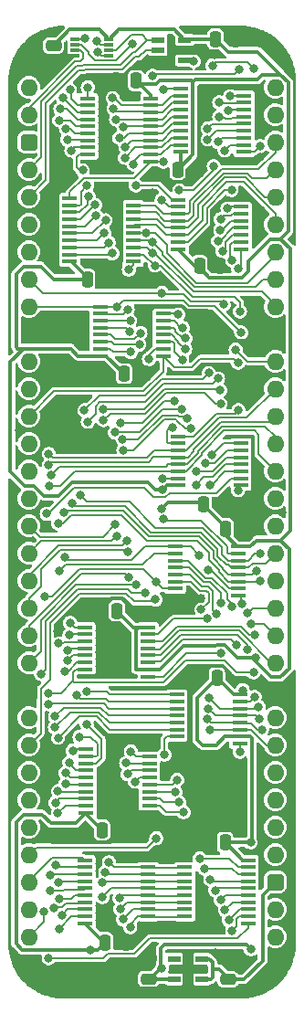
<source format=gbr>
%TF.GenerationSoftware,KiCad,Pcbnew,7.0.5*%
%TF.CreationDate,2024-01-23T16:59:00+02:00*%
%TF.ProjectId,Counter 24bit with IO,436f756e-7465-4722-9032-346269742077,rev?*%
%TF.SameCoordinates,Original*%
%TF.FileFunction,Copper,L1,Top*%
%TF.FilePolarity,Positive*%
%FSLAX46Y46*%
G04 Gerber Fmt 4.6, Leading zero omitted, Abs format (unit mm)*
G04 Created by KiCad (PCBNEW 7.0.5) date 2024-01-23 16:59:00*
%MOMM*%
%LPD*%
G01*
G04 APERTURE LIST*
G04 Aperture macros list*
%AMRoundRect*
0 Rectangle with rounded corners*
0 $1 Rounding radius*
0 $2 $3 $4 $5 $6 $7 $8 $9 X,Y pos of 4 corners*
0 Add a 4 corners polygon primitive as box body*
4,1,4,$2,$3,$4,$5,$6,$7,$8,$9,$2,$3,0*
0 Add four circle primitives for the rounded corners*
1,1,$1+$1,$2,$3*
1,1,$1+$1,$4,$5*
1,1,$1+$1,$6,$7*
1,1,$1+$1,$8,$9*
0 Add four rect primitives between the rounded corners*
20,1,$1+$1,$2,$3,$4,$5,0*
20,1,$1+$1,$4,$5,$6,$7,0*
20,1,$1+$1,$6,$7,$8,$9,0*
20,1,$1+$1,$8,$9,$2,$3,0*%
G04 Aperture macros list end*
%TA.AperFunction,SMDPad,CuDef*%
%ADD10R,1.250000X0.600000*%
%TD*%
%TA.AperFunction,SMDPad,CuDef*%
%ADD11RoundRect,0.250000X-0.250000X-0.475000X0.250000X-0.475000X0.250000X0.475000X-0.250000X0.475000X0*%
%TD*%
%TA.AperFunction,SMDPad,CuDef*%
%ADD12RoundRect,0.250000X0.250000X0.475000X-0.250000X0.475000X-0.250000X-0.475000X0.250000X-0.475000X0*%
%TD*%
%TA.AperFunction,SMDPad,CuDef*%
%ADD13R,1.475000X0.450000*%
%TD*%
%TA.AperFunction,SMDPad,CuDef*%
%ADD14RoundRect,0.250000X-0.475000X0.250000X-0.475000X-0.250000X0.475000X-0.250000X0.475000X0.250000X0*%
%TD*%
%TA.AperFunction,SMDPad,CuDef*%
%ADD15R,1.450000X0.450000*%
%TD*%
%TA.AperFunction,SMDPad,CuDef*%
%ADD16RoundRect,0.250000X0.475000X-0.250000X0.475000X0.250000X-0.475000X0.250000X-0.475000X-0.250000X0*%
%TD*%
%TA.AperFunction,ComponentPad*%
%ADD17O,1.600000X1.600000*%
%TD*%
%TA.AperFunction,ComponentPad*%
%ADD18RoundRect,0.400000X-0.400000X-0.400000X0.400000X-0.400000X0.400000X0.400000X-0.400000X0.400000X0*%
%TD*%
%TA.AperFunction,ComponentPad*%
%ADD19R,1.600000X1.600000*%
%TD*%
%TA.AperFunction,SMDPad,CuDef*%
%ADD20R,0.850000X0.300000*%
%TD*%
%TA.AperFunction,SMDPad,CuDef*%
%ADD21R,1.150000X0.600000*%
%TD*%
%TA.AperFunction,ViaPad*%
%ADD22C,0.800000*%
%TD*%
%TA.AperFunction,Conductor*%
%ADD23C,0.380000*%
%TD*%
%TA.AperFunction,Conductor*%
%ADD24C,0.350000*%
%TD*%
%TA.AperFunction,Conductor*%
%ADD25C,0.200000*%
%TD*%
G04 APERTURE END LIST*
D10*
%TO.P,IC15,1,B*%
%TO.N,/Read Count Low*%
X100858000Y-54015600D03*
%TO.P,IC15,2,A*%
%TO.N,/Latch_Count*%
X100858000Y-54965600D03*
%TO.P,IC15,3,GND*%
%TO.N,/GND*%
X100858000Y-55915600D03*
%TO.P,IC15,4,Y*%
%TO.N,/Latch Address*%
X103358000Y-55915600D03*
%TO.P,IC15,5,3V*%
%TO.N,/3.3V*%
X103358000Y-54015600D03*
%TD*%
D11*
%TO.P,C13,1*%
%TO.N,/3.3V*%
X102698000Y-66040000D03*
%TO.P,C13,2*%
%TO.N,/GND*%
X104598000Y-66040000D03*
%TD*%
D12*
%TO.P,C7,1*%
%TO.N,/3.3V*%
X98851000Y-57785000D03*
%TO.P,C7,2*%
%TO.N,/GND*%
X96951000Y-57785000D03*
%TD*%
D13*
%TO.P,IC11,1,~{OE}*%
%TO.N,/~{Read Count Low}*%
X108856000Y-64393000D03*
%TO.P,IC11,2,D0*%
%TO.N,/C0*%
X108856000Y-63743000D03*
%TO.P,IC11,3,D1*%
%TO.N,/C1*%
X108856000Y-63093000D03*
%TO.P,IC11,4,D2*%
%TO.N,/C2*%
X108856000Y-62443000D03*
%TO.P,IC11,5,D3*%
%TO.N,/C3*%
X108856000Y-61793000D03*
%TO.P,IC11,6,D4*%
%TO.N,/C4*%
X108856000Y-61143000D03*
%TO.P,IC11,7,D5*%
%TO.N,/C5*%
X108856000Y-60493000D03*
%TO.P,IC11,8,D6*%
%TO.N,/C6*%
X108856000Y-59843000D03*
%TO.P,IC11,9,D7*%
%TO.N,/C7*%
X108856000Y-59193000D03*
%TO.P,IC11,10,GND*%
%TO.N,/GND*%
X108856000Y-58543000D03*
%TO.P,IC11,11,CP*%
%TO.N,/Latch Address*%
X102980000Y-58543000D03*
%TO.P,IC11,12,Q7*%
%TO.N,/D7*%
X102980000Y-59193000D03*
%TO.P,IC11,13,Q6*%
%TO.N,/D6*%
X102980000Y-59843000D03*
%TO.P,IC11,14,Q5*%
%TO.N,/D5*%
X102980000Y-60493000D03*
%TO.P,IC11,15,Q4*%
%TO.N,/D4*%
X102980000Y-61143000D03*
%TO.P,IC11,16,Q3*%
%TO.N,/D3*%
X102980000Y-61793000D03*
%TO.P,IC11,17,Q2*%
%TO.N,/D2*%
X102980000Y-62443000D03*
%TO.P,IC11,18,Q1*%
%TO.N,/D1*%
X102980000Y-63093000D03*
%TO.P,IC11,19,Q0*%
%TO.N,/D0*%
X102980000Y-63743000D03*
%TO.P,IC11,20,3V*%
%TO.N,/3.3V*%
X102980000Y-64393000D03*
%TD*%
D11*
%TO.P,C5,1*%
%TO.N,/3.3V*%
X94316000Y-76200000D03*
%TO.P,C5,2*%
%TO.N,/GND*%
X96216000Y-76200000D03*
%TD*%
D14*
%TO.P,C14,1*%
%TO.N,/3.3V*%
X91186000Y-54565000D03*
%TO.P,C14,2*%
%TO.N,/GND*%
X91186000Y-56465000D03*
%TD*%
D15*
%TO.P,IC7,1,~{MR}*%
%TO.N,/~{Reset}*%
X102612000Y-114692000D03*
%TO.P,IC7,2,CP*%
%TO.N,/CLK*%
X102612000Y-115342000D03*
%TO.P,IC7,3,D0*%
%TO.N,/LC0*%
X102612000Y-115992000D03*
%TO.P,IC7,4,D1*%
%TO.N,/LC1*%
X102612000Y-116642000D03*
%TO.P,IC7,5,D2*%
%TO.N,/LC2*%
X102612000Y-117292000D03*
%TO.P,IC7,6,D3*%
%TO.N,/LC3*%
X102612000Y-117942000D03*
%TO.P,IC7,7,CEP*%
%TO.N,/Count Enable*%
X102612000Y-118592000D03*
%TO.P,IC7,8,GND*%
%TO.N,/GND*%
X102612000Y-119242000D03*
%TO.P,IC7,9,~{PE}*%
%TO.N,/~{Load Count Start}*%
X108462000Y-119242000D03*
%TO.P,IC7,10,CET*%
%TO.N,/3.3V*%
X108462000Y-118592000D03*
%TO.P,IC7,11,Q3*%
%TO.N,/C3*%
X108462000Y-117942000D03*
%TO.P,IC7,12,Q2*%
%TO.N,/C2*%
X108462000Y-117292000D03*
%TO.P,IC7,13,Q1*%
%TO.N,/C1*%
X108462000Y-116642000D03*
%TO.P,IC7,14,Q0*%
%TO.N,/C0*%
X108462000Y-115992000D03*
%TO.P,IC7,15,TC*%
%TO.N,/TC_{0..3}*%
X108462000Y-115342000D03*
%TO.P,IC7,16,3V*%
%TO.N,/3.3V*%
X108462000Y-114692000D03*
%TD*%
D16*
%TO.P,C4,1*%
%TO.N,/3.3V*%
X100004400Y-141050600D03*
%TO.P,C4,2*%
%TO.N,/GND*%
X100004400Y-139150600D03*
%TD*%
D17*
%TO.P,J1,1,Pin_1*%
%TO.N,/Read Count Bank*%
X88900000Y-58420000D03*
%TO.P,J1,2,Pin_2*%
%TO.N,/Read Count High*%
X88900000Y-60960000D03*
D18*
%TO.P,J1,3,Pin_3*%
%TO.N,unconnected-(J1-Pin_3-Pad3)*%
X88900000Y-63500000D03*
D17*
%TO.P,J1,4,Pin_4*%
%TO.N,/Read Count Low*%
X88900000Y-66040000D03*
%TO.P,J1,5,Pin_5*%
%TO.N,/Latch_Count*%
X88900000Y-68580000D03*
%TO.P,J1,6,Pin_6*%
%TO.N,unconnected-(J1-Pin_6-Pad6)*%
X88900000Y-71120000D03*
%TO.P,J1,7,Pin_7*%
%TO.N,unconnected-(J1-Pin_7-Pad7)*%
X88900000Y-73660000D03*
%TO.P,J1,8,Pin_8*%
%TO.N,/CLK*%
X88900000Y-76200000D03*
%TO.P,J1,9,Pin_9*%
%TO.N,/~{Load Count Start}*%
X88900000Y-78740000D03*
D19*
%TO.P,J1,10,Pin_10*%
%TO.N,/GND*%
X88900000Y-81280000D03*
D17*
%TO.P,J1,11,Pin_11*%
%TO.N,unconnected-(J1-Pin_11-Pad11)*%
X88900000Y-83820000D03*
%TO.P,J1,12,Pin_12*%
%TO.N,unconnected-(J1-Pin_12-Pad12)*%
X88900000Y-86360000D03*
%TO.P,J1,13,Pin_13*%
%TO.N,/~{Reset}*%
X88900000Y-88900000D03*
%TO.P,J1,14,Pin_14*%
%TO.N,unconnected-(J1-Pin_14-Pad14)*%
X88900000Y-91440000D03*
%TO.P,J1,15,Pin_15*%
%TO.N,unconnected-(J1-Pin_15-Pad15)*%
X88900000Y-93980000D03*
%TO.P,J1,16,Pin_16*%
%TO.N,unconnected-(J1-Pin_16-Pad16)*%
X88900000Y-96520000D03*
%TO.P,J1,17,Pin_17*%
%TO.N,/D7*%
X88900000Y-99060000D03*
%TO.P,J1,18,Pin_18*%
%TO.N,/D6*%
X88900000Y-101600000D03*
%TO.P,J1,19,Pin_19*%
%TO.N,/D5*%
X88900000Y-104140000D03*
%TO.P,J1,20,Pin_20*%
%TO.N,/D4*%
X88900000Y-106680000D03*
%TO.P,J1,21,Pin_21*%
%TO.N,/D3*%
X88900000Y-109220000D03*
%TO.P,J1,22,Pin_22*%
%TO.N,/D2*%
X88900000Y-111760000D03*
D19*
%TO.P,J1,23,Pin_23*%
%TO.N,/GND*%
X88900000Y-114300000D03*
D17*
%TO.P,J1,24,Pin_24*%
%TO.N,/D1*%
X88900000Y-116840000D03*
%TO.P,J1,25,Pin_25*%
%TO.N,/D0*%
X88900000Y-119380000D03*
%TO.P,J1,26,Pin_26*%
%TO.N,unconnected-(J1-Pin_26-Pad26)*%
X88900000Y-121920000D03*
%TO.P,J1,27,Pin_27*%
%TO.N,unconnected-(J1-Pin_27-Pad27)*%
X88900000Y-124460000D03*
%TO.P,J1,28,Pin_28*%
%TO.N,unconnected-(J1-Pin_28-Pad28)*%
X88900000Y-127000000D03*
%TO.P,J1,29,Pin_29*%
%TO.N,/Count Enable*%
X88900000Y-129540000D03*
%TO.P,J1,30,Pin_30*%
%TO.N,/Write Start Bank*%
X88900000Y-132080000D03*
%TO.P,J1,31,Pin_31*%
%TO.N,/Write Start High*%
X88900000Y-134620000D03*
%TO.P,J1,32,Pin_32*%
%TO.N,/Write Start Low*%
X88900000Y-137160000D03*
%TO.P,J1,33,Pin_33*%
%TO.N,unconnected-(J1-Pin_33-Pad33)*%
X111760000Y-137160000D03*
%TO.P,J1,34,Pin_34*%
%TO.N,unconnected-(J1-Pin_34-Pad34)*%
X111760000Y-134620000D03*
D18*
%TO.P,J1,35,Pin_35*%
%TO.N,/5V*%
X111760000Y-132080000D03*
D17*
%TO.P,J1,36,Pin_36*%
%TO.N,unconnected-(J1-Pin_36-Pad36)*%
X111760000Y-129540000D03*
%TO.P,J1,37,Pin_37*%
%TO.N,/C0*%
X111760000Y-127000000D03*
%TO.P,J1,38,Pin_38*%
%TO.N,/C1*%
X111760000Y-124460000D03*
%TO.P,J1,39,Pin_39*%
%TO.N,/C2*%
X111760000Y-121920000D03*
%TO.P,J1,40,Pin_40*%
%TO.N,/C3*%
X111760000Y-119380000D03*
%TO.P,J1,41,Pin_41*%
%TO.N,/C4*%
X111760000Y-116840000D03*
D19*
%TO.P,J1,42,Pin_42*%
%TO.N,/GND*%
X111760000Y-114300000D03*
D17*
%TO.P,J1,43,Pin_43*%
%TO.N,/C5*%
X111760000Y-111760000D03*
%TO.P,J1,44,Pin_44*%
%TO.N,/C6*%
X111760000Y-109220000D03*
%TO.P,J1,45,Pin_45*%
%TO.N,/C7*%
X111760000Y-106680000D03*
%TO.P,J1,46,Pin_46*%
%TO.N,/C8*%
X111760000Y-104140000D03*
%TO.P,J1,47,Pin_47*%
%TO.N,/C9*%
X111760000Y-101600000D03*
%TO.P,J1,48,Pin_48*%
%TO.N,/C10*%
X111760000Y-99060000D03*
%TO.P,J1,49,Pin_49*%
%TO.N,/C11*%
X111760000Y-96520000D03*
%TO.P,J1,50,Pin_50*%
%TO.N,/C12*%
X111760000Y-93980000D03*
%TO.P,J1,51,Pin_51*%
%TO.N,/C13*%
X111760000Y-91440000D03*
%TO.P,J1,52,Pin_52*%
%TO.N,/C14*%
X111760000Y-88900000D03*
%TO.P,J1,53,Pin_53*%
%TO.N,/C15*%
X111760000Y-86360000D03*
%TO.P,J1,54,Pin_54*%
%TO.N,/C16*%
X111760000Y-83820000D03*
D19*
%TO.P,J1,55,Pin_55*%
%TO.N,/GND*%
X111760000Y-81280000D03*
D17*
%TO.P,J1,56,Pin_56*%
%TO.N,/C17*%
X111760000Y-78740000D03*
%TO.P,J1,57,Pin_57*%
%TO.N,/C18*%
X111760000Y-76200000D03*
%TO.P,J1,58,Pin_58*%
%TO.N,/C19*%
X111760000Y-73660000D03*
%TO.P,J1,59,Pin_59*%
%TO.N,/C20*%
X111760000Y-71120000D03*
%TO.P,J1,60,Pin_60*%
%TO.N,/C21*%
X111760000Y-68580000D03*
%TO.P,J1,61,Pin_61*%
%TO.N,/C22*%
X111760000Y-66040000D03*
%TO.P,J1,62,Pin_62*%
%TO.N,/C23*%
X111760000Y-63500000D03*
%TO.P,J1,63,Pin_63*%
%TO.N,/TC_{20..23}*%
X111760000Y-60960000D03*
%TO.P,J1,64,Pin_64*%
%TO.N,unconnected-(J1-Pin_64-Pad64)*%
X111760000Y-58420000D03*
%TD*%
D12*
%TO.P,C2,1*%
%TO.N,/3.3V*%
X97073000Y-106934000D03*
%TO.P,C2,2*%
%TO.N,/GND*%
X95173000Y-106934000D03*
%TD*%
D15*
%TO.P,IC10,1,~{MR}*%
%TO.N,/~{Reset}*%
X108585000Y-95310000D03*
%TO.P,IC10,2,CP*%
%TO.N,/CLK*%
X108585000Y-94660000D03*
%TO.P,IC10,3,D0*%
%TO.N,/LC12*%
X108585000Y-94010000D03*
%TO.P,IC10,4,D1*%
%TO.N,/LC13*%
X108585000Y-93360000D03*
%TO.P,IC10,5,D2*%
%TO.N,/LC14*%
X108585000Y-92710000D03*
%TO.P,IC10,6,D3*%
%TO.N,/LC15*%
X108585000Y-92060000D03*
%TO.P,IC10,7,CEP*%
%TO.N,/TC_{0..3}*%
X108585000Y-91410000D03*
%TO.P,IC10,8,GND*%
%TO.N,/GND*%
X108585000Y-90760000D03*
%TO.P,IC10,9,~{PE}*%
%TO.N,/~{Load Count Start}*%
X102735000Y-90760000D03*
%TO.P,IC10,10,CET*%
%TO.N,/TC_{8..11}*%
X102735000Y-91410000D03*
%TO.P,IC10,11,Q3*%
%TO.N,/C15*%
X102735000Y-92060000D03*
%TO.P,IC10,12,Q2*%
%TO.N,/C14*%
X102735000Y-92710000D03*
%TO.P,IC10,13,Q1*%
%TO.N,/C13*%
X102735000Y-93360000D03*
%TO.P,IC10,14,Q0*%
%TO.N,/C12*%
X102735000Y-94010000D03*
%TO.P,IC10,15,TC*%
%TO.N,/TC_{12..15}*%
X102735000Y-94660000D03*
%TO.P,IC10,16,3V*%
%TO.N,/3.3V*%
X102735000Y-95310000D03*
%TD*%
D13*
%TO.P,IC14,1,~{OE}*%
%TO.N,/GND*%
X99966000Y-135894000D03*
%TO.P,IC14,2,D0*%
%TO.N,/D0*%
X99966000Y-135244000D03*
%TO.P,IC14,3,D1*%
%TO.N,/D1*%
X99966000Y-134594000D03*
%TO.P,IC14,4,D2*%
%TO.N,/D2*%
X99966000Y-133944000D03*
%TO.P,IC14,5,D3*%
%TO.N,/D3*%
X99966000Y-133294000D03*
%TO.P,IC14,6,D4*%
%TO.N,/D4*%
X99966000Y-132644000D03*
%TO.P,IC14,7,D5*%
%TO.N,/D5*%
X99966000Y-131994000D03*
%TO.P,IC14,8,D6*%
%TO.N,/D6*%
X99966000Y-131344000D03*
%TO.P,IC14,9,D7*%
%TO.N,/D7*%
X99966000Y-130694000D03*
%TO.P,IC14,10,GND*%
%TO.N,/GND*%
X99966000Y-130044000D03*
%TO.P,IC14,11,LE*%
%TO.N,/Write Start Bank*%
X94090000Y-130044000D03*
%TO.P,IC14,12,Q7*%
%TO.N,/LC23*%
X94090000Y-130694000D03*
%TO.P,IC14,13,Q6*%
%TO.N,/LC22*%
X94090000Y-131344000D03*
%TO.P,IC14,14,Q5*%
%TO.N,/LC21*%
X94090000Y-131994000D03*
%TO.P,IC14,15,Q4*%
%TO.N,/LC20*%
X94090000Y-132644000D03*
%TO.P,IC14,16,Q3*%
%TO.N,/LC19*%
X94090000Y-133294000D03*
%TO.P,IC14,17,Q2*%
%TO.N,/LC18*%
X94090000Y-133944000D03*
%TO.P,IC14,18,Q1*%
%TO.N,/LC17*%
X94090000Y-134594000D03*
%TO.P,IC14,19,Q0*%
%TO.N,/LC16*%
X94090000Y-135244000D03*
%TO.P,IC14,20,3V*%
%TO.N,/3.3V*%
X94090000Y-135894000D03*
%TD*%
D11*
%TO.P,C9,1*%
%TO.N,/3.3V*%
X105111000Y-97028000D03*
%TO.P,C9,2*%
%TO.N,/GND*%
X107011000Y-97028000D03*
%TD*%
D16*
%TO.P,C8,1*%
%TO.N,/5V*%
X107370400Y-141101400D03*
%TO.P,C8,2*%
%TO.N,/GND*%
X107370400Y-139201400D03*
%TD*%
D11*
%TO.P,C16,1*%
%TO.N,/3.3V*%
X106203200Y-53949600D03*
%TO.P,C16,2*%
%TO.N,/GND*%
X108103200Y-53949600D03*
%TD*%
D13*
%TO.P,IC2,1,~{OE}*%
%TO.N,/GND*%
X100093000Y-125637000D03*
%TO.P,IC2,2,D0*%
%TO.N,/D0*%
X100093000Y-124987000D03*
%TO.P,IC2,3,D1*%
%TO.N,/D1*%
X100093000Y-124337000D03*
%TO.P,IC2,4,D2*%
%TO.N,/D2*%
X100093000Y-123687000D03*
%TO.P,IC2,5,D3*%
%TO.N,/D3*%
X100093000Y-123037000D03*
%TO.P,IC2,6,D4*%
%TO.N,/D4*%
X100093000Y-122387000D03*
%TO.P,IC2,7,D5*%
%TO.N,/D5*%
X100093000Y-121737000D03*
%TO.P,IC2,8,D6*%
%TO.N,/D6*%
X100093000Y-121087000D03*
%TO.P,IC2,9,D7*%
%TO.N,/D7*%
X100093000Y-120437000D03*
%TO.P,IC2,10,GND*%
%TO.N,/GND*%
X100093000Y-119787000D03*
%TO.P,IC2,11,LE*%
%TO.N,/Write Start Low*%
X94217000Y-119787000D03*
%TO.P,IC2,12,Q7*%
%TO.N,/LC7*%
X94217000Y-120437000D03*
%TO.P,IC2,13,Q6*%
%TO.N,/LC6*%
X94217000Y-121087000D03*
%TO.P,IC2,14,Q5*%
%TO.N,/LC5*%
X94217000Y-121737000D03*
%TO.P,IC2,15,Q4*%
%TO.N,/LC4*%
X94217000Y-122387000D03*
%TO.P,IC2,16,Q3*%
%TO.N,/LC3*%
X94217000Y-123037000D03*
%TO.P,IC2,17,Q2*%
%TO.N,/LC2*%
X94217000Y-123687000D03*
%TO.P,IC2,18,Q1*%
%TO.N,/LC1*%
X94217000Y-124337000D03*
%TO.P,IC2,19,Q0*%
%TO.N,/LC0*%
X94217000Y-124987000D03*
%TO.P,IC2,20,3V*%
%TO.N,/3.3V*%
X94217000Y-125637000D03*
%TD*%
D15*
%TO.P,IC13,1,~{MR}*%
%TO.N,/~{Reset}*%
X108589000Y-73395000D03*
%TO.P,IC13,2,CP*%
%TO.N,/CLK*%
X108589000Y-72745000D03*
%TO.P,IC13,3,D0*%
%TO.N,/LC20*%
X108589000Y-72095000D03*
%TO.P,IC13,4,D1*%
%TO.N,/LC21*%
X108589000Y-71445000D03*
%TO.P,IC13,5,D2*%
%TO.N,/LC22*%
X108589000Y-70795000D03*
%TO.P,IC13,6,D3*%
%TO.N,/LC23*%
X108589000Y-70145000D03*
%TO.P,IC13,7,CEP*%
%TO.N,/TC_{0..3}*%
X108589000Y-69495000D03*
%TO.P,IC13,8,GND*%
%TO.N,/GND*%
X108589000Y-68845000D03*
%TO.P,IC13,9,~{PE}*%
%TO.N,/~{Load Count Start}*%
X102739000Y-68845000D03*
%TO.P,IC13,10,CET*%
%TO.N,/TC_{16..19}*%
X102739000Y-69495000D03*
%TO.P,IC13,11,Q3*%
%TO.N,/C23*%
X102739000Y-70145000D03*
%TO.P,IC13,12,Q2*%
%TO.N,/C22*%
X102739000Y-70795000D03*
%TO.P,IC13,13,Q1*%
%TO.N,/C21*%
X102739000Y-71445000D03*
%TO.P,IC13,14,Q0*%
%TO.N,/C20*%
X102739000Y-72095000D03*
%TO.P,IC13,15,TC*%
%TO.N,/TC_{20..23}*%
X102739000Y-72745000D03*
%TO.P,IC13,16,3V*%
%TO.N,/3.3V*%
X102739000Y-73395000D03*
%TD*%
D11*
%TO.P,C12,1*%
%TO.N,/3.3V*%
X97745000Y-84963000D03*
%TO.P,C12,2*%
%TO.N,/GND*%
X99645000Y-84963000D03*
%TD*%
D15*
%TO.P,IC9,1,~{MR}*%
%TO.N,/~{Reset}*%
X102485000Y-100976000D03*
%TO.P,IC9,2,CP*%
%TO.N,/CLK*%
X102485000Y-101626000D03*
%TO.P,IC9,3,D0*%
%TO.N,/LC8*%
X102485000Y-102276000D03*
%TO.P,IC9,4,D1*%
%TO.N,/LC9*%
X102485000Y-102926000D03*
%TO.P,IC9,5,D2*%
%TO.N,/LC10*%
X102485000Y-103576000D03*
%TO.P,IC9,6,D3*%
%TO.N,/LC11*%
X102485000Y-104226000D03*
%TO.P,IC9,7,CEP*%
%TO.N,/TC_{0..3}*%
X102485000Y-104876000D03*
%TO.P,IC9,8,GND*%
%TO.N,/GND*%
X102485000Y-105526000D03*
%TO.P,IC9,9,~{PE}*%
%TO.N,/~{Load Count Start}*%
X108335000Y-105526000D03*
%TO.P,IC9,10,CET*%
%TO.N,/TC_{4..7}*%
X108335000Y-104876000D03*
%TO.P,IC9,11,Q3*%
%TO.N,/C11*%
X108335000Y-104226000D03*
%TO.P,IC9,12,Q2*%
%TO.N,/C10*%
X108335000Y-103576000D03*
%TO.P,IC9,13,Q1*%
%TO.N,/C9*%
X108335000Y-102926000D03*
%TO.P,IC9,14,Q0*%
%TO.N,/C8*%
X108335000Y-102276000D03*
%TO.P,IC9,15,TC*%
%TO.N,/TC_{8..11}*%
X108335000Y-101626000D03*
%TO.P,IC9,16,3V*%
%TO.N,/3.3V*%
X108335000Y-100976000D03*
%TD*%
D11*
%TO.P,C11,1*%
%TO.N,/3.3V*%
X95713000Y-127254000D03*
%TO.P,C11,2*%
%TO.N,/GND*%
X97613000Y-127254000D03*
%TD*%
%TO.P,C10,1*%
%TO.N,/3.3V*%
X95967000Y-137668000D03*
%TO.P,C10,2*%
%TO.N,/GND*%
X97867000Y-137668000D03*
%TD*%
D12*
%TO.P,C15,1*%
%TO.N,/3.3V*%
X107106000Y-128397000D03*
%TO.P,C15,2*%
%TO.N,/GND*%
X105206000Y-128397000D03*
%TD*%
D15*
%TO.P,IC6,1,~{MR}*%
%TO.N,/~{Reset}*%
X101350000Y-83301000D03*
%TO.P,IC6,2,CP*%
%TO.N,/CLK*%
X101350000Y-82651000D03*
%TO.P,IC6,3,D0*%
%TO.N,/LC16*%
X101350000Y-82001000D03*
%TO.P,IC6,4,D1*%
%TO.N,/LC17*%
X101350000Y-81351000D03*
%TO.P,IC6,5,D2*%
%TO.N,/LC18*%
X101350000Y-80701000D03*
%TO.P,IC6,6,D3*%
%TO.N,/LC19*%
X101350000Y-80051000D03*
%TO.P,IC6,7,CEP*%
%TO.N,/TC_{0..3}*%
X101350000Y-79401000D03*
%TO.P,IC6,8,GND*%
%TO.N,/GND*%
X101350000Y-78751000D03*
%TO.P,IC6,9,~{PE}*%
%TO.N,/~{Load Count Start}*%
X95500000Y-78751000D03*
%TO.P,IC6,10,CET*%
%TO.N,/TC_{12..15}*%
X95500000Y-79401000D03*
%TO.P,IC6,11,Q3*%
%TO.N,/C19*%
X95500000Y-80051000D03*
%TO.P,IC6,12,Q2*%
%TO.N,/C18*%
X95500000Y-80701000D03*
%TO.P,IC6,13,Q1*%
%TO.N,/C17*%
X95500000Y-81351000D03*
%TO.P,IC6,14,Q0*%
%TO.N,/C16*%
X95500000Y-82001000D03*
%TO.P,IC6,15,TC*%
%TO.N,/TC_{16..19}*%
X95500000Y-82651000D03*
%TO.P,IC6,16,3V*%
%TO.N,/3.3V*%
X95500000Y-83301000D03*
%TD*%
D13*
%TO.P,IC12,1,~{OE}*%
%TO.N,/~{Read Count High}*%
X94344000Y-59432000D03*
%TO.P,IC12,2,D0*%
%TO.N,/C15*%
X94344000Y-60082000D03*
%TO.P,IC12,3,D1*%
%TO.N,/C14*%
X94344000Y-60732000D03*
%TO.P,IC12,4,D2*%
%TO.N,/C13*%
X94344000Y-61382000D03*
%TO.P,IC12,5,D3*%
%TO.N,/C12*%
X94344000Y-62032000D03*
%TO.P,IC12,6,D4*%
%TO.N,/C11*%
X94344000Y-62682000D03*
%TO.P,IC12,7,D5*%
%TO.N,/C10*%
X94344000Y-63332000D03*
%TO.P,IC12,8,D6*%
%TO.N,/C9*%
X94344000Y-63982000D03*
%TO.P,IC12,9,D7*%
%TO.N,/C8*%
X94344000Y-64632000D03*
%TO.P,IC12,10,GND*%
%TO.N,/GND*%
X94344000Y-65282000D03*
%TO.P,IC12,11,CP*%
%TO.N,/Latch Address*%
X100220000Y-65282000D03*
%TO.P,IC12,12,Q7*%
%TO.N,/D0*%
X100220000Y-64632000D03*
%TO.P,IC12,13,Q6*%
%TO.N,/D1*%
X100220000Y-63982000D03*
%TO.P,IC12,14,Q5*%
%TO.N,/D2*%
X100220000Y-63332000D03*
%TO.P,IC12,15,Q4*%
%TO.N,/D3*%
X100220000Y-62682000D03*
%TO.P,IC12,16,Q3*%
%TO.N,/D4*%
X100220000Y-62032000D03*
%TO.P,IC12,17,Q2*%
%TO.N,/D5*%
X100220000Y-61382000D03*
%TO.P,IC12,18,Q1*%
%TO.N,/D6*%
X100220000Y-60732000D03*
%TO.P,IC12,19,Q0*%
%TO.N,/D7*%
X100220000Y-60082000D03*
%TO.P,IC12,20,3V*%
%TO.N,/3.3V*%
X100220000Y-59432000D03*
%TD*%
%TO.P,IC1,1,~{OE}*%
%TO.N,/GND*%
X103361000Y-130044000D03*
%TO.P,IC1,2,D0*%
%TO.N,/D7*%
X103361000Y-130694000D03*
%TO.P,IC1,3,D1*%
%TO.N,/D6*%
X103361000Y-131344000D03*
%TO.P,IC1,4,D2*%
%TO.N,/D5*%
X103361000Y-131994000D03*
%TO.P,IC1,5,D3*%
%TO.N,/D4*%
X103361000Y-132644000D03*
%TO.P,IC1,6,D4*%
%TO.N,/D3*%
X103361000Y-133294000D03*
%TO.P,IC1,7,D5*%
%TO.N,/D2*%
X103361000Y-133944000D03*
%TO.P,IC1,8,D6*%
%TO.N,/D1*%
X103361000Y-134594000D03*
%TO.P,IC1,9,D7*%
%TO.N,/D0*%
X103361000Y-135244000D03*
%TO.P,IC1,10,GND*%
%TO.N,/GND*%
X103361000Y-135894000D03*
%TO.P,IC1,11,LE*%
%TO.N,/Write Start High*%
X109237000Y-135894000D03*
%TO.P,IC1,12,Q7*%
%TO.N,/LC8*%
X109237000Y-135244000D03*
%TO.P,IC1,13,Q6*%
%TO.N,/LC9*%
X109237000Y-134594000D03*
%TO.P,IC1,14,Q5*%
%TO.N,/LC10*%
X109237000Y-133944000D03*
%TO.P,IC1,15,Q4*%
%TO.N,/LC11*%
X109237000Y-133294000D03*
%TO.P,IC1,16,Q3*%
%TO.N,/LC12*%
X109237000Y-132644000D03*
%TO.P,IC1,17,Q2*%
%TO.N,/LC13*%
X109237000Y-131994000D03*
%TO.P,IC1,18,Q1*%
%TO.N,/LC14*%
X109237000Y-131344000D03*
%TO.P,IC1,19,Q0*%
%TO.N,/LC15*%
X109237000Y-130694000D03*
%TO.P,IC1,20,3V*%
%TO.N,/3.3V*%
X109237000Y-130044000D03*
%TD*%
D11*
%TO.P,C3,1*%
%TO.N,/3.3V*%
X107143000Y-99314000D03*
%TO.P,C3,2*%
%TO.N,/GND*%
X109043000Y-99314000D03*
%TD*%
D20*
%TO.P,IC4,1,1A*%
%TO.N,/Read Count Bank*%
X93167000Y-53987000D03*
%TO.P,IC4,2,3Y*%
%TO.N,/~{Read Count Low}*%
X93167000Y-54487000D03*
%TO.P,IC4,3,2A*%
%TO.N,/Read Count High*%
X93167000Y-54987000D03*
%TO.P,IC4,4,GND*%
%TO.N,/GND*%
X93167000Y-55487000D03*
%TO.P,IC4,5,2Y*%
%TO.N,/~{Read Count High}*%
X96317000Y-55487000D03*
%TO.P,IC4,6,3A*%
%TO.N,/Read Count Low*%
X96317000Y-54987000D03*
%TO.P,IC4,7,1Y*%
%TO.N,/~{Read Count Bank}*%
X96317000Y-54487000D03*
%TO.P,IC4,8,3V*%
%TO.N,/3.3V*%
X96317000Y-53987000D03*
%TD*%
D13*
%TO.P,IC3,1,~{OE}*%
%TO.N,/~{Read Count Bank}*%
X98569000Y-74553000D03*
%TO.P,IC3,2,D0*%
%TO.N,/C16*%
X98569000Y-73903000D03*
%TO.P,IC3,3,D1*%
%TO.N,/C17*%
X98569000Y-73253000D03*
%TO.P,IC3,4,D2*%
%TO.N,/C18*%
X98569000Y-72603000D03*
%TO.P,IC3,5,D3*%
%TO.N,/C19*%
X98569000Y-71953000D03*
%TO.P,IC3,6,D4*%
%TO.N,/C20*%
X98569000Y-71303000D03*
%TO.P,IC3,7,D5*%
%TO.N,/C21*%
X98569000Y-70653000D03*
%TO.P,IC3,8,D6*%
%TO.N,/C22*%
X98569000Y-70003000D03*
%TO.P,IC3,9,D7*%
%TO.N,/C23*%
X98569000Y-69353000D03*
%TO.P,IC3,10,GND*%
%TO.N,/GND*%
X98569000Y-68703000D03*
%TO.P,IC3,11,CP*%
%TO.N,/Latch Address*%
X92693000Y-68703000D03*
%TO.P,IC3,12,Q7*%
%TO.N,/D7*%
X92693000Y-69353000D03*
%TO.P,IC3,13,Q6*%
%TO.N,/D6*%
X92693000Y-70003000D03*
%TO.P,IC3,14,Q5*%
%TO.N,/D5*%
X92693000Y-70653000D03*
%TO.P,IC3,15,Q4*%
%TO.N,/D4*%
X92693000Y-71303000D03*
%TO.P,IC3,16,Q3*%
%TO.N,/D3*%
X92693000Y-71953000D03*
%TO.P,IC3,17,Q2*%
%TO.N,/D2*%
X92693000Y-72603000D03*
%TO.P,IC3,18,Q1*%
%TO.N,/D1*%
X92693000Y-73253000D03*
%TO.P,IC3,19,Q0*%
%TO.N,/D0*%
X92693000Y-73903000D03*
%TO.P,IC3,20,3V*%
%TO.N,/3.3V*%
X92693000Y-74553000D03*
%TD*%
D15*
%TO.P,IC8,1,~{MR}*%
%TO.N,/~{Reset}*%
X94103000Y-108469000D03*
%TO.P,IC8,2,CP*%
%TO.N,/CLK*%
X94103000Y-109119000D03*
%TO.P,IC8,3,D0*%
%TO.N,/LC4*%
X94103000Y-109769000D03*
%TO.P,IC8,4,D1*%
%TO.N,/LC5*%
X94103000Y-110419000D03*
%TO.P,IC8,5,D2*%
%TO.N,/LC6*%
X94103000Y-111069000D03*
%TO.P,IC8,6,D3*%
%TO.N,/LC7*%
X94103000Y-111719000D03*
%TO.P,IC8,7,CEP*%
%TO.N,/TC_{0..3}*%
X94103000Y-112369000D03*
%TO.P,IC8,8,GND*%
%TO.N,/GND*%
X94103000Y-113019000D03*
%TO.P,IC8,9,~{PE}*%
%TO.N,/~{Load Count Start}*%
X99953000Y-113019000D03*
%TO.P,IC8,10,CET*%
%TO.N,/3.3V*%
X99953000Y-112369000D03*
%TO.P,IC8,11,Q3*%
%TO.N,/C7*%
X99953000Y-111719000D03*
%TO.P,IC8,12,Q2*%
%TO.N,/C6*%
X99953000Y-111069000D03*
%TO.P,IC8,13,Q1*%
%TO.N,/C5*%
X99953000Y-110419000D03*
%TO.P,IC8,14,Q0*%
%TO.N,/C4*%
X99953000Y-109769000D03*
%TO.P,IC8,15,TC*%
%TO.N,/TC_{4..7}*%
X99953000Y-109119000D03*
%TO.P,IC8,16,3V*%
%TO.N,/3.3V*%
X99953000Y-108469000D03*
%TD*%
D21*
%TO.P,IC5,1,VIN*%
%TO.N,/5V*%
X104962000Y-141092000D03*
%TO.P,IC5,2,GND*%
%TO.N,/GND*%
X104962000Y-140142000D03*
%TO.P,IC5,3,EN*%
%TO.N,/5V*%
X104962000Y-139192000D03*
%TO.P,IC5,4,ADJ*%
%TO.N,unconnected-(IC5-ADJ-Pad4)*%
X102362000Y-139192000D03*
%TO.P,IC5,5,VOUT*%
%TO.N,/3.3V*%
X102362000Y-141092000D03*
%TD*%
D11*
%TO.P,C6,1*%
%TO.N,/3.3V*%
X104730000Y-74930000D03*
%TO.P,C6,2*%
%TO.N,/GND*%
X106630000Y-74930000D03*
%TD*%
D12*
%TO.P,C1,1*%
%TO.N,/3.3V*%
X106344000Y-113157000D03*
%TO.P,C1,2*%
%TO.N,/GND*%
X104444000Y-113157000D03*
%TD*%
D22*
%TO.N,/GND*%
X105151874Y-59182000D03*
X104648000Y-135890000D03*
X110423703Y-69789297D03*
X106147028Y-55393216D03*
X100203000Y-129540000D03*
X104876615Y-105778958D03*
X100485471Y-119040958D03*
X101473000Y-121412000D03*
X91543002Y-108842841D03*
X106202000Y-138666091D03*
X107908866Y-97372442D03*
X112367000Y-97790000D03*
X89204800Y-56438800D03*
X98298000Y-139446000D03*
X88011004Y-90169809D03*
X99892779Y-126475518D03*
X100647500Y-66357500D03*
X94615000Y-140462000D03*
X109474000Y-54254400D03*
X103759009Y-129159018D03*
X96567915Y-136419366D03*
X88138002Y-85090000D03*
X90678000Y-128016000D03*
X97688400Y-57759596D03*
X110333505Y-64873228D03*
X100330000Y-68210104D03*
%TO.N,/3.3V*%
X109474000Y-138303000D03*
X94615000Y-138350000D03*
X101219000Y-140081000D03*
X109945877Y-111316827D03*
X101242341Y-97456441D03*
X101264930Y-95693238D03*
X109474000Y-128397000D03*
X108725754Y-114293005D03*
%TO.N,/LC0*%
X91593316Y-125691857D03*
X90700000Y-115570000D03*
%TO.N,/LC1*%
X91370853Y-124716913D03*
X91332996Y-116734067D03*
%TO.N,/LC2*%
X91318024Y-117738990D03*
X91598695Y-123653717D03*
%TO.N,/LC3*%
X92318203Y-122959229D03*
X91609972Y-118707898D03*
%TO.N,/C3*%
X105725740Y-117992000D03*
X105477514Y-62230000D03*
%TO.N,/C2*%
X110511637Y-117961363D03*
X105477500Y-63240301D03*
X105465060Y-116996606D03*
%TO.N,/C1*%
X105546525Y-115999927D03*
X106448559Y-63479154D03*
X110236003Y-116966997D03*
%TO.N,/C0*%
X105647372Y-115005022D03*
X107064188Y-64267194D03*
X110219693Y-115840128D03*
%TO.N,/TC_{0..3}*%
X107315053Y-69624000D03*
X102845002Y-67945000D03*
X109728000Y-112649000D03*
X90373385Y-105587615D03*
X102757960Y-79468208D03*
X90700002Y-114547531D03*
X105858140Y-92487718D03*
X100661238Y-104241004D03*
X109845418Y-114912808D03*
X106042970Y-65710339D03*
%TO.N,/LC4*%
X92298275Y-121948934D03*
X91671731Y-109965324D03*
%TO.N,/LC5*%
X92645000Y-121010965D03*
X92472182Y-110564727D03*
%TO.N,/LC6*%
X94263005Y-117427000D03*
X92481261Y-111564688D03*
%TO.N,/LC7*%
X92199978Y-112524316D03*
X93599000Y-118618000D03*
%TO.N,/C7*%
X107569000Y-59210000D03*
X109155358Y-107176326D03*
X108185960Y-110139841D03*
%TO.N,/C6*%
X106553000Y-59817000D03*
X109513266Y-108110222D03*
X109131140Y-110502090D03*
%TO.N,/C5*%
X107393114Y-60610000D03*
%TO.N,/C4*%
X106551874Y-61150666D03*
X109855000Y-109127672D03*
%TO.N,/TC_{4..7}*%
X105428070Y-107676099D03*
X105567480Y-103178958D03*
%TO.N,/LC8*%
X107722092Y-106563876D03*
X107753312Y-136575209D03*
%TO.N,/LC9*%
X106676615Y-106194762D03*
X107454714Y-135620827D03*
%TO.N,/LC10*%
X107085879Y-134691329D03*
X106324969Y-107233857D03*
%TO.N,/LC11*%
X104887748Y-106834638D03*
X106680000Y-133731000D03*
%TO.N,/C11*%
X110353928Y-104207607D03*
X91611533Y-98844446D03*
X92358229Y-62255307D03*
%TO.N,/C10*%
X109982731Y-103220095D03*
X92140000Y-97790000D03*
X92456442Y-63250475D03*
%TO.N,/C9*%
X92918608Y-96944000D03*
X92837000Y-64262000D03*
%TO.N,/C8*%
X110328691Y-101657954D03*
X93641500Y-96207654D03*
X93886000Y-66110479D03*
%TO.N,/TC_{8..11}*%
X102257947Y-89922635D03*
X101396073Y-98444556D03*
%TO.N,/LC12*%
X106172000Y-132842006D03*
X105664000Y-95249998D03*
%TO.N,/LC13*%
X104394004Y-95250000D03*
X105726000Y-131826000D03*
%TO.N,/LC14*%
X104449065Y-94014962D03*
X105156000Y-130810000D03*
%TO.N,/C14*%
X92042957Y-59380339D03*
X90743000Y-93392482D03*
%TO.N,/C13*%
X91814758Y-60401329D03*
X90966421Y-94367206D03*
%TO.N,/C12*%
X91723330Y-61482708D03*
X90773046Y-95349147D03*
%TO.N,/Write Start High*%
X90736981Y-139140000D03*
%TO.N,/D0*%
X98605553Y-65546375D03*
X100644483Y-105902425D03*
X103251000Y-125603000D03*
X96651496Y-73799452D03*
X98303222Y-136276824D03*
%TO.N,/D1*%
X102857080Y-124683853D03*
X96299582Y-72811591D03*
X97635626Y-135532297D03*
X99700186Y-105289223D03*
X90000000Y-112776000D03*
X97806419Y-64945218D03*
%TO.N,/D2*%
X102496788Y-123751011D03*
X98861236Y-104521000D03*
X95900003Y-71882000D03*
X97391907Y-134562448D03*
X97848412Y-63927685D03*
%TO.N,/D3*%
X98161238Y-103801000D03*
X97278509Y-63105969D03*
X97310000Y-133565805D03*
X96008226Y-70721730D03*
X102655077Y-122602772D03*
%TO.N,/D4*%
X95100003Y-70303239D03*
X97673254Y-62113391D03*
X98100300Y-101503971D03*
X95729984Y-133477000D03*
X98754153Y-122773574D03*
%TO.N,/D5*%
X95741794Y-132145607D03*
X96993672Y-61379789D03*
X97979016Y-100457000D03*
X98046502Y-122067009D03*
X95063120Y-69303657D03*
%TO.N,/D6*%
X97924310Y-121052071D03*
X97046500Y-99992970D03*
X96759283Y-60397749D03*
X94436812Y-68519692D03*
X95979780Y-131174336D03*
%TO.N,/D7*%
X94296000Y-67525213D03*
X96327874Y-130236873D03*
X96675000Y-59401783D03*
X96901000Y-98933000D03*
X98360041Y-119976665D03*
%TO.N,/Write Start Low*%
X92969728Y-119893728D03*
X90293687Y-134784152D03*
%TO.N,/~{Read Count Bank}*%
X98171000Y-75311000D03*
X95205237Y-54128565D03*
%TO.N,/Read Count Bank*%
X94082557Y-53848227D03*
%TO.N,/~{Read Count Low}*%
X108407991Y-56795998D03*
X110359223Y-63873556D03*
X98527176Y-54391768D03*
X100380800Y-57353200D03*
%TO.N,/~{Read Count High}*%
X95288881Y-55180719D03*
X94361000Y-58420000D03*
%TO.N,/~{Reset}*%
X104722138Y-101792586D03*
X92733309Y-108053247D03*
X94240476Y-114422118D03*
X108301904Y-83938769D03*
X108314610Y-75245172D03*
X108302550Y-95754550D03*
X92266986Y-101981000D03*
%TO.N,/CLK*%
X92668598Y-109164727D03*
X106970522Y-78551000D03*
X101239254Y-77464882D03*
X91762094Y-103208952D03*
X107730520Y-74433480D03*
X90548000Y-97941035D03*
X93300005Y-114762000D03*
X100033219Y-83622674D03*
%TO.N,/~{Load Count Start}*%
X108585006Y-81153000D03*
X106694996Y-110852000D03*
X108331000Y-88334980D03*
X98821440Y-67510104D03*
X97100003Y-78739990D03*
X108684204Y-106291211D03*
X108458000Y-120015002D03*
%TO.N,/LC15*%
X104753259Y-129885953D03*
X105247981Y-93280000D03*
%TO.N,/C15*%
X90743000Y-92386388D03*
X92716637Y-58641313D03*
%TO.N,/C16*%
X108075630Y-82722545D03*
X99146498Y-82274937D03*
X108477711Y-79181768D03*
X100584000Y-74930000D03*
%TO.N,/C17*%
X100380475Y-73736525D03*
X99242256Y-81189228D03*
%TO.N,/C18*%
X100328269Y-72737886D03*
X98250488Y-81061157D03*
%TO.N,/C19*%
X98290430Y-80031264D03*
X99809770Y-71882805D03*
%TO.N,/Count Enable*%
X101473000Y-120269000D03*
X100711000Y-128016000D03*
%TO.N,/LC16*%
X103124000Y-83649263D03*
X103877957Y-90070573D03*
X91694000Y-136398000D03*
X97658000Y-92076420D03*
%TO.N,/LC17*%
X103538556Y-89117597D03*
X97610760Y-91076681D03*
X91983983Y-135122064D03*
X103406894Y-82690570D03*
%TO.N,/LC18*%
X91238250Y-134455815D03*
X103097089Y-88220317D03*
X103414480Y-81676098D03*
X96876847Y-90397434D03*
%TO.N,/LC19*%
X102433009Y-87471513D03*
X97418150Y-89534810D03*
X91766944Y-133607000D03*
X103183063Y-80703241D03*
%TO.N,/TC_{12..15}*%
X98068000Y-78994000D03*
X101257996Y-94693259D03*
%TO.N,/TC_{16..19}*%
X101219000Y-68834000D03*
X98363120Y-82953000D03*
%TO.N,/LC20*%
X106680000Y-87757000D03*
X90870000Y-132898948D03*
X106859000Y-73603246D03*
X95830998Y-89278925D03*
%TO.N,/LC21*%
X95771932Y-88277117D03*
X91679971Y-132120079D03*
X106459000Y-72662959D03*
X106644097Y-86487000D03*
%TO.N,/LC22*%
X90901122Y-131445000D03*
X106448072Y-85411617D03*
X94361000Y-89408000D03*
X106652894Y-71628366D03*
%TO.N,/LC23*%
X106691401Y-70629105D03*
X94050961Y-88350958D03*
X91366378Y-130487608D03*
X105583570Y-84908983D03*
%TO.N,/TC_{20..23}*%
X107696000Y-67945000D03*
X109728000Y-56642000D03*
X105918000Y-56388000D03*
%TO.N,/Latch Address*%
X101364064Y-65297576D03*
X101378241Y-58638233D03*
X104190806Y-55994600D03*
%TD*%
D23*
%TO.N,/5V*%
X105760000Y-141092000D02*
X104962000Y-141092000D01*
X111760000Y-132080000D02*
X110570000Y-133270000D01*
X108834600Y-141101400D02*
X107370400Y-141101400D01*
X105610680Y-139192000D02*
X105927000Y-139508320D01*
X105927000Y-140925000D02*
X105760000Y-141092000D01*
X106583000Y-140142000D02*
X105927000Y-140142000D01*
X105927000Y-140142000D02*
X105927000Y-140925000D01*
X107345000Y-140904000D02*
X106583000Y-140142000D01*
X105927000Y-139508320D02*
X105927000Y-140142000D01*
X110570000Y-133270000D02*
X110570000Y-139366000D01*
X104962000Y-139192000D02*
X105610680Y-139192000D01*
X110570000Y-139366000D02*
X108834600Y-141101400D01*
%TO.N,/GND*%
X107345000Y-139176000D02*
X106671000Y-138502000D01*
X100235000Y-78761000D02*
X100245000Y-78751000D01*
D24*
X109169200Y-53949600D02*
X108103200Y-53949600D01*
D23*
X105728683Y-64907397D02*
X106357258Y-64907397D01*
X106366091Y-138502000D02*
X106202000Y-138666091D01*
X95885000Y-64858500D02*
X95461500Y-65282000D01*
X103483000Y-67155000D02*
X101445000Y-67155000D01*
X104007000Y-140142000D02*
X104962000Y-140142000D01*
X99778600Y-56670000D02*
X100533000Y-55915600D01*
X105862894Y-71955595D02*
X105862894Y-71301137D01*
X104687500Y-65621500D02*
X104687500Y-59646374D01*
X108115501Y-97579077D02*
X107908866Y-97372442D01*
X103717000Y-119242000D02*
X102612000Y-119242000D01*
X111760000Y-114300000D02*
X110960001Y-113500001D01*
X99966000Y-129777000D02*
X100203000Y-129540000D01*
X109801733Y-65405000D02*
X110333505Y-64873228D01*
X109043000Y-99314000D02*
X108115501Y-98386501D01*
X106357258Y-64907397D02*
X106854861Y-65405000D01*
X105882632Y-71975332D02*
X105862894Y-71955595D01*
X109700000Y-95855036D02*
X109010486Y-96544550D01*
X110960001Y-113500001D02*
X108293001Y-113500001D01*
X98569000Y-68703000D02*
X99837104Y-68703000D01*
X108856000Y-58543000D02*
X108733000Y-58420000D01*
X92687022Y-106934000D02*
X91543002Y-108078020D01*
X95173000Y-106934000D02*
X92687022Y-106934000D01*
X110567000Y-97790000D02*
X109043000Y-99314000D01*
X99979000Y-139445903D02*
X98864000Y-140560903D01*
X99830000Y-139027000D02*
X99411000Y-139446000D01*
X105900000Y-71264031D02*
X105900000Y-69798964D01*
X101473000Y-121412000D02*
X102612000Y-120273000D01*
X99114297Y-127254000D02*
X99892779Y-126475518D01*
X106037909Y-138502000D02*
X106202000Y-138666091D01*
X107569000Y-112751903D02*
X106859097Y-112042000D01*
X97599097Y-105830000D02*
X97702000Y-105830000D01*
X99187000Y-84505000D02*
X99187000Y-83351664D01*
D24*
X109474000Y-54254400D02*
X109169200Y-53949600D01*
D23*
X104687500Y-59646374D02*
X105151874Y-59182000D01*
X97441500Y-74579926D02*
X96216000Y-75805426D01*
X108293001Y-113500001D02*
X107569000Y-112776000D01*
X104443982Y-129159018D02*
X103759009Y-129159018D01*
X95208000Y-113019000D02*
X94103000Y-113019000D01*
X102612000Y-120273000D02*
X102612000Y-119242000D01*
X103547980Y-79141000D02*
X105401735Y-79141000D01*
X107011000Y-97028000D02*
X107355442Y-97372442D01*
X91543002Y-108078020D02*
X91543002Y-108842841D01*
X106854861Y-65405000D02*
X109801733Y-65405000D01*
X101445000Y-67155000D02*
X100647500Y-66357500D01*
X91667800Y-56465000D02*
X92605800Y-55527000D01*
X108115501Y-98386501D02*
X108115501Y-97579077D01*
X104534552Y-105526000D02*
X104577510Y-105568958D01*
X105862894Y-71301137D02*
X105900000Y-71264031D01*
X108733000Y-58420000D02*
X105913874Y-58420000D01*
X104648000Y-135890000D02*
X103365000Y-135890000D01*
X111097000Y-81943000D02*
X111760000Y-81280000D01*
X96567915Y-136419366D02*
X96618366Y-136419366D01*
D24*
X100858000Y-55915600D02*
X101833000Y-55915600D01*
D23*
X104444000Y-113157000D02*
X103941000Y-113660000D01*
X99966000Y-136499000D02*
X99966000Y-135894000D01*
X109462500Y-68845000D02*
X110406797Y-69789297D01*
X98530000Y-86078000D02*
X96979823Y-86078000D01*
X103941000Y-113660000D02*
X103941000Y-119018000D01*
X109700000Y-90795000D02*
X109700000Y-93980000D01*
X98797000Y-137668000D02*
X99966000Y-136499000D01*
X103916000Y-138583000D02*
X103997000Y-138502000D01*
X102496921Y-78654882D02*
X103061864Y-78654882D01*
X105900000Y-69798964D02*
X106864964Y-68834000D01*
X98864000Y-140560903D02*
X98864000Y-141591098D01*
X104826199Y-105778958D02*
X104876615Y-105778958D01*
X110406797Y-69789297D02*
X110423703Y-69789297D01*
X97588097Y-105819000D02*
X97599097Y-105830000D01*
X103941000Y-119018000D02*
X103717000Y-119242000D01*
X98569000Y-68703000D02*
X97451500Y-68703000D01*
X91186000Y-56465000D02*
X89231000Y-56465000D01*
X100093000Y-119787000D02*
X100093000Y-119433429D01*
X105646000Y-72211964D02*
X105882632Y-71975332D01*
X108203735Y-81943000D02*
X111097000Y-81943000D01*
X108589000Y-68845000D02*
X109462500Y-68845000D01*
X99645000Y-84963000D02*
X99187000Y-84505000D01*
X103916000Y-140051000D02*
X103916000Y-138583000D01*
X96951000Y-57785000D02*
X97662996Y-57785000D01*
X97613000Y-127254000D02*
X96498000Y-128369000D01*
X100093000Y-119433429D02*
X100485471Y-119040958D01*
X108585000Y-90760000D02*
X109665000Y-90760000D01*
X98864000Y-141591098D02*
X99213502Y-141940600D01*
X104666616Y-105568959D02*
X104876615Y-105778958D01*
X97688400Y-57759596D02*
X97688400Y-57317503D01*
X112367000Y-97790000D02*
X110567000Y-97790000D01*
X99411000Y-139446000D02*
X98298000Y-139446000D01*
X100076000Y-125654000D02*
X100076000Y-126292297D01*
X103361000Y-129557027D02*
X103759009Y-129159018D01*
X107355442Y-97372442D02*
X107908866Y-97372442D01*
X96979823Y-86078000D02*
X95991823Y-85090000D01*
X99966000Y-130044000D02*
X99966000Y-129777000D01*
D24*
X101833000Y-55915600D02*
X102529000Y-55219600D01*
D23*
X103596135Y-107009022D02*
X104826199Y-105778958D01*
X107494450Y-96544550D02*
X107011000Y-97028000D01*
X103916000Y-140051000D02*
X104007000Y-140142000D01*
X96498000Y-128369000D02*
X91031000Y-128369000D01*
D24*
X105973412Y-55219600D02*
X106147028Y-55393216D01*
D23*
X99837104Y-68703000D02*
X100330000Y-68210104D01*
X101350000Y-78751000D02*
X102400803Y-78751000D01*
D24*
X102529000Y-55219600D02*
X105973412Y-55219600D01*
D23*
X105913874Y-58420000D02*
X105151874Y-59182000D01*
X109665000Y-90760000D02*
X109700000Y-90795000D01*
X92605800Y-55527000D02*
X93167000Y-55527000D01*
X97282000Y-140462000D02*
X94615000Y-140462000D01*
X99213502Y-141940600D02*
X103168400Y-141940600D01*
X97451500Y-68703000D02*
X97441500Y-68713000D01*
X97613000Y-127254000D02*
X99114297Y-127254000D01*
X97867000Y-137668000D02*
X98797000Y-137668000D01*
X95442903Y-106934000D02*
X96557903Y-105819000D01*
X105646000Y-73946000D02*
X105646000Y-72211964D01*
X95427000Y-112800000D02*
X95208000Y-113019000D01*
X97702000Y-105830000D02*
X98881022Y-107009022D01*
X106864964Y-68834000D02*
X108578000Y-68834000D01*
X105206000Y-128397000D02*
X104443982Y-129159018D01*
X104598000Y-66038080D02*
X105728683Y-64907397D01*
X95991823Y-85090000D02*
X88138002Y-85090000D01*
X106859097Y-112042000D02*
X105559000Y-112042000D01*
X106630000Y-74930000D02*
X105646000Y-73946000D01*
X106671000Y-138502000D02*
X106366091Y-138502000D01*
X104577510Y-105568958D02*
X104666616Y-105568959D01*
X102400803Y-78751000D02*
X102496921Y-78654882D01*
X95885000Y-58547000D02*
X95885000Y-64858500D01*
X98298000Y-139446000D02*
X97282000Y-140462000D01*
X100235000Y-82303664D02*
X100235000Y-78761000D01*
X109010486Y-96544550D02*
X107494450Y-96544550D01*
X103997000Y-138502000D02*
X106037909Y-138502000D01*
X97441500Y-68713000D02*
X97441500Y-74579926D01*
X102485000Y-105526000D02*
X104534552Y-105526000D01*
X96557903Y-105819000D02*
X97588097Y-105819000D01*
X103168400Y-141940600D02*
X103916000Y-141193000D01*
X104598000Y-66040000D02*
X103483000Y-67155000D01*
X100245000Y-78751000D02*
X101350000Y-78751000D01*
X103361000Y-130044000D02*
X103361000Y-129557027D01*
X97662996Y-57785000D02*
X97688400Y-57759596D01*
X99645000Y-84963000D02*
X98530000Y-86078000D01*
X105401735Y-79141000D02*
X108203735Y-81943000D01*
X107569000Y-112776000D02*
X107569000Y-112751903D01*
X100076000Y-126292297D02*
X99892779Y-126475518D01*
X98335903Y-56670000D02*
X99778600Y-56670000D01*
X99187000Y-83351664D02*
X100235000Y-82303664D01*
X96647000Y-57785000D02*
X95885000Y-58547000D01*
X89231000Y-56465000D02*
X89204800Y-56438800D01*
X98881022Y-107009022D02*
X103596135Y-107009022D01*
X91031000Y-128369000D02*
X90678000Y-128016000D01*
X105559000Y-112042000D02*
X104444000Y-113157000D01*
X109700000Y-93980000D02*
X109700000Y-95855036D01*
X95427000Y-107188000D02*
X95427000Y-112800000D01*
X103916000Y-141193000D02*
X103916000Y-140051000D01*
X95461500Y-65282000D02*
X94344000Y-65282000D01*
X96618366Y-136419366D02*
X97867000Y-137668000D01*
X103061864Y-78654882D02*
X103547980Y-79141000D01*
X97688400Y-57317503D02*
X98335903Y-56670000D01*
%TO.N,/3.3V*%
X102739000Y-73395000D02*
X104274000Y-74930000D01*
X96370200Y-53947000D02*
X97260749Y-53056451D01*
X92790000Y-82630000D02*
X93461000Y-83301000D01*
X97550400Y-53020800D02*
X102363200Y-53020800D01*
X99060000Y-108469000D02*
X98608000Y-108469000D01*
X111271121Y-72465964D02*
X112248879Y-72465964D01*
X101357120Y-95500000D02*
X101338047Y-95500000D01*
X88407085Y-82630000D02*
X87185000Y-83852085D01*
X97260749Y-53056451D02*
X97514749Y-53056451D01*
X112248879Y-72465964D02*
X113157000Y-73374085D01*
X105029000Y-119380000D02*
X106299000Y-119380000D01*
X112252915Y-57230000D02*
X110140915Y-55118000D01*
X91186000Y-76200000D02*
X94316000Y-76200000D01*
X95500000Y-83301000D02*
X96083000Y-83301000D01*
X107022225Y-110062000D02*
X107395960Y-110435735D01*
X106344000Y-113157000D02*
X104521000Y-114980000D01*
X113030000Y-112261345D02*
X112217130Y-113074215D01*
X104730000Y-74930000D02*
X104730000Y-75139000D01*
X98848000Y-112369000D02*
X98838000Y-112359000D01*
X111391300Y-113074215D02*
X109945877Y-111628792D01*
X94615000Y-138350000D02*
X88265000Y-138350000D01*
X88407085Y-82630000D02*
X87870000Y-82630000D01*
X103989900Y-57810400D02*
X104107500Y-57928000D01*
X113157000Y-73374085D02*
X113157000Y-99505915D01*
X96317000Y-53947000D02*
X96370200Y-53947000D01*
X101219000Y-140081000D02*
X101219000Y-139836000D01*
X101534434Y-95483259D02*
X101521228Y-95496465D01*
X107879000Y-114692000D02*
X106344000Y-113157000D01*
X104107500Y-64630500D02*
X102698000Y-66040000D01*
X101486909Y-137876091D02*
X109047091Y-137876091D01*
X112252915Y-57230000D02*
X112950000Y-57927085D01*
X104730000Y-75139000D02*
X105636000Y-76045000D01*
X108215000Y-100976000D02*
X107143000Y-99904000D01*
X109577000Y-128294000D02*
X109577000Y-118709649D01*
X101585225Y-95483259D02*
X101534434Y-95483259D01*
X113030000Y-101187085D02*
X113030000Y-112261345D01*
X95426451Y-53056451D02*
X96317000Y-53947000D01*
X99953000Y-112369000D02*
X98848000Y-112369000D01*
X107371600Y-55118000D02*
X106203200Y-53949600D01*
X97514749Y-53056451D02*
X97550400Y-53020800D01*
X87870000Y-82630000D02*
X87710000Y-82470000D01*
X112950000Y-71764843D02*
X112248879Y-72465964D01*
X88265000Y-138350000D02*
X87710000Y-137795000D01*
X109577000Y-118709649D02*
X109459351Y-118592000D01*
X110140915Y-55118000D02*
X107371600Y-55118000D01*
X106367767Y-110062000D02*
X107022225Y-110062000D01*
X112252915Y-100410000D02*
X113030000Y-101187085D01*
X99953000Y-112369000D02*
X101058000Y-112369000D01*
X101058000Y-112369000D02*
X103219000Y-110208000D01*
X102980000Y-64393000D02*
X102980000Y-65758000D01*
X107143000Y-99904000D02*
X107143000Y-99314000D01*
X108462000Y-114556759D02*
X108725754Y-114293005D01*
X108462000Y-114692000D02*
X107879000Y-114692000D01*
X88472000Y-95330000D02*
X89392915Y-95330000D01*
X100220000Y-59432000D02*
X100220000Y-59154000D01*
X100220000Y-59154000D02*
X98851000Y-57785000D01*
X87710000Y-126507085D02*
X88407085Y-125810000D01*
X102735000Y-95310000D02*
X101758484Y-95310000D01*
X101122000Y-139933000D02*
X101122000Y-138241000D01*
X101338047Y-95500000D02*
X101264930Y-95573117D01*
X90123000Y-125810000D02*
X90932000Y-126619000D01*
X101360655Y-95496465D02*
X101357120Y-95500000D01*
X104984000Y-96901000D02*
X101797782Y-96901000D01*
X95713000Y-127254000D02*
X94217000Y-125758000D01*
X104330500Y-57705000D02*
X110060892Y-57705000D01*
X103219000Y-110208000D02*
X106221768Y-110207999D01*
X92884381Y-95017654D02*
X99952654Y-95017654D01*
X100708029Y-58143200D02*
X101040829Y-57810400D01*
X104274000Y-74930000D02*
X104730000Y-74930000D01*
X101092000Y-140081000D02*
X101219000Y-140081000D01*
X108753000Y-130044000D02*
X107106000Y-128397000D01*
X110006000Y-100410000D02*
X109440000Y-100976000D01*
X102363200Y-53020800D02*
X103358000Y-54015600D01*
X87710000Y-82470000D02*
X87710000Y-75707085D01*
X91186000Y-54565000D02*
X92694549Y-53056451D01*
X87710000Y-75707085D02*
X88407085Y-75010000D01*
X101264930Y-95573117D02*
X101264930Y-95693238D01*
X103424000Y-53949600D02*
X106203200Y-53949600D01*
X98838000Y-108691000D02*
X99060000Y-108469000D01*
X88407085Y-82630000D02*
X92790000Y-82630000D01*
X92796000Y-74553000D02*
X94316000Y-76073000D01*
X107087000Y-118592000D02*
X108462000Y-118592000D01*
X101122000Y-138241000D02*
X101486909Y-137876091D01*
X104107500Y-57928000D02*
X104107500Y-64630500D01*
X108245717Y-111316827D02*
X109945877Y-111316827D01*
X98838000Y-112359000D02*
X98838000Y-108691000D01*
X87185000Y-83852085D02*
X87185000Y-94043000D01*
X107395960Y-110467070D02*
X108245717Y-111316827D01*
X99952654Y-95017654D02*
X100628238Y-95693238D01*
X94217000Y-125758000D02*
X94217000Y-125637000D01*
X109440000Y-100976000D02*
X108335000Y-100976000D01*
X109459351Y-118592000D02*
X108462000Y-118592000D01*
X100029800Y-141076000D02*
X102346000Y-141076000D01*
X109220000Y-74517085D02*
X111271121Y-72465964D01*
X106299000Y-119380000D02*
X107087000Y-118592000D01*
X107106000Y-128397000D02*
X109474000Y-128397000D01*
X98851000Y-57785000D02*
X99209200Y-58143200D01*
X104521000Y-118872000D02*
X105029000Y-119380000D01*
X104107500Y-57928000D02*
X104330500Y-57705000D01*
X101219000Y-139836000D02*
X101122000Y-139933000D01*
X91636035Y-96266000D02*
X92884381Y-95017654D01*
X108462000Y-114692000D02*
X108462000Y-114556759D01*
X93235000Y-126619000D02*
X94217000Y-125637000D01*
X112252915Y-100410000D02*
X110006000Y-100410000D01*
X95500000Y-83301000D02*
X93461000Y-83301000D01*
X89392915Y-95330000D02*
X90328915Y-96266000D01*
X105636000Y-76045000D02*
X108682036Y-76045000D01*
X95967000Y-137668000D02*
X95285000Y-138350000D01*
X109474000Y-128397000D02*
X109577000Y-128294000D01*
X110535892Y-57230000D02*
X112252915Y-57230000D01*
X113157000Y-99505915D02*
X112252915Y-100410000D01*
X88407085Y-125810000D02*
X90123000Y-125810000D01*
X100628238Y-95693238D02*
X101264930Y-95693238D01*
X112217130Y-113074215D02*
X111391300Y-113074215D01*
X96083000Y-83301000D02*
X97745000Y-84963000D01*
X109220000Y-75507036D02*
X109220000Y-74517085D01*
X109945877Y-111628792D02*
X109945877Y-111316827D01*
X107395960Y-110435735D02*
X107395960Y-110467070D01*
X101797782Y-96901000D02*
X101242341Y-97456441D01*
X101521228Y-95496465D02*
X101360655Y-95496465D01*
X110060892Y-57705000D02*
X110535892Y-57230000D01*
X88407085Y-75010000D02*
X89996000Y-75010000D01*
X98608000Y-108469000D02*
X97073000Y-106934000D01*
X105111000Y-97155000D02*
X107143000Y-99187000D01*
X109047091Y-137876091D02*
X109474000Y-138303000D01*
X99953000Y-108469000D02*
X99060000Y-108469000D01*
X108682036Y-76045000D02*
X109220000Y-75507036D01*
X100122400Y-141050600D02*
X101092000Y-140081000D01*
X89996000Y-75010000D02*
X91186000Y-76200000D01*
X94090000Y-135894000D02*
X95864000Y-137668000D01*
X99209200Y-58143200D02*
X100708029Y-58143200D01*
X95285000Y-138350000D02*
X94615000Y-138350000D01*
X92694549Y-53056451D02*
X95426451Y-53056451D01*
X87710000Y-137795000D02*
X87710000Y-126507085D01*
X112950000Y-57927085D02*
X112950000Y-71764843D01*
X106221768Y-110207999D02*
X106367767Y-110062000D01*
X101758484Y-95310000D02*
X101585225Y-95483259D01*
X90932000Y-126619000D02*
X93235000Y-126619000D01*
X104521000Y-114980000D02*
X104521000Y-118872000D01*
X87185000Y-94043000D02*
X88472000Y-95330000D01*
X90328915Y-96266000D02*
X91636035Y-96266000D01*
X101040829Y-57810400D02*
X103989900Y-57810400D01*
D25*
%TO.N,/LC0*%
X92298173Y-124987000D02*
X91593316Y-125691857D01*
X95842000Y-115527000D02*
X90743000Y-115527000D01*
X96307000Y-115992000D02*
X95842000Y-115527000D01*
X102612000Y-115992000D02*
X96307000Y-115992000D01*
X90743000Y-115527000D02*
X90700000Y-115570000D01*
X94217000Y-124987000D02*
X92298173Y-124987000D01*
%TO.N,/LC1*%
X94217000Y-124337000D02*
X91750766Y-124337000D01*
X91750766Y-124337000D02*
X91370853Y-124716913D01*
X92140064Y-115926999D02*
X91332996Y-116734067D01*
X95549314Y-115927000D02*
X92140064Y-115926999D01*
X102612000Y-116642000D02*
X96264314Y-116642000D01*
X96264314Y-116642000D02*
X95549314Y-115927000D01*
%TO.N,/LC2*%
X92730016Y-116326998D02*
X91318024Y-117738990D01*
X91631978Y-123687000D02*
X91598695Y-123653717D01*
X102612000Y-117292000D02*
X96348628Y-117292000D01*
X95383628Y-116327000D02*
X92730016Y-116326998D01*
X96348628Y-117292000D02*
X95383628Y-116327000D01*
X94217000Y-123687000D02*
X91631978Y-123687000D01*
%TO.N,/LC3*%
X92395974Y-123037000D02*
X92318203Y-122959229D01*
X94217000Y-123037000D02*
X92395974Y-123037000D01*
X96394649Y-117942000D02*
X95179651Y-116727002D01*
X95179651Y-116727002D02*
X93590871Y-116726999D01*
X102612000Y-117942000D02*
X96394649Y-117942000D01*
X93590871Y-116726999D02*
X91609972Y-118707898D01*
%TO.N,/C3*%
X108462000Y-117942000D02*
X105775740Y-117942000D01*
X109543847Y-117983533D02*
X110940314Y-119380000D01*
X105856848Y-61850666D02*
X105477514Y-62230000D01*
X110940314Y-119380000D02*
X111760000Y-119380000D01*
X108503533Y-117983533D02*
X109543847Y-117983533D01*
X108798334Y-61850666D02*
X105856848Y-61850666D01*
X105775740Y-117942000D02*
X105725740Y-117992000D01*
%TO.N,/C2*%
X108583000Y-117413000D02*
X109539000Y-117413000D01*
X108462000Y-117292000D02*
X105760454Y-117292000D01*
X105760454Y-117292000D02*
X105465060Y-116996606D01*
X106274801Y-62443000D02*
X105477500Y-63240301D01*
X110087363Y-117961363D02*
X110511637Y-117961363D01*
X108856000Y-62443000D02*
X106274801Y-62443000D01*
X109539000Y-117413000D02*
X110087363Y-117961363D01*
%TO.N,/C1*%
X108462000Y-116642000D02*
X109911006Y-116642000D01*
X108856000Y-63093000D02*
X106834713Y-63093000D01*
X108462000Y-116642000D02*
X106188598Y-116642000D01*
X106834713Y-63093000D02*
X106448559Y-63479154D01*
X106188598Y-116642000D02*
X105546525Y-115999927D01*
X109911006Y-116642000D02*
X110236003Y-116966997D01*
%TO.N,/C0*%
X108856000Y-63743000D02*
X107588382Y-63743000D01*
X110067821Y-115992000D02*
X110219693Y-115840128D01*
X108462000Y-115992000D02*
X106634350Y-115992000D01*
X108462000Y-115992000D02*
X110067821Y-115992000D01*
X107588382Y-63743000D02*
X107064188Y-64267194D01*
X106634350Y-115992000D02*
X105647372Y-115005022D01*
%TO.N,/TC_{0..3}*%
X102690752Y-79401000D02*
X102757960Y-79468208D01*
X90700002Y-114547531D02*
X91867391Y-114547531D01*
X108462000Y-115312000D02*
X109446226Y-115312000D01*
X99506234Y-103086000D02*
X100661238Y-104241004D01*
X108585000Y-91410000D02*
X106935858Y-91410000D01*
X93264921Y-112369000D02*
X94103000Y-112369000D01*
X101296234Y-104876000D02*
X100661238Y-104241004D01*
X93264921Y-112369000D02*
X92974461Y-112659461D01*
X102845002Y-67945000D02*
X104195817Y-67945000D01*
X109446226Y-115312000D02*
X109845418Y-114912808D01*
X92974461Y-113440461D02*
X93078000Y-113544000D01*
X90373385Y-105587615D02*
X91077701Y-105587615D01*
X92974461Y-112659461D02*
X92974461Y-113440461D01*
X101350000Y-79401000D02*
X102690752Y-79401000D01*
X106935858Y-91410000D02*
X105858140Y-92487718D01*
X102485000Y-104876000D02*
X101296234Y-104876000D01*
X101403500Y-113544000D02*
X103395500Y-111552000D01*
X108159062Y-112649000D02*
X109728000Y-112649000D01*
X93579316Y-103086000D02*
X99506234Y-103086000D01*
X108589000Y-69495000D02*
X107444053Y-69495000D01*
X106042970Y-66097847D02*
X106042970Y-65710339D01*
X104195817Y-67945000D02*
X106042970Y-66097847D01*
X107062062Y-111552000D02*
X108159062Y-112649000D01*
X107444053Y-69495000D02*
X107315053Y-69624000D01*
X91867391Y-114547531D02*
X92974461Y-113440461D01*
X91077701Y-105587615D02*
X93579316Y-103086000D01*
X93078000Y-113544000D02*
X101403500Y-113544000D01*
X103395500Y-111552000D02*
X107062062Y-111552000D01*
%TO.N,/LC4*%
X92081635Y-109965324D02*
X91671731Y-109965324D01*
X94007273Y-109864727D02*
X92182232Y-109864727D01*
X92736341Y-122387000D02*
X92298275Y-121948934D01*
X92182232Y-109864727D02*
X92081635Y-109965324D01*
X94217000Y-122387000D02*
X92736341Y-122387000D01*
%TO.N,/LC5*%
X94217000Y-121737000D02*
X93279500Y-121737000D01*
X92645000Y-121102500D02*
X92645000Y-121010965D01*
X92617909Y-110419000D02*
X92472182Y-110564727D01*
X94103000Y-110419000D02*
X92617909Y-110419000D01*
X93279500Y-121737000D02*
X92645000Y-121102500D01*
%TO.N,/LC6*%
X95654500Y-118818495D02*
X94263005Y-117427000D01*
X95654500Y-120587000D02*
X95654500Y-118818495D01*
X94217000Y-121087000D02*
X95154500Y-121087000D01*
X95154500Y-121087000D02*
X95654500Y-120587000D01*
X94103000Y-111069000D02*
X92976949Y-111069000D01*
X92976949Y-111069000D02*
X92481261Y-111564688D01*
%TO.N,/LC7*%
X95254500Y-120337000D02*
X95254500Y-119262000D01*
X93349236Y-111719000D02*
X92543920Y-112524316D01*
X94217000Y-120437000D02*
X95154500Y-120437000D01*
X92543920Y-112524316D02*
X92199978Y-112524316D01*
X94610500Y-118618000D02*
X93599000Y-118618000D01*
X95254500Y-119262000D02*
X94610500Y-118618000D01*
X94103000Y-111719000D02*
X93349236Y-111719000D01*
X95154500Y-120437000D02*
X95254500Y-120337000D01*
%TO.N,/C7*%
X106219177Y-109571999D02*
X107618118Y-109571999D01*
X100067001Y-111604999D02*
X101129037Y-111604999D01*
X107586000Y-59193000D02*
X107569000Y-59210000D01*
X111760000Y-106680000D02*
X109651684Y-106680000D01*
X109651684Y-106680000D02*
X109155358Y-107176326D01*
X103157937Y-109576099D02*
X106215078Y-109576099D01*
X101129037Y-111604999D02*
X103157937Y-109576099D01*
X106215078Y-109576099D02*
X106219177Y-109571999D01*
X107618118Y-109571999D02*
X108185960Y-110139841D01*
X108856000Y-59193000D02*
X107586000Y-59193000D01*
%TO.N,/C6*%
X106053491Y-109171999D02*
X108208068Y-109171999D01*
X108789000Y-59910000D02*
X106646000Y-59910000D01*
X101099350Y-111069000D02*
X102992251Y-109176099D01*
X106049392Y-109176099D02*
X106053491Y-109171999D01*
X106646000Y-59910000D02*
X106553000Y-59817000D01*
X99953000Y-111069000D02*
X101099350Y-111069000D01*
X111760000Y-109220000D02*
X110650222Y-108110222D01*
X109131140Y-110095071D02*
X109131140Y-110502090D01*
X102992251Y-109176099D02*
X106049392Y-109176099D01*
X108208068Y-109171999D02*
X109131140Y-110095071D01*
X110650222Y-108110222D02*
X109513266Y-108110222D01*
%TO.N,/C5*%
X108390998Y-108771998D02*
X111379000Y-111760000D01*
X105887806Y-108771998D02*
X108390998Y-108771998D01*
X105883706Y-108776099D02*
X105887806Y-108771998D01*
X108856000Y-60493000D02*
X107510114Y-60493000D01*
X101076714Y-110525950D02*
X102826565Y-108776099D01*
X100075338Y-110525950D02*
X101076714Y-110525950D01*
X107510114Y-60493000D02*
X107393114Y-60610000D01*
X102826565Y-108776099D02*
X105883706Y-108776099D01*
%TO.N,/C4*%
X101267978Y-109769000D02*
X102660879Y-108376099D01*
X109349922Y-109127672D02*
X109855000Y-109127672D01*
X107103164Y-61310000D02*
X107075164Y-61282000D01*
X102660879Y-108376099D02*
X105718020Y-108376099D01*
X108775098Y-61223902D02*
X107769162Y-61223902D01*
X108594248Y-108371998D02*
X109349922Y-109127672D01*
X106683208Y-61282000D02*
X106551874Y-61150666D01*
X105722121Y-108371998D02*
X108594248Y-108371998D01*
X105718020Y-108376099D02*
X105722121Y-108371998D01*
X107769162Y-61223902D02*
X107683064Y-61310000D01*
X107075164Y-61282000D02*
X106683208Y-61282000D01*
X107683064Y-61310000D02*
X107103164Y-61310000D01*
X99953000Y-109769000D02*
X101267978Y-109769000D01*
%TO.N,/TC_{4..7}*%
X102320901Y-107676099D02*
X105428070Y-107676099D01*
X108335000Y-104876000D02*
X107494315Y-104876000D01*
X107494315Y-104876000D02*
X105797273Y-103178958D01*
X100878000Y-109119000D02*
X102320901Y-107676099D01*
X105797273Y-103178958D02*
X105567480Y-103178958D01*
X99953000Y-109119000D02*
X100878000Y-109119000D01*
%TO.N,/LC8*%
X105857601Y-103878788D02*
X107287513Y-105308700D01*
X105277360Y-103878788D02*
X105857601Y-103878788D01*
X107722092Y-106287579D02*
X107722092Y-106563876D01*
X107287513Y-105853000D02*
X107722092Y-106287579D01*
X107287513Y-105308700D02*
X107287513Y-105853000D01*
X108154714Y-135486513D02*
X108154714Y-136173807D01*
X103674572Y-102276000D02*
X105277360Y-103878788D01*
X108397227Y-135244000D02*
X108154714Y-135486513D01*
X102485000Y-102276000D02*
X103674572Y-102276000D01*
X109237000Y-135244000D02*
X108397227Y-135244000D01*
X108154714Y-136173807D02*
X107753312Y-136575209D01*
%TO.N,/LC9*%
X106676615Y-105263488D02*
X106676615Y-106194762D01*
X108481541Y-134594000D02*
X107454714Y-135620827D01*
X105692085Y-104278958D02*
X106676615Y-105263488D01*
X105111845Y-104278958D02*
X105692085Y-104278958D01*
X103758886Y-102926000D02*
X105111845Y-104278958D01*
X102485000Y-102926000D02*
X103758886Y-102926000D01*
X109237000Y-134594000D02*
X108481541Y-134594000D01*
%TO.N,/LC10*%
X104946160Y-104678958D02*
X105526399Y-104678958D01*
X103843201Y-103576000D02*
X104946160Y-104678958D01*
X109237000Y-133944000D02*
X107833208Y-133944000D01*
X107833208Y-133944000D02*
X107085879Y-134691329D01*
X105976615Y-105129174D02*
X105976615Y-106885503D01*
X105526399Y-104678958D02*
X105976615Y-105129174D01*
X105976615Y-106885503D02*
X106324969Y-107233857D01*
X102485000Y-103576000D02*
X103843201Y-103576000D01*
%TO.N,/LC11*%
X105576615Y-106145771D02*
X104887748Y-106834638D01*
X103927515Y-104226000D02*
X104780475Y-105078958D01*
X107117000Y-133294000D02*
X106680000Y-133731000D01*
X105576615Y-105294860D02*
X105576615Y-106145771D01*
X109237000Y-133294000D02*
X107117000Y-133294000D01*
X102485000Y-104226000D02*
X103927515Y-104226000D01*
X104780475Y-105078958D02*
X105360713Y-105078958D01*
X105360713Y-105078958D02*
X105576615Y-105294860D01*
%TO.N,/C11*%
X105607000Y-101543562D02*
X104514439Y-100451000D01*
X92742782Y-62255307D02*
X92358229Y-62255307D01*
X106510000Y-103326000D02*
X106510000Y-103127057D01*
X110335535Y-104226000D02*
X110353928Y-104207607D01*
X105607000Y-102224055D02*
X105607000Y-101543562D01*
X107410000Y-104226000D02*
X106510000Y-103326000D01*
X108335000Y-104226000D02*
X107410000Y-104226000D01*
X106510000Y-103127057D02*
X105607000Y-102224055D01*
X99866512Y-100451000D02*
X97495462Y-98079950D01*
X94344000Y-62682000D02*
X93169475Y-62682000D01*
X92075504Y-98844446D02*
X91611533Y-98844446D01*
X104514439Y-100451000D02*
X99866512Y-100451000D01*
X108335000Y-104226000D02*
X110335535Y-104226000D01*
X93169475Y-62682000D02*
X92742782Y-62255307D01*
X92840000Y-98079950D02*
X92075504Y-98844446D01*
X97495462Y-98079950D02*
X92840000Y-98079950D01*
%TO.N,/C10*%
X106007000Y-102058370D02*
X106007000Y-101377876D01*
X92666839Y-97648476D02*
X92281524Y-97648476D01*
X104680124Y-100051000D02*
X100032198Y-100051000D01*
X94258000Y-63246000D02*
X92460917Y-63246000D01*
X107410000Y-103576000D02*
X106910000Y-103076000D01*
X106910000Y-102961371D02*
X106007000Y-102058370D01*
X106007000Y-101377876D02*
X104680124Y-100051000D01*
X109626826Y-103576000D02*
X109982731Y-103220095D01*
X108335000Y-103576000D02*
X107410000Y-103576000D01*
X108335000Y-103576000D02*
X109626826Y-103576000D01*
X97625197Y-97644000D02*
X92671314Y-97644000D01*
X92671314Y-97644000D02*
X92666839Y-97648476D01*
X100032198Y-100051000D02*
X97625197Y-97644000D01*
X92460917Y-63246000D02*
X92456442Y-63250475D01*
X106910000Y-103076000D02*
X106910000Y-102961371D01*
X92281524Y-97648476D02*
X92140000Y-97790000D01*
%TO.N,/C9*%
X106407000Y-101212190D02*
X104845808Y-99650997D01*
X93218608Y-97244000D02*
X92918608Y-96944000D01*
X110839905Y-102520095D02*
X111760000Y-101600000D01*
X107608602Y-102926000D02*
X107358602Y-102676000D01*
X107190314Y-102676000D02*
X106407000Y-101892685D01*
X109286876Y-102926000D02*
X109692781Y-102520095D01*
X104845808Y-99650997D02*
X100197879Y-99650997D01*
X108335000Y-102926000D02*
X107608602Y-102926000D01*
X93117000Y-63982000D02*
X92837000Y-64262000D01*
X106407000Y-101892685D02*
X106407000Y-101212190D01*
X108335000Y-102926000D02*
X109286876Y-102926000D01*
X107358602Y-102676000D02*
X107190314Y-102676000D01*
X94344000Y-63982000D02*
X93117000Y-63982000D01*
X109692781Y-102520095D02*
X110839905Y-102520095D01*
X97790882Y-97244000D02*
X93218608Y-97244000D01*
X100197879Y-99650997D02*
X97790882Y-97244000D01*
%TO.N,/C8*%
X93306500Y-64916887D02*
X93306500Y-65807000D01*
X98241000Y-96844000D02*
X94277846Y-96844000D01*
X106807000Y-101727000D02*
X106807000Y-101046504D01*
X100647998Y-99250998D02*
X98241000Y-96844000D01*
X108335000Y-102276000D02*
X109248314Y-102276000D01*
X109866360Y-101657954D02*
X110328691Y-101657954D01*
X93306500Y-65807000D02*
X93609979Y-66110479D01*
X105011493Y-99250997D02*
X100647998Y-99250998D01*
X106807000Y-101046504D02*
X105011493Y-99250997D01*
X93609979Y-66110479D02*
X93886000Y-66110479D01*
X94344000Y-64632000D02*
X93591387Y-64632000D01*
X93591387Y-64632000D02*
X93306500Y-64916887D01*
X94277846Y-96844000D02*
X93641500Y-96207654D01*
X107356000Y-102276000D02*
X106807000Y-101727000D01*
X109248314Y-102276000D02*
X109866360Y-101657954D01*
X108335000Y-102276000D02*
X107356000Y-102276000D01*
%TO.N,/TC_{8..11}*%
X101810000Y-91410000D02*
X101710000Y-91310000D01*
X107310000Y-100983817D02*
X104877183Y-98551000D01*
X104877183Y-98551000D02*
X101502517Y-98551000D01*
X101710000Y-91310000D02*
X101710000Y-90235000D01*
X101502517Y-98551000D02*
X101396073Y-98444556D01*
X107310000Y-101526000D02*
X107310000Y-100983817D01*
X102022365Y-89922635D02*
X102257947Y-89922635D01*
X108335000Y-101626000D02*
X107410000Y-101626000D01*
X102735000Y-91410000D02*
X101810000Y-91410000D01*
X101710000Y-90235000D02*
X102022365Y-89922635D01*
X107410000Y-101626000D02*
X107310000Y-101526000D01*
%TO.N,/LC12*%
X108585000Y-94010000D02*
X107086070Y-94010000D01*
X109237000Y-132644000D02*
X106370006Y-132644000D01*
X106370006Y-132644000D02*
X106172000Y-132842006D01*
X107086070Y-94010000D02*
X105846072Y-95249998D01*
X105846072Y-95249998D02*
X105664000Y-95249998D01*
%TO.N,/LC13*%
X109237000Y-131994000D02*
X105894000Y-131994000D01*
X105953950Y-94550000D02*
X105094004Y-94550000D01*
X107143950Y-93360000D02*
X105953950Y-94550000D01*
X105094004Y-94550000D02*
X104394004Y-95250000D01*
X105894000Y-131994000D02*
X105726000Y-131826000D01*
X108585000Y-93360000D02*
X107143950Y-93360000D01*
%TO.N,/LC14*%
X108299500Y-131344000D02*
X107765500Y-130810000D01*
X105914673Y-94014962D02*
X104449065Y-94014962D01*
X108585000Y-92710000D02*
X107219635Y-92710000D01*
X107765500Y-130810000D02*
X105156000Y-130810000D01*
X107219635Y-92710000D02*
X105914673Y-94014962D01*
X109237000Y-131344000D02*
X108299500Y-131344000D01*
%TO.N,/C14*%
X103632705Y-92710000D02*
X104160000Y-92182706D01*
X104160000Y-92182706D02*
X104160000Y-91947769D01*
X90959062Y-93176420D02*
X90743000Y-93392482D01*
X111225000Y-89435000D02*
X111760000Y-88900000D01*
X106672769Y-89435000D02*
X111225000Y-89435000D01*
X100484256Y-92679709D02*
X99987545Y-93176420D01*
X102735000Y-92710000D02*
X103632705Y-92710000D01*
X94344000Y-60732000D02*
X93394618Y-60732000D01*
X102704709Y-92679709D02*
X100484256Y-92679709D01*
X104160000Y-91947769D02*
X106672769Y-89435000D01*
X99987545Y-93176420D02*
X90959062Y-93176420D01*
X93394618Y-60732000D02*
X92042957Y-59380339D01*
%TO.N,/C13*%
X101810000Y-93360000D02*
X101593580Y-93576420D01*
X91757207Y-93576420D02*
X90966421Y-94367206D01*
X94344000Y-61382000D02*
X93406500Y-61382000D01*
X104560000Y-92113455D02*
X106838455Y-89835000D01*
X104560000Y-92348391D02*
X104560000Y-92113455D01*
X102735000Y-93360000D02*
X101810000Y-93360000D01*
X106838455Y-89835000D02*
X110790000Y-89835000D01*
X93406500Y-61382000D02*
X92425829Y-60401329D01*
X92425829Y-60401329D02*
X91814758Y-60401329D01*
X101593580Y-93576420D02*
X91757207Y-93576420D01*
X103548390Y-93360000D02*
X104560000Y-92348391D01*
X110790000Y-89835000D02*
X111760000Y-90805000D01*
X102735000Y-93360000D02*
X103548390Y-93360000D01*
%TO.N,/C12*%
X93274000Y-62032000D02*
X92724708Y-61482708D01*
X109832965Y-90235000D02*
X110190000Y-90592035D01*
X101482998Y-93993259D02*
X93204741Y-93993259D01*
X102735000Y-94010000D02*
X103464076Y-94010000D01*
X107004141Y-90235000D02*
X109832965Y-90235000D01*
X110190000Y-90592035D02*
X110190000Y-92410000D01*
X103464076Y-94010000D02*
X104960000Y-92514076D01*
X91848853Y-95349147D02*
X90773046Y-95349147D01*
X93204741Y-93993259D02*
X91848853Y-95349147D01*
X94344000Y-62032000D02*
X93274000Y-62032000D01*
X102735000Y-94010000D02*
X101499739Y-94010000D01*
X110190000Y-92410000D02*
X111760000Y-93980000D01*
X101499739Y-94010000D02*
X101482998Y-93993259D01*
X104960000Y-92279141D02*
X107004141Y-90235000D01*
X92724708Y-61482708D02*
X91723330Y-61482708D01*
X104960000Y-92514076D02*
X104960000Y-92279141D01*
%TO.N,/Write Start High*%
X98679000Y-138702000D02*
X96248000Y-138702000D01*
X109237000Y-135894000D02*
X109237000Y-136319000D01*
X109237000Y-136319000D02*
X108269000Y-137287000D01*
X95810000Y-139140000D02*
X90736981Y-139140000D01*
X96248000Y-138702000D02*
X95810000Y-139140000D01*
X100094000Y-137287000D02*
X98679000Y-138702000D01*
X108269000Y-137287000D02*
X100094000Y-137287000D01*
%TO.N,/D0*%
X102021500Y-63743000D02*
X101132500Y-64632000D01*
X99282500Y-64632000D02*
X98605553Y-65308947D01*
X101132500Y-64632000D02*
X100220000Y-64632000D01*
X90000000Y-118280000D02*
X90000000Y-114154841D01*
X96547948Y-73903000D02*
X96651496Y-73799452D01*
X98303222Y-135969278D02*
X98303222Y-136276824D01*
X98605553Y-65308947D02*
X98605553Y-65546375D01*
X100473731Y-106073177D02*
X100644483Y-105902425D01*
X93588058Y-105340000D02*
X96343938Y-105340000D01*
X92693000Y-73903000D02*
X96547948Y-73903000D01*
X96354939Y-105329000D02*
X97893965Y-105329000D01*
X96343938Y-105340000D02*
X96354939Y-105329000D01*
X98638142Y-106073177D02*
X100473731Y-106073177D01*
X90000000Y-114154841D02*
X90843002Y-113311839D01*
X97893965Y-105329000D02*
X98638142Y-106073177D01*
X88900000Y-119380000D02*
X90000000Y-118280000D01*
X90843002Y-113311839D02*
X90843002Y-108085056D01*
X100093000Y-124987000D02*
X101030500Y-124987000D01*
X100220000Y-64632000D02*
X99282500Y-64632000D01*
X90843002Y-108085056D02*
X93588058Y-105340000D01*
X101646500Y-125603000D02*
X103251000Y-125603000D01*
X101030500Y-124987000D02*
X101646500Y-125603000D01*
X103290000Y-135315000D02*
X100037000Y-135315000D01*
X102980000Y-63743000D02*
X102021500Y-63743000D01*
X99966000Y-135244000D02*
X99028500Y-135244000D01*
X99028500Y-135244000D02*
X98303222Y-135969278D01*
%TO.N,/D1*%
X99700186Y-105289223D02*
X98431223Y-105289223D01*
X98431223Y-105289223D02*
X98071000Y-104929000D01*
X93433373Y-104929000D02*
X90424000Y-107938373D01*
X98784048Y-63982000D02*
X97820830Y-64945218D01*
X98071000Y-104929000D02*
X93433373Y-104929000D01*
X101030500Y-124337000D02*
X101377353Y-124683853D01*
X102105814Y-63093000D02*
X102980000Y-63093000D01*
X100220000Y-63982000D02*
X101216814Y-63982000D01*
X90424000Y-107938373D02*
X90424000Y-112352000D01*
X95858173Y-73253000D02*
X96299582Y-72811591D01*
X100093000Y-124337000D02*
X101030500Y-124337000D01*
X101377353Y-124683853D02*
X102857080Y-124683853D01*
X100220000Y-63982000D02*
X98784048Y-63982000D01*
X90424000Y-112352000D02*
X90000000Y-112776000D01*
X100037000Y-134665000D02*
X103290000Y-134665000D01*
X97820830Y-64945218D02*
X97806419Y-64945218D01*
X92693000Y-73253000D02*
X95858173Y-73253000D01*
X99966000Y-134594000D02*
X98573923Y-134594000D01*
X98573923Y-134594000D02*
X97635626Y-135532297D01*
X101216814Y-63982000D02*
X102105814Y-63093000D01*
%TO.N,/D2*%
X102169500Y-62443000D02*
X101280500Y-63332000D01*
X89999999Y-110660001D02*
X89999999Y-107796687D01*
X102432777Y-123687000D02*
X102496788Y-123751011D01*
X95179003Y-72603000D02*
X95900003Y-71882000D01*
X101280500Y-63332000D02*
X100220000Y-63332000D01*
X99966000Y-133944000D02*
X98010355Y-133944000D01*
X102980000Y-62443000D02*
X102169500Y-62443000D01*
X89999999Y-107796687D02*
X93275686Y-104521000D01*
X98010355Y-133944000D02*
X97391907Y-134562448D01*
X98444097Y-63332000D02*
X97848412Y-63927685D01*
X92693000Y-72603000D02*
X95179003Y-72603000D01*
X103290000Y-134015000D02*
X100037000Y-134015000D01*
X93275686Y-104521000D02*
X98861236Y-104521000D01*
X100220000Y-63332000D02*
X98444097Y-63332000D01*
X100093000Y-123687000D02*
X102432777Y-123687000D01*
X88900000Y-111760000D02*
X89999999Y-110660001D01*
%TO.N,/D3*%
X98172113Y-62682000D02*
X97748144Y-63105969D01*
X97748144Y-63105969D02*
X97278509Y-63105969D01*
X94776956Y-71953000D02*
X96008226Y-70721730D01*
X97581805Y-133294000D02*
X97310000Y-133565805D01*
X100220000Y-62682000D02*
X101305500Y-62682000D01*
X93745001Y-103486000D02*
X97846238Y-103486000D01*
X102220849Y-123037000D02*
X102655077Y-122602772D01*
X99966000Y-133294000D02*
X97581805Y-133294000D01*
X100037000Y-133365000D02*
X103290000Y-133365000D01*
X100093000Y-123037000D02*
X102220849Y-123037000D01*
X97846238Y-103486000D02*
X98161238Y-103801000D01*
X88900000Y-109220000D02*
X88900000Y-108331000D01*
X92693000Y-71953000D02*
X94776956Y-71953000D01*
X100220000Y-62682000D02*
X98172113Y-62682000D01*
X88900000Y-108331000D02*
X93745001Y-103486000D01*
X102194500Y-61793000D02*
X102980000Y-61793000D01*
X101305500Y-62682000D02*
X102194500Y-61793000D01*
%TO.N,/D4*%
X100093000Y-122387000D02*
X99140727Y-122387000D01*
X91821686Y-101276000D02*
X97872329Y-101276000D01*
X102169500Y-61143000D02*
X101280500Y-62032000D01*
X97754645Y-62032000D02*
X97673254Y-62113391D01*
X103290000Y-132715000D02*
X100037000Y-132715000D01*
X94100242Y-71303000D02*
X95100003Y-70303239D01*
X90043000Y-104648000D02*
X90043000Y-103054686D01*
X92693000Y-71303000D02*
X94100242Y-71303000D01*
X88900000Y-105791000D02*
X90043000Y-104648000D01*
X90043000Y-103054686D02*
X91821686Y-101276000D01*
X97872329Y-101276000D02*
X98100300Y-101503971D01*
X88900000Y-106680000D02*
X88900000Y-105791000D01*
X99966000Y-132644000D02*
X96562984Y-132644000D01*
X102980000Y-61143000D02*
X102169500Y-61143000D01*
X101280500Y-62032000D02*
X100220000Y-62032000D01*
X100220000Y-62032000D02*
X97754645Y-62032000D01*
X96562984Y-132644000D02*
X95729984Y-133477000D01*
X99140727Y-122387000D02*
X98754153Y-122773574D01*
%TO.N,/D5*%
X100220000Y-61382000D02*
X96995883Y-61382000D01*
X101280500Y-61382000D02*
X100220000Y-61382000D01*
X91656000Y-100876000D02*
X97560016Y-100876000D01*
X100093000Y-121737000D02*
X98376511Y-121737000D01*
X97560016Y-100876000D02*
X97979016Y-100457000D01*
X100037000Y-132065000D02*
X103290000Y-132065000D01*
X99966000Y-131994000D02*
X95893401Y-131994000D01*
X102980000Y-60493000D02*
X102169500Y-60493000D01*
X88900000Y-103632000D02*
X91656000Y-100876000D01*
X96995883Y-61382000D02*
X96993672Y-61379789D01*
X95043738Y-69303657D02*
X95063120Y-69303657D01*
X95893401Y-131994000D02*
X95741794Y-132145607D01*
X92693000Y-70653000D02*
X93694395Y-70653000D01*
X93694395Y-70653000D02*
X95043738Y-69303657D01*
X102169500Y-60493000D02*
X101280500Y-61382000D01*
X98376511Y-121737000D02*
X98046502Y-122067009D01*
%TO.N,/D6*%
X97043533Y-60681999D02*
X96759283Y-60397749D01*
X90024000Y-100476000D02*
X96563470Y-100476000D01*
X99966000Y-131344000D02*
X96149444Y-131344000D01*
X100220000Y-60732000D02*
X101305500Y-60732000D01*
X100169999Y-60681999D02*
X97043533Y-60681999D01*
X96149444Y-131344000D02*
X95979780Y-131174336D01*
X93630500Y-70003000D02*
X94362897Y-69270603D01*
X100093000Y-121087000D02*
X97959239Y-121087000D01*
X96563470Y-100476000D02*
X97046500Y-99992970D01*
X97959239Y-121087000D02*
X97924310Y-121052071D01*
X101305500Y-60732000D02*
X102194500Y-59843000D01*
X94362897Y-68593607D02*
X94436812Y-68519692D01*
X94362897Y-69270603D02*
X94362897Y-68593607D01*
X102194500Y-59843000D02*
X102980000Y-59843000D01*
X103290000Y-131415000D02*
X100037000Y-131415000D01*
X88900000Y-101600000D02*
X90024000Y-100476000D01*
X92693000Y-70003000D02*
X93630500Y-70003000D01*
%TO.N,/D7*%
X99966000Y-130694000D02*
X96785001Y-130694000D01*
X96785001Y-130694000D02*
X96327874Y-130236873D01*
X89384446Y-99544446D02*
X89916000Y-100076000D01*
X101280500Y-60082000D02*
X100220000Y-60082000D01*
X98820376Y-120437000D02*
X98360041Y-119976665D01*
X93630500Y-69353000D02*
X93730500Y-69253000D01*
X93730500Y-68090713D02*
X94296000Y-67525213D01*
X102980000Y-59193000D02*
X102169500Y-59193000D01*
X95758000Y-100076000D02*
X96901000Y-98933000D01*
X96840733Y-59401783D02*
X96675000Y-59401783D01*
X89916000Y-100076000D02*
X95758000Y-100076000D01*
X100093000Y-120437000D02*
X98820376Y-120437000D01*
X92693000Y-69353000D02*
X93630500Y-69353000D01*
X97520950Y-60082000D02*
X96840733Y-59401783D01*
X100037000Y-130765000D02*
X103290000Y-130765000D01*
X102169500Y-59193000D02*
X101280500Y-60082000D01*
X93730500Y-69253000D02*
X93730500Y-68090713D01*
X100220000Y-60082000D02*
X97520950Y-60082000D01*
%TO.N,/Write Start Low*%
X94217000Y-119787000D02*
X93076456Y-119787000D01*
X88900000Y-137160000D02*
X90293687Y-135766313D01*
X90293687Y-135766313D02*
X90293687Y-134784152D01*
X93076456Y-119787000D02*
X92969728Y-119893728D01*
%TO.N,/~{Read Count Bank}*%
X96313000Y-54483000D02*
X95559672Y-54483000D01*
X95559672Y-54483000D02*
X95205237Y-54128565D01*
X98569000Y-74553000D02*
X98569000Y-74913000D01*
X98569000Y-74913000D02*
X98171000Y-75311000D01*
%TO.N,/Read Count Bank*%
X93167000Y-53987000D02*
X93943784Y-53987000D01*
X93943784Y-53987000D02*
X94082557Y-53848227D01*
%TO.N,/~{Read Count Low}*%
X94437200Y-55320094D02*
X95054106Y-55937000D01*
X109823783Y-64393000D02*
X110343227Y-63873556D01*
X100380800Y-57353200D02*
X100519000Y-57215000D01*
X108856000Y-64393000D02*
X109823783Y-64393000D01*
X96981944Y-55937000D02*
X98527176Y-54391768D01*
X95054106Y-55937000D02*
X96981944Y-55937000D01*
X110343227Y-63873556D02*
X110359223Y-63873556D01*
X107988989Y-57215000D02*
X108407991Y-56795998D01*
X94437200Y-55132200D02*
X94437200Y-55320094D01*
X93167000Y-54487000D02*
X93792000Y-54487000D01*
X93792000Y-54487000D02*
X94437200Y-55132200D01*
X100519000Y-57215000D02*
X107988989Y-57215000D01*
%TO.N,/Read Count High*%
X93167000Y-54987000D02*
X93704450Y-54987000D01*
X93929200Y-55211750D02*
X93929200Y-55764631D01*
X93661431Y-56032400D02*
X93204230Y-56032400D01*
X93204230Y-56032400D02*
X88900000Y-60336630D01*
X93704450Y-54987000D02*
X93929200Y-55211750D01*
X93929200Y-55764631D02*
X93661431Y-56032400D01*
%TO.N,/~{Read Count High}*%
X94344000Y-58437000D02*
X94361000Y-58420000D01*
X96317000Y-55487000D02*
X95595162Y-55487000D01*
X95595162Y-55487000D02*
X95288881Y-55180719D01*
X94344000Y-59432000D02*
X94344000Y-58437000D01*
%TO.N,/Read Count Low*%
X97403654Y-56343600D02*
X98564254Y-55183000D01*
X98725900Y-55183000D02*
X99893300Y-54015600D01*
X98564254Y-55183000D02*
X98725900Y-55183000D01*
X88900000Y-66040000D02*
X90074800Y-64865200D01*
X93915915Y-56343600D02*
X97403654Y-56343600D01*
X90074800Y-64865200D02*
X90074800Y-59727514D01*
X99420900Y-53543200D02*
X98385800Y-53543200D01*
X99893300Y-54015600D02*
X99420900Y-53543200D01*
X90074800Y-59727514D02*
X93363514Y-56438800D01*
X93363514Y-56438800D02*
X93820714Y-56438800D01*
X99893300Y-54015600D02*
X100858000Y-54015600D01*
X98385800Y-53543200D02*
X96942000Y-54987000D01*
X96942000Y-54987000D02*
X96317000Y-54987000D01*
X93820714Y-56438800D02*
X93915915Y-56343600D01*
%TO.N,/~{Reset}*%
X102485000Y-100976000D02*
X103905552Y-100976000D01*
X98452313Y-102203971D02*
X92489957Y-102203971D01*
X107929135Y-83566000D02*
X108301904Y-83938769D01*
X94103000Y-108469000D02*
X93149062Y-108469000D01*
X101350000Y-83301000D02*
X101350000Y-84760817D01*
X104775000Y-83566000D02*
X107929135Y-83566000D01*
X91232000Y-86568000D02*
X88900000Y-88900000D01*
X92489957Y-102203971D02*
X92266986Y-101981000D01*
X101350000Y-83301000D02*
X102398263Y-84349263D01*
X102112000Y-114692000D02*
X96404000Y-114692000D01*
X96134118Y-114422118D02*
X94240476Y-114422118D01*
X103905552Y-100976000D02*
X104722138Y-101792586D01*
X99542817Y-86568000D02*
X91232000Y-86568000D01*
X96404000Y-114692000D02*
X96134118Y-114422118D01*
X108589000Y-73395000D02*
X108589000Y-74970782D01*
X103991737Y-84349263D02*
X104775000Y-83566000D01*
X102485000Y-100976000D02*
X99680284Y-100976000D01*
X108302550Y-95692550D02*
X108302550Y-95754550D01*
X108589000Y-74970782D02*
X108314610Y-75245172D01*
X99680284Y-100976000D02*
X98452313Y-102203971D01*
X93149062Y-108469000D02*
X92733309Y-108053247D01*
X102398263Y-84349263D02*
X103991737Y-84349263D01*
X108585000Y-95410100D02*
X108302550Y-95692550D01*
X101350000Y-84760817D02*
X99542817Y-86568000D01*
%TO.N,/CLK*%
X101371372Y-77597000D02*
X101239254Y-77464882D01*
X108589000Y-72745000D02*
X107849000Y-72745000D01*
X99571654Y-95507654D02*
X93087346Y-95507654D01*
X100033219Y-83227059D02*
X100033219Y-83622674D01*
X101350000Y-82651000D02*
X100609278Y-82651000D01*
X101552300Y-96393238D02*
X101535592Y-96409946D01*
X88900000Y-76200000D02*
X90164882Y-77464882D01*
X102485000Y-101626000D02*
X100527906Y-101626000D01*
X92285046Y-102686000D02*
X91762094Y-103208952D01*
X94103000Y-109119000D02*
X92714325Y-109119000D01*
X107660000Y-94660000D02*
X106317000Y-96003000D01*
X96077000Y-115127000D02*
X93665005Y-115127000D01*
X108585000Y-94660000D02*
X107660000Y-94660000D01*
X106970522Y-78551000D02*
X106670522Y-78251000D01*
X92714325Y-109119000D02*
X92668598Y-109164727D01*
X101945118Y-96003000D02*
X101554880Y-96393238D01*
X107849000Y-72745000D02*
X107559000Y-73035000D01*
X90678000Y-97917000D02*
X90572035Y-97917000D01*
X100527906Y-101626000D02*
X99467906Y-102686000D01*
X103262630Y-77597000D02*
X101371372Y-77597000D01*
X101554880Y-96393238D02*
X101552300Y-96393238D01*
X90572035Y-97917000D02*
X90548000Y-97941035D01*
X93087346Y-95507654D02*
X90678000Y-97917000D01*
X99467906Y-102686000D02*
X92285046Y-102686000D01*
X90164882Y-77464882D02*
X101239254Y-77464882D01*
X100609278Y-82651000D02*
X100033219Y-83227059D01*
X107559000Y-73035000D02*
X107559000Y-74261960D01*
X101535592Y-96409946D02*
X100473946Y-96409946D01*
X93665005Y-115127000D02*
X93300005Y-114762000D01*
X102612000Y-115342000D02*
X96292000Y-115342000D01*
X106670522Y-78251000D02*
X103916630Y-78251000D01*
X96292000Y-115342000D02*
X96077000Y-115127000D01*
X103916630Y-78251000D02*
X103262630Y-77597000D01*
X100473946Y-96409946D02*
X99571654Y-95507654D01*
X106317000Y-96003000D02*
X101945118Y-96003000D01*
X107559000Y-74261960D02*
X107730520Y-74433480D01*
%TO.N,/~{Load Count Start}*%
X108579575Y-81153000D02*
X108585006Y-81153000D01*
X95500000Y-78751000D02*
X88911000Y-78751000D01*
X108030980Y-88635000D02*
X108331000Y-88334980D01*
X102239000Y-68845000D02*
X100904104Y-67510104D01*
X97675111Y-78164882D02*
X103264828Y-78164882D01*
X103264828Y-78164882D02*
X103750945Y-78651000D01*
X102745573Y-90770573D02*
X104167907Y-90770573D01*
X106303481Y-88635000D02*
X108030980Y-88635000D01*
X108462000Y-119242000D02*
X108462000Y-120011002D01*
X108584405Y-106191412D02*
X108684204Y-106291211D01*
X103529838Y-110851976D02*
X106694972Y-110851976D01*
X97100003Y-78739990D02*
X97675111Y-78164882D01*
X108584405Y-105526000D02*
X108584405Y-106191412D01*
X100904104Y-67510104D02*
X98821440Y-67510104D01*
X108462000Y-120011002D02*
X108458000Y-120015002D01*
X104167907Y-90770573D02*
X106303481Y-88635000D01*
X95500000Y-78751000D02*
X97088993Y-78751000D01*
X101362814Y-113019000D02*
X103529838Y-110851976D01*
X103750945Y-78651000D02*
X106077575Y-78651000D01*
X106077575Y-78651000D02*
X108579575Y-81153000D01*
X97088993Y-78751000D02*
X97100003Y-78739990D01*
X106694972Y-110851976D02*
X106694996Y-110852000D01*
X99953000Y-113019000D02*
X101362814Y-113019000D01*
%TO.N,/LC15*%
X107491453Y-129885953D02*
X104753259Y-129885953D01*
X107303950Y-92060000D02*
X106083950Y-93280000D01*
X106083950Y-93280000D02*
X105247981Y-93280000D01*
X108585000Y-92060000D02*
X107303950Y-92060000D01*
X109237000Y-130694000D02*
X108299500Y-130694000D01*
X108299500Y-130694000D02*
X107491453Y-129885953D01*
%TO.N,/C15*%
X103482083Y-92060000D02*
X102735000Y-92060000D01*
X100538279Y-92060000D02*
X99821859Y-92776420D01*
X92825250Y-58749926D02*
X92716637Y-58641313D01*
X92825250Y-59500750D02*
X92825250Y-58749926D01*
X111760000Y-86360000D02*
X109085000Y-89035000D01*
X102735000Y-92060000D02*
X100538279Y-92060000D01*
X93406500Y-60082000D02*
X92825250Y-59500750D01*
X99821859Y-92776420D02*
X91133032Y-92776420D01*
X109085000Y-89035000D02*
X106507083Y-89035000D01*
X94344000Y-60082000D02*
X93406500Y-60082000D01*
X106507083Y-89035000D02*
X103482083Y-92060000D01*
X91133032Y-92776420D02*
X90743000Y-92386388D01*
%TO.N,/C16*%
X104082315Y-77851000D02*
X107956716Y-77851000D01*
X96800315Y-82253000D02*
X99124561Y-82253000D01*
X96548314Y-82001000D02*
X96800315Y-82253000D01*
X107956716Y-77851000D02*
X108477711Y-78371995D01*
X98569000Y-73903000D02*
X99557000Y-73903000D01*
X108477711Y-78371995D02*
X108477711Y-79181768D01*
X109173085Y-83820000D02*
X108075630Y-82722545D01*
X95500000Y-82001000D02*
X96548314Y-82001000D01*
X101161315Y-74930000D02*
X104082315Y-77851000D01*
X99557000Y-73903000D02*
X100584000Y-74930000D01*
X99124561Y-82253000D02*
X99146498Y-82274937D01*
X111760000Y-83820000D02*
X109173085Y-83820000D01*
X100584000Y-74930000D02*
X101161315Y-74930000D01*
%TO.N,/C17*%
X96889369Y-81776369D02*
X98655141Y-81776369D01*
X98569000Y-73253000D02*
X99853433Y-73253000D01*
X100533525Y-73736525D02*
X104160000Y-77363000D01*
X100380475Y-73736525D02*
X100533525Y-73736525D01*
X99853433Y-73253000D02*
X100336958Y-73736525D01*
X98655141Y-81776369D02*
X99242256Y-81189254D01*
X100336958Y-73736525D02*
X100380475Y-73736525D01*
X110510000Y-77363000D02*
X111760000Y-78613000D01*
X95500000Y-81351000D02*
X96464000Y-81351000D01*
X96464000Y-81351000D02*
X96889369Y-81776369D01*
X99242256Y-81189254D02*
X99242256Y-81189228D01*
X104160000Y-77363000D02*
X110510000Y-77363000D01*
%TO.N,/C18*%
X109893630Y-76935000D02*
X110628630Y-76200000D01*
X100193383Y-72603000D02*
X100328269Y-72737886D01*
X97890331Y-80701000D02*
X98250488Y-81061157D01*
X110628630Y-76200000D02*
X111760000Y-76200000D01*
X101314000Y-73951315D02*
X104297686Y-76935000D01*
X100371786Y-72737886D02*
X101314000Y-73680100D01*
X98569000Y-72603000D02*
X100193383Y-72603000D01*
X104297686Y-76935000D02*
X109893630Y-76935000D01*
X95500000Y-80701000D02*
X97890331Y-80701000D01*
X101314000Y-73680100D02*
X101314000Y-73951315D01*
X100328269Y-72737886D02*
X100371786Y-72737886D01*
%TO.N,/C19*%
X101714000Y-73012000D02*
X100584805Y-71882805D01*
X109196965Y-76535000D02*
X104463371Y-76535000D01*
X100584805Y-71882805D02*
X99809770Y-71882805D01*
X98270694Y-80051000D02*
X98290430Y-80031264D01*
X111760000Y-73971965D02*
X109196965Y-76535000D01*
X95500000Y-80051000D02*
X98270694Y-80051000D01*
X101714000Y-73785629D02*
X101714000Y-73012000D01*
X99739575Y-71953000D02*
X99809770Y-71882805D01*
X98569000Y-71953000D02*
X99739575Y-71953000D01*
X104463371Y-76535000D02*
X101714000Y-73785629D01*
%TO.N,/C20*%
X105010000Y-69430315D02*
X105010000Y-70749000D01*
X105010000Y-70749000D02*
X103664000Y-72095000D01*
X108807365Y-67183000D02*
X107257315Y-67183000D01*
X98689195Y-71182805D02*
X100717781Y-71182805D01*
X107257315Y-67183000D02*
X105010000Y-69430315D01*
X100717781Y-71182805D02*
X101629976Y-72095000D01*
X111760000Y-71120000D02*
X111760000Y-70135635D01*
X103664000Y-72095000D02*
X102739000Y-72095000D01*
X111760000Y-70135635D02*
X108807365Y-67183000D01*
X101629976Y-72095000D02*
X102739000Y-72095000D01*
%TO.N,/C21*%
X100753661Y-70653000D02*
X101545661Y-71445000D01*
X98569000Y-70653000D02*
X100753661Y-70653000D01*
X101545661Y-71445000D02*
X102739000Y-71445000D01*
X110770051Y-68580000D02*
X111760000Y-68580000D01*
X107091630Y-66783000D02*
X108973051Y-66783000D01*
X102739000Y-71445000D02*
X103664000Y-71445000D01*
X104610000Y-70499000D02*
X104610000Y-69264629D01*
X103664000Y-71445000D02*
X104610000Y-70499000D01*
X108973051Y-66783000D02*
X110770051Y-68580000D01*
X104610000Y-69264629D02*
X107091630Y-66783000D01*
%TO.N,/C22*%
X101461346Y-70795000D02*
X100669346Y-70003000D01*
X102739000Y-70795000D02*
X103678682Y-70795000D01*
X109138737Y-66383000D02*
X109595735Y-66839999D01*
X109595735Y-66839999D02*
X110960001Y-66839999D01*
X104210000Y-69098943D02*
X106925945Y-66383000D01*
X106925945Y-66383000D02*
X109138737Y-66383000D01*
X100669346Y-70003000D02*
X98569000Y-70003000D01*
X104210000Y-70263682D02*
X104210000Y-69098943D01*
X110960001Y-66839999D02*
X111760000Y-66040000D01*
X102739000Y-70795000D02*
X101461346Y-70795000D01*
X103678682Y-70795000D02*
X104210000Y-70263682D01*
%TO.N,/C23*%
X111760000Y-64436683D02*
X111760000Y-63500000D01*
X100585032Y-69353000D02*
X101377032Y-70145000D01*
X98569000Y-69353000D02*
X100585032Y-69353000D01*
X103810000Y-69999000D02*
X103810000Y-68933257D01*
X103810000Y-68933257D02*
X106760260Y-65983000D01*
X102739000Y-70145000D02*
X103664000Y-70145000D01*
X101377032Y-70145000D02*
X102739000Y-70145000D01*
X110213683Y-65983000D02*
X111760000Y-64436683D01*
X103664000Y-70145000D02*
X103810000Y-69999000D01*
X106760260Y-65983000D02*
X110213683Y-65983000D01*
%TO.N,/Count Enable*%
X99868000Y-128859000D02*
X89581000Y-128859000D01*
X102612000Y-118592000D02*
X101687000Y-118592000D01*
X101687000Y-118592000D02*
X101473000Y-118806000D01*
X101473000Y-118806000D02*
X101473000Y-120269000D01*
X89581000Y-128859000D02*
X88900000Y-129540000D01*
X100711000Y-128016000D02*
X99868000Y-128859000D01*
%TO.N,/LC16*%
X102543771Y-89222635D02*
X101427165Y-89222635D01*
X94090000Y-135244000D02*
X92851997Y-135244000D01*
X103428424Y-90070573D02*
X102678168Y-89320317D01*
X101427165Y-89222635D02*
X98573380Y-92076420D01*
X103877957Y-90070573D02*
X103428424Y-90070573D01*
X91697997Y-136398000D02*
X91694000Y-136398000D01*
X98573380Y-92076420D02*
X97658000Y-92076420D01*
X102641453Y-89320317D02*
X102543771Y-89222635D01*
X102250000Y-82001000D02*
X102375000Y-82126000D01*
X101350000Y-82001000D02*
X102250000Y-82001000D01*
X92851997Y-135244000D02*
X91697997Y-136398000D01*
X102375000Y-82126000D02*
X102375000Y-82900263D01*
X102375000Y-82900263D02*
X103124000Y-83649263D01*
X102678168Y-89320317D02*
X102641453Y-89320317D01*
%TO.N,/LC17*%
X99007433Y-91076681D02*
X101273114Y-88811000D01*
X101350000Y-81351000D02*
X102165685Y-81351000D01*
X102165685Y-81351000D02*
X102775000Y-81960315D01*
X102807139Y-88920317D02*
X103341276Y-88920317D01*
X103389815Y-82690570D02*
X103406894Y-82690570D01*
X102697822Y-88811000D02*
X102807139Y-88920317D01*
X102775000Y-82075755D02*
X103389815Y-82690570D01*
X102775000Y-81960315D02*
X102775000Y-82075755D01*
X92512047Y-134594000D02*
X91983983Y-135122064D01*
X97610760Y-91076681D02*
X99007433Y-91076681D01*
X94090000Y-134594000D02*
X92512047Y-134594000D01*
X101273114Y-88811000D02*
X102697822Y-88811000D01*
X103341276Y-88920317D02*
X103538556Y-89117597D01*
%TO.N,/LC18*%
X102317050Y-80701000D02*
X102486413Y-80870363D01*
X96876847Y-90397434D02*
X96932678Y-90341603D01*
X102486413Y-80870363D02*
X102486413Y-81023413D01*
X101350000Y-80701000D02*
X102317050Y-80701000D01*
X103139098Y-81676098D02*
X103414480Y-81676098D01*
X102486413Y-81023413D02*
X103139098Y-81676098D01*
X91273887Y-134420178D02*
X91238250Y-134455815D01*
X99176825Y-90341603D02*
X101298111Y-88220317D01*
X101298111Y-88220317D02*
X103097089Y-88220317D01*
X92345010Y-134018884D02*
X91943716Y-134420178D01*
X91943716Y-134420178D02*
X91273887Y-134420178D01*
X94015116Y-134018884D02*
X92345010Y-134018884D01*
X96932678Y-90341603D02*
X99176825Y-90341603D01*
%TO.N,/LC19*%
X101350000Y-80051000D02*
X102366256Y-80051000D01*
X94090000Y-133294000D02*
X93152500Y-133294000D01*
X101467732Y-87471513D02*
X102433009Y-87471513D01*
X103018497Y-80703241D02*
X103183063Y-80703241D01*
X97418150Y-89534810D02*
X99404435Y-89534810D01*
X93152500Y-133294000D02*
X92839500Y-133607000D01*
X99404435Y-89534810D02*
X101467732Y-87471513D01*
X92839500Y-133607000D02*
X91766944Y-133607000D01*
X102366256Y-80051000D02*
X103018497Y-80703241D01*
%TO.N,/TC_{12..15}*%
X97621998Y-79440002D02*
X98068000Y-78994000D01*
X102735000Y-94660000D02*
X101291255Y-94660000D01*
X95539002Y-79440002D02*
X97621998Y-79440002D01*
X101291255Y-94660000D02*
X101257996Y-94693259D01*
%TO.N,/TC_{16..19}*%
X96425000Y-82651000D02*
X96727000Y-82953000D01*
X96727000Y-82953000D02*
X98363120Y-82953000D01*
X101880000Y-69495000D02*
X102739000Y-69495000D01*
X101219000Y-68834000D02*
X101880000Y-69495000D01*
X95500000Y-82651000D02*
X96425000Y-82651000D01*
%TO.N,/LC20*%
X92107062Y-132902359D02*
X90873411Y-132902359D01*
X93981977Y-132752023D02*
X92257398Y-132752023D01*
X96449473Y-88660450D02*
X95830998Y-89278925D01*
X105186513Y-86771513D02*
X101602046Y-86771513D01*
X106172000Y-87757000D02*
X105186513Y-86771513D01*
X108589000Y-72095000D02*
X107810507Y-72095000D01*
X107159000Y-72746507D02*
X107159000Y-73303246D01*
X101602046Y-86771513D02*
X99713109Y-88660450D01*
X107810507Y-72095000D02*
X107159000Y-72746507D01*
X90873411Y-132902359D02*
X90870000Y-132898948D01*
X106680000Y-87757000D02*
X106172000Y-87757000D01*
X107159000Y-73303246D02*
X106859000Y-73603246D01*
X92257398Y-132752023D02*
X92107062Y-132902359D01*
X99713109Y-88660450D02*
X96449473Y-88660450D01*
%TO.N,/LC21*%
X108589000Y-71445000D02*
X107826211Y-71445000D01*
X107826211Y-71445000D02*
X106608252Y-72662959D01*
X95805387Y-88243662D02*
X95771932Y-88277117D01*
X106644097Y-86487000D02*
X106528610Y-86371513D01*
X94090000Y-131994000D02*
X91806050Y-131994000D01*
X91806050Y-131994000D02*
X91679971Y-132120079D01*
X106608252Y-72662959D02*
X106459000Y-72662959D01*
X99564212Y-88243662D02*
X95805387Y-88243662D01*
X106528610Y-86371513D02*
X101436361Y-86371513D01*
X101436361Y-86371513D02*
X99564212Y-88243662D01*
%TO.N,/LC22*%
X106830634Y-71628366D02*
X106652894Y-71628366D01*
X99665071Y-87577117D02*
X95481982Y-87577117D01*
X95071932Y-87987167D02*
X95071932Y-88697068D01*
X94090000Y-131344000D02*
X91002122Y-131344000D01*
X107664000Y-70795000D02*
X106830634Y-71628366D01*
X106448072Y-85411617D02*
X105988689Y-85871000D01*
X95071932Y-88697068D02*
X94361000Y-89408000D01*
X105988689Y-85871000D02*
X101371189Y-85871000D01*
X101371189Y-85871000D02*
X99665071Y-87577117D01*
X95481982Y-87577117D02*
X95071932Y-87987167D01*
X91002122Y-131344000D02*
X90901122Y-131445000D01*
X108589000Y-70795000D02*
X107664000Y-70795000D01*
%TO.N,/LC23*%
X107605003Y-70324000D02*
X106996506Y-70324000D01*
X108589000Y-70145000D02*
X107784003Y-70145000D01*
X106996506Y-70324000D02*
X106691401Y-70629105D01*
X107784003Y-70145000D02*
X107605003Y-70324000D01*
X105021553Y-85471000D02*
X101205503Y-85471000D01*
X95433919Y-86968000D02*
X94050961Y-88350958D01*
X94090000Y-130694000D02*
X91572770Y-130694000D01*
X101205503Y-85471000D02*
X99708503Y-86968000D01*
X91572770Y-130694000D02*
X91366378Y-130487608D01*
X99708503Y-86968000D02*
X95433919Y-86968000D01*
X105583570Y-84908983D02*
X105021553Y-85471000D01*
%TO.N,/Write Start Bank*%
X94086000Y-130048000D02*
X93825608Y-129787608D01*
X93825608Y-129787608D02*
X91076428Y-129787608D01*
X91076428Y-129787608D02*
X88900000Y-131964036D01*
%TO.N,/TC_{20..23}*%
X102739000Y-72745000D02*
X103658000Y-72745000D01*
X107061000Y-67945000D02*
X107696000Y-67945000D01*
X105410000Y-69596000D02*
X107061000Y-67945000D01*
X109181982Y-56095982D02*
X106210018Y-56095982D01*
X109728000Y-56642000D02*
X109181982Y-56095982D01*
X106210018Y-56095982D02*
X105918000Y-56388000D01*
X103658000Y-72745000D02*
X105410000Y-70993000D01*
X105410000Y-70993000D02*
X105410000Y-69596000D01*
%TO.N,/Latch Address*%
X101348488Y-65282000D02*
X101364064Y-65297576D01*
X94006050Y-66825213D02*
X98676787Y-66825213D01*
X102980000Y-58543000D02*
X101473474Y-58543000D01*
X103358000Y-55915600D02*
X104111806Y-55915600D01*
X92693000Y-68138263D02*
X94006050Y-66825213D01*
X100220000Y-65282000D02*
X101348488Y-65282000D01*
X101473474Y-58543000D02*
X101378241Y-58638233D01*
X104111806Y-55915600D02*
X104190806Y-55994600D01*
X98676787Y-66825213D02*
X100220000Y-65282000D01*
X92693000Y-68703000D02*
X92693000Y-68138263D01*
%TO.N,/Latch_Count*%
X97569339Y-56743600D02*
X98729938Y-55583000D01*
X90474800Y-67005200D02*
X90474800Y-59893200D01*
X99134636Y-55583000D02*
X99752036Y-54965600D01*
X99752036Y-54965600D02*
X100858000Y-54965600D01*
X94081600Y-56743600D02*
X97569339Y-56743600D01*
X93980000Y-56845200D02*
X94081600Y-56743600D01*
X98729938Y-55583000D02*
X99134636Y-55583000D01*
X90474800Y-59893200D02*
X93522800Y-56845200D01*
X93522800Y-56845200D02*
X93980000Y-56845200D01*
X88900000Y-68580000D02*
X90474800Y-67005200D01*
%TD*%
%TA.AperFunction,Conductor*%
%TO.N,/GND*%
G36*
X87200703Y-94682110D02*
G01*
X87207181Y-94688142D01*
X88136792Y-95617753D01*
X88170277Y-95679076D01*
X88165293Y-95748768D01*
X88144965Y-95784098D01*
X88022317Y-95933546D01*
X87924769Y-96116043D01*
X87864699Y-96314067D01*
X87844417Y-96519999D01*
X87864699Y-96725932D01*
X87890574Y-96811230D01*
X87924768Y-96923954D01*
X88022315Y-97106450D01*
X88022317Y-97106452D01*
X88153589Y-97266410D01*
X88229050Y-97328338D01*
X88313550Y-97397685D01*
X88496046Y-97495232D01*
X88694066Y-97555300D01*
X88694065Y-97555300D01*
X88714348Y-97557297D01*
X88900000Y-97575583D01*
X89105934Y-97555300D01*
X89303954Y-97495232D01*
X89486450Y-97397685D01*
X89646410Y-97266410D01*
X89777685Y-97106450D01*
X89875232Y-96923954D01*
X89934622Y-96728168D01*
X89972917Y-96669733D01*
X90036729Y-96641276D01*
X90105796Y-96651835D01*
X90112407Y-96655767D01*
X90112543Y-96655510D01*
X90120755Y-96659850D01*
X90120758Y-96659852D01*
X90120760Y-96659852D01*
X90128131Y-96663748D01*
X90135628Y-96667359D01*
X90135630Y-96667360D01*
X90190121Y-96684167D01*
X90192283Y-96684879D01*
X90246096Y-96703710D01*
X90246101Y-96703710D01*
X90254271Y-96705256D01*
X90262519Y-96706499D01*
X90262520Y-96706500D01*
X90319511Y-96706500D01*
X90321792Y-96706542D01*
X90378792Y-96708675D01*
X90388025Y-96707635D01*
X90388121Y-96708489D01*
X90403235Y-96706500D01*
X91093456Y-96706500D01*
X91160495Y-96726185D01*
X91206250Y-96778989D01*
X91216194Y-96848147D01*
X91187169Y-96911703D01*
X91181137Y-96918181D01*
X90822286Y-97277030D01*
X90760963Y-97310515D01*
X90704931Y-97309746D01*
X90626986Y-97290535D01*
X90626985Y-97290535D01*
X90469015Y-97290535D01*
X90469014Y-97290535D01*
X90315634Y-97328338D01*
X90175762Y-97401750D01*
X90057516Y-97506506D01*
X89967781Y-97636510D01*
X89967780Y-97636511D01*
X89911762Y-97784216D01*
X89892722Y-97941034D01*
X89892722Y-97941035D01*
X89911762Y-98097853D01*
X89962877Y-98232631D01*
X89967780Y-98245558D01*
X90057517Y-98375565D01*
X90175760Y-98480318D01*
X90177926Y-98481455D01*
X90315634Y-98553731D01*
X90469014Y-98591535D01*
X90469015Y-98591535D01*
X90626985Y-98591535D01*
X90780365Y-98553731D01*
X90798206Y-98544366D01*
X90866714Y-98530641D01*
X90931768Y-98556133D01*
X90972713Y-98612748D01*
X90976549Y-98682513D01*
X90976230Y-98683836D01*
X90975296Y-98687624D01*
X90956255Y-98844445D01*
X90956255Y-98844446D01*
X90975295Y-99001264D01*
X91022171Y-99124864D01*
X91031313Y-99148969D01*
X91121050Y-99278976D01*
X91239293Y-99383729D01*
X91239295Y-99383730D01*
X91379167Y-99457142D01*
X91379166Y-99457142D01*
X91476383Y-99481103D01*
X91536764Y-99516259D01*
X91568553Y-99578478D01*
X91561657Y-99648007D01*
X91518266Y-99702770D01*
X91452156Y-99725380D01*
X91446709Y-99725500D01*
X90112544Y-99725500D01*
X90045505Y-99705815D01*
X90024863Y-99689181D01*
X89910191Y-99574509D01*
X89876706Y-99513186D01*
X89879210Y-99450837D01*
X89935300Y-99265934D01*
X89955583Y-99060000D01*
X89935300Y-98854066D01*
X89875232Y-98656046D01*
X89777685Y-98473550D01*
X89713390Y-98395206D01*
X89646410Y-98313589D01*
X89523601Y-98212804D01*
X89486450Y-98182315D01*
X89303954Y-98084768D01*
X89105934Y-98024700D01*
X89105932Y-98024699D01*
X89105934Y-98024699D01*
X88900000Y-98004417D01*
X88694067Y-98024699D01*
X88496043Y-98084769D01*
X88431799Y-98119109D01*
X88313550Y-98182315D01*
X88313548Y-98182316D01*
X88313547Y-98182317D01*
X88153589Y-98313589D01*
X88022317Y-98473547D01*
X88022315Y-98473550D01*
X88018090Y-98481455D01*
X87924769Y-98656043D01*
X87864699Y-98854067D01*
X87844417Y-99060000D01*
X87864699Y-99265932D01*
X87868656Y-99278975D01*
X87924768Y-99463954D01*
X88022315Y-99646450D01*
X88056779Y-99688445D01*
X88153589Y-99806410D01*
X88199763Y-99844303D01*
X88313550Y-99937685D01*
X88496046Y-100035232D01*
X88694066Y-100095300D01*
X88694065Y-100095300D01*
X88714347Y-100097297D01*
X88900000Y-100115583D01*
X89105934Y-100095300D01*
X89290836Y-100039210D01*
X89360701Y-100038588D01*
X89414510Y-100070191D01*
X89586637Y-100242318D01*
X89620122Y-100303641D01*
X89615138Y-100373333D01*
X89586637Y-100417680D01*
X89414508Y-100589808D01*
X89353185Y-100623293D01*
X89290833Y-100620788D01*
X89105934Y-100564700D01*
X89105932Y-100564699D01*
X89105934Y-100564699D01*
X88918463Y-100546235D01*
X88900000Y-100544417D01*
X88899999Y-100544417D01*
X88694067Y-100564699D01*
X88532144Y-100613818D01*
X88500909Y-100623293D01*
X88496043Y-100624769D01*
X88385897Y-100683643D01*
X88313550Y-100722315D01*
X88313548Y-100722316D01*
X88313547Y-100722317D01*
X88153589Y-100853589D01*
X88022317Y-101013547D01*
X88022315Y-101013550D01*
X87992440Y-101069441D01*
X87924769Y-101196043D01*
X87864699Y-101394067D01*
X87844417Y-101600000D01*
X87864699Y-101805932D01*
X87889656Y-101888203D01*
X87924768Y-102003954D01*
X88022315Y-102186450D01*
X88041124Y-102209369D01*
X88153589Y-102346410D01*
X88201409Y-102385654D01*
X88313550Y-102477685D01*
X88496046Y-102575232D01*
X88694066Y-102635300D01*
X88694065Y-102635300D01*
X88711631Y-102637030D01*
X88900000Y-102655583D01*
X89088367Y-102637030D01*
X89157013Y-102650049D01*
X89207723Y-102698114D01*
X89224398Y-102765964D01*
X89201742Y-102832059D01*
X89188202Y-102848114D01*
X88988219Y-103048098D01*
X88926896Y-103081583D01*
X88900538Y-103084417D01*
X88900001Y-103084417D01*
X88900000Y-103084417D01*
X88879718Y-103086414D01*
X88694067Y-103104699D01*
X88496043Y-103164769D01*
X88430873Y-103199604D01*
X88313550Y-103262315D01*
X88313548Y-103262316D01*
X88313547Y-103262317D01*
X88153589Y-103393589D01*
X88022317Y-103553547D01*
X87924769Y-103736043D01*
X87864699Y-103934067D01*
X87844417Y-104140000D01*
X87864699Y-104345932D01*
X87864700Y-104345934D01*
X87924768Y-104543954D01*
X88022315Y-104726450D01*
X88046720Y-104756188D01*
X88153589Y-104886410D01*
X88216999Y-104938448D01*
X88313550Y-105017685D01*
X88496046Y-105115232D01*
X88694066Y-105175300D01*
X88729877Y-105178827D01*
X88794665Y-105204987D01*
X88835024Y-105262021D01*
X88838141Y-105331822D01*
X88805405Y-105389911D01*
X88686955Y-105508361D01*
X88667106Y-105524482D01*
X88659331Y-105529562D01*
X88639143Y-105555498D01*
X88634067Y-105561248D01*
X88631634Y-105563681D01*
X88631624Y-105563694D01*
X88619695Y-105580401D01*
X88618164Y-105582453D01*
X88587484Y-105621870D01*
X88583973Y-105628357D01*
X88579146Y-105638233D01*
X88575745Y-105641954D01*
X88574912Y-105643127D01*
X88574768Y-105643024D01*
X88532018Y-105689815D01*
X88503751Y-105702430D01*
X88496045Y-105704768D01*
X88419644Y-105745606D01*
X88313550Y-105802315D01*
X88313548Y-105802316D01*
X88313547Y-105802317D01*
X88153589Y-105933589D01*
X88022317Y-106093547D01*
X88022315Y-106093550D01*
X88018090Y-106101455D01*
X87924769Y-106276043D01*
X87924768Y-106276045D01*
X87924768Y-106276046D01*
X87921212Y-106287768D01*
X87864699Y-106474067D01*
X87844417Y-106679999D01*
X87864699Y-106885932D01*
X87870152Y-106903907D01*
X87924768Y-107083954D01*
X88022315Y-107266450D01*
X88022317Y-107266452D01*
X88153589Y-107426410D01*
X88234515Y-107492823D01*
X88313550Y-107557685D01*
X88496046Y-107655232D01*
X88694066Y-107715300D01*
X88729877Y-107718827D01*
X88794665Y-107744987D01*
X88835024Y-107802021D01*
X88838141Y-107871822D01*
X88805405Y-107929911D01*
X88686955Y-108048361D01*
X88667106Y-108064482D01*
X88659331Y-108069562D01*
X88639143Y-108095498D01*
X88634067Y-108101248D01*
X88631634Y-108103681D01*
X88631624Y-108103694D01*
X88619695Y-108120401D01*
X88618164Y-108122453D01*
X88587484Y-108161870D01*
X88583973Y-108168357D01*
X88579146Y-108178233D01*
X88575745Y-108181954D01*
X88574912Y-108183127D01*
X88574768Y-108183024D01*
X88532018Y-108229815D01*
X88503751Y-108242430D01*
X88496045Y-108244768D01*
X88425827Y-108282301D01*
X88313550Y-108342315D01*
X88313548Y-108342316D01*
X88313547Y-108342317D01*
X88153589Y-108473589D01*
X88022317Y-108633547D01*
X87924769Y-108816043D01*
X87924768Y-108816045D01*
X87924768Y-108816046D01*
X87923052Y-108821704D01*
X87864699Y-109014067D01*
X87844417Y-109219999D01*
X87864699Y-109425932D01*
X87876072Y-109463424D01*
X87924768Y-109623954D01*
X88022315Y-109806450D01*
X88022317Y-109806452D01*
X88153589Y-109966410D01*
X88239884Y-110037229D01*
X88313550Y-110097685D01*
X88496046Y-110195232D01*
X88694066Y-110255300D01*
X88694065Y-110255300D01*
X88712529Y-110257118D01*
X88900000Y-110275583D01*
X89105934Y-110255300D01*
X89303954Y-110195232D01*
X89467048Y-110108055D01*
X89535447Y-110093814D01*
X89600691Y-110118813D01*
X89642062Y-110175118D01*
X89649499Y-110217414D01*
X89649499Y-110463455D01*
X89629814Y-110530494D01*
X89613180Y-110551136D01*
X89414508Y-110749808D01*
X89353185Y-110783293D01*
X89290833Y-110780788D01*
X89105934Y-110724700D01*
X89105932Y-110724699D01*
X89105934Y-110724699D01*
X88918463Y-110706235D01*
X88900000Y-110704417D01*
X88899999Y-110704417D01*
X88694067Y-110724699D01*
X88518692Y-110777898D01*
X88500909Y-110783293D01*
X88496043Y-110784769D01*
X88431393Y-110819326D01*
X88313550Y-110882315D01*
X88313548Y-110882316D01*
X88313547Y-110882317D01*
X88153589Y-111013589D01*
X88022317Y-111173547D01*
X87924769Y-111356043D01*
X87864699Y-111554067D01*
X87844417Y-111760000D01*
X87864699Y-111965932D01*
X87878967Y-112012967D01*
X87924768Y-112163954D01*
X88022315Y-112346450D01*
X88056969Y-112388677D01*
X88153589Y-112506410D01*
X88236578Y-112574516D01*
X88313550Y-112637685D01*
X88496046Y-112735232D01*
X88694066Y-112795300D01*
X88694065Y-112795300D01*
X88712529Y-112797118D01*
X88900000Y-112815583D01*
X89105934Y-112795300D01*
X89197206Y-112767612D01*
X89267072Y-112766990D01*
X89326184Y-112804238D01*
X89355775Y-112867532D01*
X89356296Y-112871326D01*
X89363763Y-112932819D01*
X89409365Y-113053062D01*
X89419780Y-113080523D01*
X89509517Y-113210530D01*
X89627760Y-113315283D01*
X89627762Y-113315284D01*
X89767634Y-113388696D01*
X89921014Y-113426500D01*
X89933296Y-113426500D01*
X90000335Y-113446185D01*
X90046090Y-113498989D01*
X90056034Y-113568147D01*
X90027009Y-113631703D01*
X90020977Y-113638181D01*
X89786955Y-113872202D01*
X89767106Y-113888323D01*
X89759331Y-113893403D01*
X89739143Y-113919339D01*
X89734067Y-113925089D01*
X89731634Y-113927522D01*
X89731624Y-113927535D01*
X89719695Y-113944242D01*
X89718164Y-113946294D01*
X89687483Y-113985713D01*
X89683975Y-113992194D01*
X89680761Y-113998772D01*
X89680760Y-113998774D01*
X89680760Y-113998775D01*
X89677940Y-114008248D01*
X89666506Y-114046650D01*
X89665725Y-114049087D01*
X89649499Y-114096353D01*
X89648294Y-114103574D01*
X89647382Y-114110887D01*
X89649447Y-114160789D01*
X89649500Y-114163351D01*
X89649500Y-115842585D01*
X89629815Y-115909624D01*
X89577011Y-115955379D01*
X89507853Y-115965323D01*
X89467047Y-115951943D01*
X89303958Y-115864769D01*
X89204944Y-115834733D01*
X89105934Y-115804700D01*
X89105932Y-115804699D01*
X89105934Y-115804699D01*
X88900000Y-115784417D01*
X88694067Y-115804699D01*
X88496043Y-115864769D01*
X88412127Y-115909624D01*
X88313550Y-115962315D01*
X88313548Y-115962316D01*
X88313547Y-115962317D01*
X88153589Y-116093589D01*
X88022317Y-116253547D01*
X88022315Y-116253550D01*
X88001332Y-116292807D01*
X87924769Y-116436043D01*
X87864699Y-116634067D01*
X87844417Y-116839999D01*
X87864699Y-117045932D01*
X87885296Y-117113830D01*
X87924768Y-117243954D01*
X88022315Y-117426450D01*
X88056969Y-117468677D01*
X88153589Y-117586410D01*
X88220340Y-117641190D01*
X88313550Y-117717685D01*
X88496046Y-117815232D01*
X88694066Y-117875300D01*
X88694065Y-117875300D01*
X88712529Y-117877118D01*
X88900000Y-117895583D01*
X89105934Y-117875300D01*
X89303954Y-117815232D01*
X89467048Y-117728055D01*
X89535449Y-117713814D01*
X89600693Y-117738814D01*
X89642064Y-117795118D01*
X89649500Y-117837414D01*
X89649500Y-118083454D01*
X89629815Y-118150493D01*
X89613181Y-118171135D01*
X89414508Y-118369808D01*
X89353185Y-118403293D01*
X89290833Y-118400788D01*
X89105934Y-118344700D01*
X89105932Y-118344699D01*
X89105934Y-118344699D01*
X88900000Y-118324417D01*
X88694067Y-118344699D01*
X88550697Y-118388190D01*
X88500909Y-118403293D01*
X88496043Y-118404769D01*
X88396621Y-118457912D01*
X88313550Y-118502315D01*
X88313548Y-118502316D01*
X88313547Y-118502317D01*
X88153589Y-118633589D01*
X88022317Y-118793547D01*
X88022315Y-118793550D01*
X87995471Y-118843771D01*
X87924769Y-118976043D01*
X87864699Y-119174067D01*
X87844417Y-119379999D01*
X87864699Y-119585932D01*
X87886485Y-119657750D01*
X87924768Y-119783954D01*
X88022315Y-119966450D01*
X88030698Y-119976665D01*
X88153589Y-120126410D01*
X88241129Y-120198251D01*
X88313550Y-120257685D01*
X88496046Y-120355232D01*
X88694066Y-120415300D01*
X88694065Y-120415300D01*
X88712529Y-120417118D01*
X88900000Y-120435583D01*
X89105934Y-120415300D01*
X89303954Y-120355232D01*
X89486450Y-120257685D01*
X89646410Y-120126410D01*
X89777685Y-119966450D01*
X89875232Y-119783954D01*
X89935300Y-119585934D01*
X89955583Y-119380000D01*
X89935300Y-119174066D01*
X89879210Y-118989163D01*
X89878588Y-118919297D01*
X89910189Y-118865490D01*
X90213043Y-118562636D01*
X90232894Y-118546516D01*
X90240669Y-118541437D01*
X90260864Y-118515488D01*
X90265942Y-118509737D01*
X90268375Y-118507306D01*
X90280301Y-118490600D01*
X90281804Y-118488584D01*
X90312517Y-118449126D01*
X90312519Y-118449117D01*
X90316017Y-118442655D01*
X90319241Y-118436063D01*
X90322079Y-118426530D01*
X90333506Y-118388144D01*
X90334264Y-118385777D01*
X90350500Y-118338488D01*
X90350500Y-118338481D01*
X90351706Y-118331256D01*
X90352617Y-118323952D01*
X90350553Y-118274050D01*
X90350500Y-118271488D01*
X90350500Y-116312099D01*
X90370185Y-116245060D01*
X90422989Y-116199305D01*
X90492147Y-116189361D01*
X90504172Y-116191701D01*
X90621015Y-116220500D01*
X90660806Y-116220500D01*
X90727845Y-116240185D01*
X90773600Y-116292989D01*
X90783544Y-116362147D01*
X90762857Y-116414939D01*
X90752776Y-116429543D01*
X90696758Y-116577248D01*
X90677718Y-116734066D01*
X90677718Y-116734067D01*
X90696758Y-116890885D01*
X90734800Y-116991192D01*
X90752776Y-117038590D01*
X90833481Y-117155512D01*
X90855364Y-117221865D01*
X90837899Y-117289517D01*
X90831591Y-117298141D01*
X90831802Y-117298287D01*
X90737805Y-117434465D01*
X90737804Y-117434466D01*
X90681786Y-117582171D01*
X90662746Y-117738989D01*
X90662746Y-117738990D01*
X90681786Y-117895808D01*
X90723313Y-118005303D01*
X90737804Y-118043513D01*
X90827541Y-118173520D01*
X90945784Y-118278273D01*
X90958110Y-118284742D01*
X91008323Y-118333326D01*
X91024298Y-118401345D01*
X91016427Y-118438510D01*
X90973735Y-118551079D01*
X90954694Y-118707897D01*
X90954694Y-118707898D01*
X90973734Y-118864716D01*
X91026295Y-119003305D01*
X91029752Y-119012421D01*
X91119489Y-119142428D01*
X91237732Y-119247181D01*
X91237734Y-119247182D01*
X91377606Y-119320594D01*
X91530986Y-119358398D01*
X91530987Y-119358398D01*
X91688957Y-119358398D01*
X91842337Y-119320594D01*
X91917715Y-119281032D01*
X91982212Y-119247181D01*
X92100455Y-119142428D01*
X92190192Y-119012421D01*
X92246209Y-118864716D01*
X92265250Y-118707898D01*
X92255246Y-118625515D01*
X92266706Y-118556594D01*
X92290658Y-118522892D01*
X93403701Y-117409849D01*
X93465022Y-117376366D01*
X93534714Y-117381350D01*
X93590647Y-117423222D01*
X93614476Y-117482585D01*
X93626768Y-117583819D01*
X93682785Y-117731523D01*
X93682785Y-117731524D01*
X93711456Y-117773060D01*
X93733339Y-117839414D01*
X93715874Y-117907066D01*
X93664606Y-117954536D01*
X93609406Y-117967500D01*
X93520014Y-117967500D01*
X93366634Y-118005303D01*
X93226762Y-118078715D01*
X93226759Y-118078717D01*
X93226760Y-118078717D01*
X93122441Y-118171135D01*
X93108516Y-118183471D01*
X93018781Y-118313475D01*
X93018780Y-118313476D01*
X92962762Y-118461181D01*
X92943722Y-118617999D01*
X92943722Y-118618000D01*
X92962762Y-118774818D01*
X93015826Y-118914735D01*
X93018780Y-118922523D01*
X93034854Y-118945810D01*
X93105934Y-119048788D01*
X93127817Y-119115143D01*
X93110351Y-119182794D01*
X93059084Y-119230264D01*
X93003884Y-119243228D01*
X92890742Y-119243228D01*
X92737362Y-119281031D01*
X92597490Y-119354443D01*
X92479244Y-119459199D01*
X92389509Y-119589203D01*
X92389508Y-119589204D01*
X92333490Y-119736909D01*
X92314450Y-119893727D01*
X92314450Y-119893728D01*
X92333490Y-120050546D01*
X92389508Y-120198251D01*
X92389508Y-120198252D01*
X92417495Y-120238797D01*
X92439378Y-120305151D01*
X92421913Y-120372803D01*
X92373072Y-120419033D01*
X92272761Y-120471681D01*
X92272759Y-120471682D01*
X92272760Y-120471682D01*
X92179520Y-120554285D01*
X92154516Y-120576436D01*
X92064781Y-120706440D01*
X92064780Y-120706441D01*
X92008762Y-120854146D01*
X91989722Y-121010964D01*
X91989722Y-121010965D01*
X92008763Y-121167784D01*
X92008763Y-121167786D01*
X92032575Y-121230573D01*
X92037942Y-121300236D01*
X92004794Y-121361742D01*
X91974261Y-121384338D01*
X91926038Y-121409648D01*
X91807791Y-121514405D01*
X91718056Y-121644409D01*
X91718055Y-121644410D01*
X91662037Y-121792115D01*
X91642997Y-121948933D01*
X91642997Y-121948934D01*
X91662037Y-122105752D01*
X91718055Y-122253457D01*
X91718056Y-122253458D01*
X91807793Y-122383466D01*
X91809371Y-122385247D01*
X91810113Y-122386827D01*
X91812053Y-122389637D01*
X91811585Y-122389959D01*
X91839089Y-122448482D01*
X91829902Y-122517745D01*
X91818601Y-122537908D01*
X91737986Y-122654699D01*
X91737983Y-122654705D01*
X91681966Y-122802409D01*
X91670825Y-122894164D01*
X91643203Y-122958342D01*
X91585269Y-122997398D01*
X91547729Y-123003217D01*
X91519709Y-123003217D01*
X91366329Y-123041020D01*
X91226457Y-123114432D01*
X91108211Y-123219188D01*
X91018476Y-123349192D01*
X91018475Y-123349193D01*
X90962457Y-123496898D01*
X90943417Y-123653716D01*
X90943417Y-123653717D01*
X90962457Y-123810535D01*
X91018475Y-123958240D01*
X91018476Y-123958241D01*
X91044845Y-123996444D01*
X91066728Y-124062799D01*
X91049262Y-124130450D01*
X91004443Y-124172877D01*
X91004784Y-124173371D01*
X91001602Y-124175567D01*
X91000432Y-124176675D01*
X90998616Y-124177628D01*
X90998613Y-124177630D01*
X90917688Y-124249323D01*
X90880369Y-124282384D01*
X90790634Y-124412388D01*
X90790633Y-124412389D01*
X90734615Y-124560094D01*
X90715575Y-124716912D01*
X90715575Y-124716913D01*
X90734615Y-124873731D01*
X90790633Y-125021436D01*
X90790634Y-125021437D01*
X90880370Y-125151444D01*
X90960339Y-125222288D01*
X90976581Y-125236678D01*
X90982763Y-125242154D01*
X91019890Y-125301343D01*
X91019124Y-125371209D01*
X91015432Y-125380198D01*
X91015756Y-125380321D01*
X91013096Y-125387333D01*
X91013096Y-125387334D01*
X91005016Y-125408639D01*
X90957078Y-125535038D01*
X90938038Y-125691856D01*
X90938038Y-125699358D01*
X90935752Y-125699358D01*
X90926125Y-125757179D01*
X90879210Y-125808955D01*
X90811750Y-125827147D01*
X90745164Y-125805981D01*
X90726820Y-125790859D01*
X90454443Y-125518482D01*
X90449806Y-125513294D01*
X90444665Y-125506847D01*
X90426001Y-125483443D01*
X90426000Y-125483442D01*
X90425999Y-125483441D01*
X90378893Y-125451324D01*
X90377003Y-125449983D01*
X90348605Y-125429025D01*
X90331157Y-125416148D01*
X90331155Y-125416147D01*
X90323794Y-125412256D01*
X90316284Y-125408639D01*
X90261818Y-125391839D01*
X90259615Y-125391114D01*
X90205819Y-125372289D01*
X90197640Y-125370741D01*
X90189399Y-125369500D01*
X90189395Y-125369500D01*
X90132404Y-125369500D01*
X90130122Y-125369457D01*
X90106061Y-125368557D01*
X90073122Y-125367324D01*
X90063890Y-125368365D01*
X90063793Y-125367510D01*
X90048680Y-125369500D01*
X89774742Y-125369500D01*
X89707703Y-125349815D01*
X89661948Y-125297011D01*
X89652004Y-125227853D01*
X89678888Y-125166836D01*
X89718651Y-125118383D01*
X89777685Y-125046450D01*
X89875232Y-124863954D01*
X89935300Y-124665934D01*
X89955583Y-124460000D01*
X89935300Y-124254066D01*
X89875232Y-124056046D01*
X89777685Y-123873550D01*
X89725702Y-123810209D01*
X89646410Y-123713589D01*
X89486452Y-123582317D01*
X89486453Y-123582317D01*
X89486450Y-123582315D01*
X89303954Y-123484768D01*
X89105934Y-123424700D01*
X89105932Y-123424699D01*
X89105934Y-123424699D01*
X88900000Y-123404417D01*
X88694067Y-123424699D01*
X88496043Y-123484769D01*
X88438848Y-123515341D01*
X88313550Y-123582315D01*
X88313548Y-123582316D01*
X88313547Y-123582317D01*
X88153589Y-123713589D01*
X88022317Y-123873547D01*
X88022315Y-123873550D01*
X87988575Y-123936673D01*
X87924769Y-124056043D01*
X87924768Y-124056045D01*
X87924768Y-124056046D01*
X87922891Y-124062233D01*
X87864699Y-124254067D01*
X87844417Y-124460000D01*
X87864699Y-124665932D01*
X87871242Y-124687500D01*
X87924768Y-124863954D01*
X88022315Y-125046450D01*
X88022317Y-125046452D01*
X88153589Y-125206410D01*
X88185186Y-125232340D01*
X88224521Y-125290085D01*
X88226392Y-125359930D01*
X88190205Y-125419699D01*
X88160330Y-125439911D01*
X88156138Y-125441929D01*
X88149291Y-125446597D01*
X88142551Y-125451572D01*
X88102270Y-125491853D01*
X88100602Y-125493459D01*
X88058795Y-125532251D01*
X88053004Y-125539514D01*
X88052334Y-125538980D01*
X88043053Y-125551069D01*
X87418481Y-126175642D01*
X87413294Y-126180277D01*
X87383443Y-126204083D01*
X87383441Y-126204085D01*
X87351331Y-126251181D01*
X87349991Y-126253069D01*
X87316148Y-126298926D01*
X87312248Y-126306306D01*
X87308640Y-126313800D01*
X87291841Y-126368257D01*
X87291117Y-126370457D01*
X87272290Y-126424263D01*
X87270745Y-126432425D01*
X87269500Y-126440690D01*
X87269500Y-126497680D01*
X87269457Y-126499964D01*
X87268634Y-126521954D01*
X87267324Y-126556962D01*
X87268365Y-126566195D01*
X87267508Y-126566291D01*
X87269500Y-126581404D01*
X87269500Y-137766771D01*
X87269110Y-137773719D01*
X87264834Y-137811656D01*
X87269632Y-137837011D01*
X87275438Y-137867698D01*
X87275821Y-137869952D01*
X87284315Y-137926305D01*
X87286781Y-137934301D01*
X87289521Y-137942130D01*
X87316145Y-137992504D01*
X87317190Y-137994574D01*
X87341930Y-138045948D01*
X87346586Y-138052778D01*
X87351569Y-138059528D01*
X87351571Y-138059532D01*
X87391876Y-138099837D01*
X87393459Y-138101481D01*
X87432250Y-138143287D01*
X87439516Y-138149081D01*
X87438978Y-138149754D01*
X87451072Y-138159033D01*
X87933555Y-138641516D01*
X87938191Y-138646704D01*
X87945632Y-138656034D01*
X87961999Y-138676557D01*
X88009121Y-138708684D01*
X88010970Y-138709996D01*
X88012871Y-138711399D01*
X88056841Y-138743851D01*
X88064216Y-138747748D01*
X88071713Y-138751359D01*
X88071715Y-138751360D01*
X88126195Y-138768164D01*
X88128337Y-138768869D01*
X88182181Y-138787711D01*
X88182183Y-138787711D01*
X88190340Y-138789254D01*
X88198602Y-138790500D01*
X88198605Y-138790500D01*
X88255585Y-138790500D01*
X88257867Y-138790542D01*
X88314878Y-138792675D01*
X88324112Y-138791635D01*
X88324208Y-138792489D01*
X88339322Y-138790500D01*
X89994173Y-138790500D01*
X90061212Y-138810185D01*
X90106967Y-138862989D01*
X90116911Y-138932147D01*
X90110115Y-138958470D01*
X90100744Y-138983178D01*
X90100744Y-138983180D01*
X90081703Y-139139999D01*
X90081703Y-139140000D01*
X90100743Y-139296818D01*
X90147619Y-139420418D01*
X90156761Y-139444523D01*
X90246498Y-139574530D01*
X90364741Y-139679283D01*
X90364743Y-139679284D01*
X90504615Y-139752696D01*
X90657995Y-139790500D01*
X90657996Y-139790500D01*
X90815966Y-139790500D01*
X90969346Y-139752696D01*
X90978013Y-139748147D01*
X91109221Y-139679283D01*
X91227464Y-139574530D01*
X91248494Y-139544061D01*
X91302776Y-139500070D01*
X91350545Y-139490500D01*
X95760789Y-139490500D01*
X95786234Y-139493138D01*
X95795315Y-139495043D01*
X95811005Y-139493087D01*
X95827939Y-139490977D01*
X95835615Y-139490500D01*
X95839035Y-139490500D01*
X95839040Y-139490500D01*
X95848303Y-139488954D01*
X95859278Y-139487123D01*
X95861811Y-139486753D01*
X95911393Y-139480573D01*
X95911399Y-139480569D01*
X95918451Y-139478470D01*
X95925377Y-139476092D01*
X95925381Y-139476092D01*
X95954266Y-139460459D01*
X95969329Y-139452308D01*
X95971590Y-139451143D01*
X96016484Y-139429198D01*
X96016487Y-139429194D01*
X96022453Y-139424935D01*
X96028254Y-139420419D01*
X96028258Y-139420418D01*
X96062101Y-139383653D01*
X96063826Y-139381854D01*
X96356864Y-139088816D01*
X96418186Y-139055334D01*
X96444544Y-139052500D01*
X98629789Y-139052500D01*
X98655234Y-139055138D01*
X98664315Y-139057043D01*
X98680005Y-139055087D01*
X98696939Y-139052977D01*
X98704615Y-139052500D01*
X98708035Y-139052500D01*
X98708040Y-139052500D01*
X98717303Y-139050954D01*
X98728278Y-139049123D01*
X98730811Y-139048753D01*
X98780393Y-139042573D01*
X98780399Y-139042569D01*
X98787451Y-139040470D01*
X98794377Y-139038092D01*
X98794381Y-139038092D01*
X98823266Y-139022459D01*
X98838329Y-139014308D01*
X98840590Y-139013143D01*
X98885484Y-138991198D01*
X98885487Y-138991194D01*
X98891453Y-138986935D01*
X98897254Y-138982419D01*
X98897258Y-138982418D01*
X98931101Y-138945653D01*
X98932826Y-138943854D01*
X100202862Y-137673819D01*
X100264186Y-137640334D01*
X100290544Y-137637500D01*
X100803176Y-137637500D01*
X100870215Y-137657185D01*
X100915970Y-137709989D01*
X100925914Y-137779147D01*
X100896889Y-137842703D01*
X100890856Y-137849182D01*
X100830480Y-137909557D01*
X100825294Y-137914192D01*
X100795443Y-137937998D01*
X100795441Y-137938000D01*
X100763331Y-137985096D01*
X100761991Y-137986984D01*
X100728148Y-138032841D01*
X100724248Y-138040221D01*
X100720640Y-138047715D01*
X100703841Y-138102172D01*
X100703117Y-138104372D01*
X100684290Y-138158178D01*
X100682745Y-138166340D01*
X100681500Y-138174605D01*
X100681500Y-138231595D01*
X100681457Y-138233879D01*
X100680634Y-138255869D01*
X100679324Y-138290877D01*
X100680365Y-138300110D01*
X100679508Y-138300206D01*
X100681500Y-138315319D01*
X100681500Y-139675946D01*
X100661815Y-139742985D01*
X100659550Y-139746386D01*
X100638781Y-139776475D01*
X100638780Y-139776476D01*
X100582763Y-139924178D01*
X100582761Y-139924188D01*
X100581963Y-139930761D01*
X100554336Y-139994937D01*
X100546549Y-140003487D01*
X100286256Y-140263781D01*
X100224933Y-140297266D01*
X100198575Y-140300100D01*
X99481529Y-140300100D01*
X99481523Y-140300101D01*
X99421916Y-140306508D01*
X99287071Y-140356802D01*
X99287064Y-140356806D01*
X99171855Y-140443052D01*
X99171852Y-140443055D01*
X99085606Y-140558264D01*
X99085602Y-140558271D01*
X99035310Y-140693113D01*
X99035309Y-140693117D01*
X99028900Y-140752727D01*
X99028900Y-140752734D01*
X99028900Y-140752735D01*
X99028900Y-141348470D01*
X99028901Y-141348476D01*
X99035308Y-141408083D01*
X99085602Y-141542928D01*
X99085606Y-141542935D01*
X99171852Y-141658144D01*
X99171855Y-141658147D01*
X99287064Y-141744393D01*
X99287071Y-141744397D01*
X99421917Y-141794691D01*
X99421916Y-141794691D01*
X99426586Y-141795193D01*
X99481527Y-141801100D01*
X100527272Y-141801099D01*
X100586883Y-141794691D01*
X100721731Y-141744396D01*
X100836946Y-141658146D01*
X100860612Y-141626532D01*
X100905786Y-141566189D01*
X100961720Y-141524318D01*
X101005052Y-141516500D01*
X101502634Y-141516500D01*
X101569673Y-141536185D01*
X101605734Y-141571606D01*
X101606397Y-141572599D01*
X101606398Y-141572599D01*
X101606399Y-141572601D01*
X101689260Y-141627965D01*
X101689260Y-141627966D01*
X101689264Y-141627967D01*
X101762321Y-141642499D01*
X101762324Y-141642500D01*
X101762326Y-141642500D01*
X102961676Y-141642500D01*
X102961677Y-141642499D01*
X103034740Y-141627966D01*
X103117601Y-141572601D01*
X103172966Y-141489740D01*
X103187500Y-141416674D01*
X103187500Y-140767326D01*
X103187500Y-140767323D01*
X103187499Y-140767321D01*
X103172967Y-140694264D01*
X103172966Y-140694260D01*
X103148782Y-140658066D01*
X103117601Y-140611399D01*
X103038085Y-140558269D01*
X103034739Y-140556033D01*
X103034735Y-140556032D01*
X102961677Y-140541500D01*
X102961674Y-140541500D01*
X101919710Y-140541500D01*
X101852671Y-140521815D01*
X101806916Y-140469011D01*
X101796972Y-140399853D01*
X101803765Y-140373537D01*
X101855237Y-140237818D01*
X101874278Y-140081000D01*
X101855237Y-139924182D01*
X101850038Y-139910473D01*
X101844669Y-139840810D01*
X101877816Y-139779303D01*
X101938954Y-139745481D01*
X101965979Y-139742500D01*
X102961676Y-139742500D01*
X102961677Y-139742499D01*
X103034740Y-139727966D01*
X103117601Y-139672601D01*
X103172966Y-139589740D01*
X103187500Y-139516674D01*
X103187500Y-138867326D01*
X103187500Y-138867323D01*
X103187499Y-138867321D01*
X103172967Y-138794264D01*
X103172966Y-138794260D01*
X103170454Y-138790500D01*
X103117601Y-138711399D01*
X103034740Y-138656034D01*
X103034739Y-138656033D01*
X103034735Y-138656032D01*
X102961677Y-138641500D01*
X102961674Y-138641500D01*
X101762326Y-138641500D01*
X101742001Y-138645543D01*
X101710690Y-138651771D01*
X101641098Y-138645543D01*
X101585921Y-138602679D01*
X101562677Y-138536789D01*
X101562499Y-138530153D01*
X101562499Y-138474824D01*
X101582184Y-138407785D01*
X101598819Y-138387141D01*
X101633053Y-138352908D01*
X101694377Y-138319424D01*
X101720733Y-138316591D01*
X108710517Y-138316591D01*
X108777556Y-138336276D01*
X108823311Y-138389080D01*
X108833613Y-138425643D01*
X108837762Y-138459816D01*
X108837763Y-138459821D01*
X108864437Y-138530153D01*
X108893780Y-138607523D01*
X108983517Y-138737530D01*
X109101760Y-138842283D01*
X109101762Y-138842284D01*
X109241634Y-138915696D01*
X109395014Y-138953500D01*
X109395015Y-138953500D01*
X109552985Y-138953500D01*
X109706365Y-138915696D01*
X109802528Y-138865225D01*
X109846240Y-138842283D01*
X109923274Y-138774037D01*
X109986506Y-138744316D01*
X110055769Y-138753500D01*
X110109073Y-138798672D01*
X110129493Y-138865491D01*
X110129500Y-138866853D01*
X110129500Y-139132177D01*
X110109815Y-139199216D01*
X110093181Y-139219858D01*
X108688458Y-140624581D01*
X108627135Y-140658066D01*
X108600777Y-140660900D01*
X108390066Y-140660900D01*
X108323027Y-140641215D01*
X108290799Y-140611211D01*
X108289196Y-140609070D01*
X108289196Y-140609069D01*
X108202946Y-140493854D01*
X108169760Y-140469011D01*
X108087735Y-140407606D01*
X108087728Y-140407602D01*
X107952882Y-140357308D01*
X107952883Y-140357308D01*
X107893283Y-140350901D01*
X107893281Y-140350900D01*
X107893273Y-140350900D01*
X107893265Y-140350900D01*
X107466223Y-140350900D01*
X107399184Y-140331215D01*
X107378542Y-140314581D01*
X106914443Y-139850482D01*
X106909806Y-139845294D01*
X106906230Y-139840810D01*
X106886001Y-139815443D01*
X106886000Y-139815442D01*
X106885999Y-139815441D01*
X106838893Y-139783324D01*
X106837003Y-139781983D01*
X106797319Y-139752696D01*
X106791157Y-139748148D01*
X106791155Y-139748147D01*
X106783794Y-139744256D01*
X106776284Y-139740639D01*
X106721818Y-139723839D01*
X106719615Y-139723114D01*
X106665819Y-139704289D01*
X106657640Y-139702741D01*
X106649399Y-139701500D01*
X106649395Y-139701500D01*
X106592404Y-139701500D01*
X106590122Y-139701457D01*
X106566061Y-139700557D01*
X106533122Y-139699324D01*
X106523890Y-139700365D01*
X106523793Y-139699510D01*
X106508680Y-139701500D01*
X106491500Y-139701500D01*
X106424461Y-139681815D01*
X106378706Y-139629011D01*
X106367500Y-139577503D01*
X106367500Y-139559285D01*
X106367500Y-139536531D01*
X106367887Y-139529627D01*
X106372165Y-139491663D01*
X106361564Y-139435641D01*
X106361177Y-139433362D01*
X106361031Y-139432395D01*
X106352685Y-139377014D01*
X106350238Y-139369083D01*
X106347477Y-139361192D01*
X106347477Y-139361189D01*
X106320848Y-139310805D01*
X106319824Y-139308777D01*
X106295070Y-139257374D01*
X106295068Y-139257369D01*
X106290408Y-139250535D01*
X106285427Y-139243785D01*
X106245147Y-139203506D01*
X106243539Y-139201836D01*
X106204751Y-139160034D01*
X106197482Y-139154237D01*
X106198017Y-139153565D01*
X106185926Y-139144285D01*
X105942123Y-138900482D01*
X105937486Y-138895294D01*
X105913681Y-138865443D01*
X105913680Y-138865442D01*
X105913679Y-138865441D01*
X105866573Y-138833324D01*
X105864683Y-138831983D01*
X105835147Y-138810185D01*
X105818837Y-138798148D01*
X105818835Y-138798147D01*
X105811474Y-138794256D01*
X105803965Y-138790640D01*
X105803952Y-138790636D01*
X105803942Y-138790629D01*
X105795592Y-138786608D01*
X105796142Y-138785465D01*
X105745696Y-138752066D01*
X105737408Y-138741043D01*
X105717601Y-138711399D01*
X105713156Y-138708429D01*
X105634739Y-138656033D01*
X105634735Y-138656032D01*
X105561677Y-138641500D01*
X105561674Y-138641500D01*
X104362326Y-138641500D01*
X104362323Y-138641500D01*
X104289264Y-138656032D01*
X104289260Y-138656033D01*
X104206399Y-138711399D01*
X104151033Y-138794260D01*
X104151032Y-138794264D01*
X104136500Y-138867321D01*
X104136500Y-139516678D01*
X104151032Y-139589735D01*
X104151033Y-139589739D01*
X104151034Y-139589740D01*
X104206399Y-139672601D01*
X104289260Y-139727965D01*
X104289260Y-139727966D01*
X104289264Y-139727967D01*
X104362321Y-139742499D01*
X104362324Y-139742500D01*
X104362326Y-139742500D01*
X105362500Y-139742500D01*
X105429539Y-139762185D01*
X105475294Y-139814989D01*
X105486500Y-139866500D01*
X105486500Y-140078397D01*
X105483391Y-140105988D01*
X105482770Y-140108710D01*
X105486327Y-140156186D01*
X105486500Y-140160802D01*
X105486500Y-140417500D01*
X105466815Y-140484539D01*
X105414011Y-140530294D01*
X105362500Y-140541500D01*
X104362323Y-140541500D01*
X104289264Y-140556032D01*
X104289260Y-140556033D01*
X104206399Y-140611399D01*
X104151033Y-140694260D01*
X104151032Y-140694264D01*
X104136500Y-140767321D01*
X104136500Y-141416678D01*
X104151032Y-141489735D01*
X104151033Y-141489739D01*
X104151034Y-141489740D01*
X104206399Y-141572601D01*
X104289260Y-141627966D01*
X104289264Y-141627967D01*
X104362321Y-141642499D01*
X104362324Y-141642500D01*
X104362326Y-141642500D01*
X105561676Y-141642500D01*
X105561677Y-141642499D01*
X105634740Y-141627966D01*
X105717601Y-141572601D01*
X105717605Y-141572594D01*
X105720474Y-141569727D01*
X105781796Y-141536239D01*
X105785062Y-141535574D01*
X105832705Y-141526559D01*
X105834908Y-141526184D01*
X105891306Y-141517685D01*
X105891309Y-141517683D01*
X105891312Y-141517683D01*
X105899277Y-141515226D01*
X105907127Y-141512479D01*
X105907127Y-141512478D01*
X105907131Y-141512478D01*
X105957529Y-141485840D01*
X105959575Y-141484808D01*
X106010946Y-141460070D01*
X106010948Y-141460067D01*
X106017804Y-141455393D01*
X106024532Y-141450429D01*
X106024531Y-141450428D01*
X106064837Y-141410122D01*
X106066460Y-141408558D01*
X106108287Y-141369750D01*
X106108289Y-141369746D01*
X106114082Y-141362482D01*
X106114758Y-141363021D01*
X106124031Y-141350928D01*
X106183221Y-141291738D01*
X106244542Y-141258255D01*
X106314234Y-141263239D01*
X106370167Y-141305111D01*
X106394584Y-141370575D01*
X106394900Y-141379416D01*
X106394900Y-141399267D01*
X106394901Y-141399276D01*
X106401308Y-141458883D01*
X106451602Y-141593728D01*
X106451606Y-141593735D01*
X106537852Y-141708944D01*
X106537855Y-141708947D01*
X106653064Y-141795193D01*
X106653071Y-141795197D01*
X106787917Y-141845491D01*
X106787916Y-141845491D01*
X106794844Y-141846235D01*
X106847527Y-141851900D01*
X107893272Y-141851899D01*
X107952883Y-141845491D01*
X108087731Y-141795196D01*
X108202946Y-141708946D01*
X108289196Y-141593731D01*
X108289196Y-141593729D01*
X108290799Y-141591589D01*
X108346733Y-141549718D01*
X108390066Y-141541900D01*
X108806372Y-141541900D01*
X108813312Y-141542289D01*
X108843251Y-141545663D01*
X108851256Y-141546565D01*
X108851256Y-141546564D01*
X108851257Y-141546565D01*
X108907304Y-141535959D01*
X108909571Y-141535575D01*
X108965906Y-141527085D01*
X108973877Y-141524626D01*
X108981727Y-141521879D01*
X108981727Y-141521878D01*
X108981731Y-141521878D01*
X109032129Y-141495240D01*
X109034175Y-141494208D01*
X109043455Y-141489739D01*
X109085546Y-141469470D01*
X109085548Y-141469467D01*
X109092404Y-141464793D01*
X109099132Y-141459829D01*
X109108532Y-141450429D01*
X109139437Y-141419522D01*
X109141060Y-141417958D01*
X109182887Y-141379150D01*
X109182889Y-141379146D01*
X109188682Y-141371882D01*
X109189358Y-141372421D01*
X109198631Y-141360328D01*
X110861528Y-139697431D01*
X110866696Y-139692812D01*
X110896557Y-139669001D01*
X110928684Y-139621877D01*
X110929986Y-139620042D01*
X110963852Y-139574158D01*
X110963853Y-139574156D01*
X110967741Y-139566798D01*
X110971359Y-139559287D01*
X110976055Y-139544062D01*
X110988166Y-139504796D01*
X110988881Y-139502625D01*
X111007710Y-139448819D01*
X111007710Y-139448813D01*
X111009254Y-139440655D01*
X111010500Y-139432394D01*
X111010500Y-139375403D01*
X111010542Y-139373121D01*
X111012675Y-139316123D01*
X111012674Y-139316122D01*
X111011635Y-139306894D01*
X111012492Y-139306797D01*
X111010499Y-139291689D01*
X111010499Y-138157412D01*
X111030184Y-138090374D01*
X111082988Y-138044619D01*
X111152146Y-138034675D01*
X111192947Y-138048053D01*
X111356046Y-138135232D01*
X111554066Y-138195300D01*
X111554065Y-138195300D01*
X111572529Y-138197118D01*
X111760000Y-138215583D01*
X111965934Y-138195300D01*
X112163954Y-138135232D01*
X112346450Y-138037685D01*
X112506410Y-137906410D01*
X112637685Y-137746450D01*
X112735232Y-137563954D01*
X112795300Y-137365934D01*
X112815583Y-137160000D01*
X112795300Y-136954066D01*
X112735232Y-136756046D01*
X112637685Y-136573550D01*
X112562269Y-136481655D01*
X112506410Y-136413589D01*
X112367512Y-136299600D01*
X112346450Y-136282315D01*
X112163954Y-136184768D01*
X111965934Y-136124700D01*
X111965932Y-136124699D01*
X111965934Y-136124699D01*
X111760000Y-136104417D01*
X111554067Y-136124699D01*
X111388610Y-136174890D01*
X111360909Y-136183293D01*
X111356043Y-136184769D01*
X111250504Y-136241182D01*
X111192955Y-136271943D01*
X111192953Y-136271944D01*
X111124550Y-136286186D01*
X111059306Y-136261186D01*
X111017935Y-136204881D01*
X111010499Y-136162586D01*
X111010499Y-135617413D01*
X111030184Y-135550374D01*
X111082988Y-135504619D01*
X111152146Y-135494675D01*
X111192947Y-135508053D01*
X111356046Y-135595232D01*
X111554066Y-135655300D01*
X111554065Y-135655300D01*
X111572529Y-135657118D01*
X111760000Y-135675583D01*
X111965934Y-135655300D01*
X112163954Y-135595232D01*
X112346450Y-135497685D01*
X112506410Y-135366410D01*
X112637685Y-135206450D01*
X112735232Y-135023954D01*
X112795300Y-134825934D01*
X112815583Y-134620000D01*
X112795300Y-134414066D01*
X112735232Y-134216046D01*
X112637685Y-134033550D01*
X112545507Y-133921230D01*
X112506410Y-133873589D01*
X112381173Y-133770811D01*
X112346450Y-133742315D01*
X112163954Y-133644768D01*
X111965934Y-133584700D01*
X111965932Y-133584699D01*
X111965934Y-133584699D01*
X111760000Y-133564417D01*
X111554067Y-133584699D01*
X111356041Y-133644769D01*
X111192952Y-133731943D01*
X111124549Y-133746185D01*
X111059306Y-133721185D01*
X111017935Y-133664880D01*
X111010499Y-133622588D01*
X111010499Y-133503820D01*
X111030184Y-133436784D01*
X111046813Y-133416147D01*
X111296142Y-133166819D01*
X111357465Y-133133334D01*
X111383823Y-133130500D01*
X112225686Y-133130500D01*
X112225694Y-133130500D01*
X112262569Y-133127598D01*
X112262571Y-133127597D01*
X112262573Y-133127597D01*
X112304899Y-133115300D01*
X112420398Y-133081744D01*
X112561865Y-132998081D01*
X112678081Y-132881865D01*
X112761744Y-132740398D01*
X112802650Y-132599599D01*
X112807597Y-132582573D01*
X112807598Y-132582567D01*
X112810499Y-132545701D01*
X112810500Y-132545694D01*
X112810500Y-131614306D01*
X112807598Y-131577431D01*
X112803670Y-131563912D01*
X112761745Y-131419606D01*
X112761744Y-131419603D01*
X112761744Y-131419602D01*
X112678081Y-131278135D01*
X112678079Y-131278133D01*
X112678076Y-131278129D01*
X112561870Y-131161923D01*
X112561862Y-131161917D01*
X112465229Y-131104769D01*
X112420398Y-131078256D01*
X112420397Y-131078255D01*
X112420396Y-131078255D01*
X112420393Y-131078254D01*
X112262573Y-131032402D01*
X112262567Y-131032401D01*
X112225701Y-131029500D01*
X112225694Y-131029500D01*
X111294306Y-131029500D01*
X111294298Y-131029500D01*
X111257432Y-131032401D01*
X111257426Y-131032402D01*
X111099606Y-131078254D01*
X111099603Y-131078255D01*
X110958137Y-131161917D01*
X110958129Y-131161923D01*
X110841923Y-131278129D01*
X110841917Y-131278137D01*
X110758255Y-131419603D01*
X110758254Y-131419606D01*
X110712402Y-131577426D01*
X110712401Y-131577432D01*
X110709500Y-131614298D01*
X110709500Y-132456176D01*
X110689815Y-132523215D01*
X110673181Y-132543857D01*
X110436681Y-132780357D01*
X110375358Y-132813842D01*
X110305666Y-132808858D01*
X110249733Y-132766986D01*
X110225316Y-132701522D01*
X110225000Y-132692676D01*
X110225000Y-132394325D01*
X110218105Y-132359663D01*
X110214828Y-132343188D01*
X110214828Y-132294811D01*
X110225000Y-132243674D01*
X110225000Y-131744326D01*
X110214828Y-131693188D01*
X110214828Y-131644811D01*
X110225000Y-131593674D01*
X110225000Y-131094326D01*
X110214828Y-131043188D01*
X110214828Y-130994811D01*
X110225000Y-130943674D01*
X110225000Y-130444326D01*
X110214828Y-130393188D01*
X110214828Y-130344811D01*
X110225000Y-130293674D01*
X110225000Y-129794326D01*
X110225000Y-129794325D01*
X110225000Y-129794323D01*
X110224999Y-129794321D01*
X110210467Y-129721264D01*
X110210466Y-129721260D01*
X110194649Y-129697588D01*
X110155101Y-129638399D01*
X110099734Y-129601405D01*
X110072239Y-129583033D01*
X110072235Y-129583032D01*
X109999177Y-129568500D01*
X109999174Y-129568500D01*
X108951823Y-129568500D01*
X108884784Y-129548815D01*
X108873845Y-129540000D01*
X110704417Y-129540000D01*
X110724699Y-129745932D01*
X110754734Y-129844944D01*
X110784768Y-129943954D01*
X110882315Y-130126450D01*
X110916969Y-130168677D01*
X111013589Y-130286410D01*
X111084746Y-130344806D01*
X111173550Y-130417685D01*
X111356046Y-130515232D01*
X111554066Y-130575300D01*
X111554065Y-130575300D01*
X111572529Y-130577118D01*
X111760000Y-130595583D01*
X111965934Y-130575300D01*
X112163954Y-130515232D01*
X112346450Y-130417685D01*
X112506410Y-130286410D01*
X112637685Y-130126450D01*
X112735232Y-129943954D01*
X112795300Y-129745934D01*
X112815583Y-129540000D01*
X112795300Y-129334066D01*
X112735232Y-129136046D01*
X112637685Y-128953550D01*
X112558601Y-128857185D01*
X112506410Y-128793589D01*
X112388677Y-128696969D01*
X112346450Y-128662315D01*
X112163954Y-128564768D01*
X111965934Y-128504700D01*
X111965932Y-128504699D01*
X111965934Y-128504699D01*
X111778463Y-128486235D01*
X111760000Y-128484417D01*
X111759999Y-128484417D01*
X111554067Y-128504699D01*
X111356043Y-128564769D01*
X111245897Y-128623643D01*
X111173550Y-128662315D01*
X111173548Y-128662316D01*
X111173547Y-128662317D01*
X111013589Y-128793589D01*
X110882317Y-128953547D01*
X110882315Y-128953550D01*
X110863977Y-128987858D01*
X110784769Y-129136043D01*
X110724699Y-129334067D01*
X110704417Y-129540000D01*
X108873845Y-129540000D01*
X108864142Y-129532181D01*
X108381142Y-129049181D01*
X108347657Y-128987858D01*
X108352641Y-128918166D01*
X108394513Y-128862233D01*
X108459977Y-128837816D01*
X108468823Y-128837500D01*
X108943229Y-128837500D01*
X109010268Y-128857185D01*
X109025454Y-128868682D01*
X109101760Y-128936283D01*
X109101762Y-128936284D01*
X109241634Y-129009696D01*
X109395014Y-129047500D01*
X109395015Y-129047500D01*
X109552985Y-129047500D01*
X109706365Y-129009696D01*
X109763930Y-128979483D01*
X109846240Y-128936283D01*
X109964483Y-128831530D01*
X110054220Y-128701523D01*
X110110237Y-128553818D01*
X110129278Y-128397000D01*
X110110237Y-128240182D01*
X110106185Y-128229499D01*
X110056459Y-128098381D01*
X110054220Y-128092477D01*
X110039448Y-128071075D01*
X110017567Y-128004720D01*
X110017500Y-128000638D01*
X110017500Y-126999999D01*
X110704417Y-126999999D01*
X110724699Y-127205932D01*
X110724700Y-127205934D01*
X110784768Y-127403954D01*
X110882315Y-127586450D01*
X110882317Y-127586452D01*
X111013589Y-127746410D01*
X111096578Y-127814516D01*
X111173550Y-127877685D01*
X111356046Y-127975232D01*
X111554066Y-128035300D01*
X111554065Y-128035300D01*
X111572529Y-128037118D01*
X111760000Y-128055583D01*
X111965934Y-128035300D01*
X112163954Y-127975232D01*
X112346450Y-127877685D01*
X112506410Y-127746410D01*
X112637685Y-127586450D01*
X112735232Y-127403954D01*
X112795300Y-127205934D01*
X112815583Y-127000000D01*
X112795300Y-126794066D01*
X112735232Y-126596046D01*
X112637685Y-126413550D01*
X112573390Y-126335206D01*
X112506410Y-126253589D01*
X112370656Y-126142180D01*
X112346450Y-126122315D01*
X112163954Y-126024768D01*
X111965934Y-125964700D01*
X111965932Y-125964699D01*
X111965934Y-125964699D01*
X111760000Y-125944417D01*
X111554067Y-125964699D01*
X111356043Y-126024769D01*
X111245897Y-126083643D01*
X111173550Y-126122315D01*
X111173548Y-126122316D01*
X111173547Y-126122317D01*
X111013589Y-126253589D01*
X110886754Y-126408141D01*
X110882315Y-126413550D01*
X110843643Y-126485897D01*
X110784769Y-126596043D01*
X110724699Y-126794067D01*
X110704417Y-126999999D01*
X110017500Y-126999999D01*
X110017500Y-124459999D01*
X110704417Y-124459999D01*
X110724699Y-124665932D01*
X110731242Y-124687500D01*
X110784768Y-124863954D01*
X110882315Y-125046450D01*
X110882317Y-125046452D01*
X111013589Y-125206410D01*
X111110209Y-125285702D01*
X111173550Y-125337685D01*
X111356046Y-125435232D01*
X111554066Y-125495300D01*
X111554065Y-125495300D01*
X111572529Y-125497118D01*
X111760000Y-125515583D01*
X111965934Y-125495300D01*
X112163954Y-125435232D01*
X112346450Y-125337685D01*
X112506410Y-125206410D01*
X112637685Y-125046450D01*
X112735232Y-124863954D01*
X112795300Y-124665934D01*
X112815583Y-124460000D01*
X112795300Y-124254066D01*
X112735232Y-124056046D01*
X112637685Y-123873550D01*
X112585702Y-123810209D01*
X112506410Y-123713589D01*
X112346452Y-123582317D01*
X112346453Y-123582317D01*
X112346450Y-123582315D01*
X112163954Y-123484768D01*
X111965934Y-123424700D01*
X111965932Y-123424699D01*
X111965934Y-123424699D01*
X111760000Y-123404417D01*
X111554067Y-123424699D01*
X111356043Y-123484769D01*
X111298848Y-123515341D01*
X111173550Y-123582315D01*
X111173548Y-123582316D01*
X111173547Y-123582317D01*
X111013589Y-123713589D01*
X110882317Y-123873547D01*
X110882315Y-123873550D01*
X110848575Y-123936673D01*
X110784769Y-124056043D01*
X110784768Y-124056045D01*
X110784768Y-124056046D01*
X110782891Y-124062233D01*
X110724699Y-124254067D01*
X110704417Y-124459999D01*
X110017500Y-124459999D01*
X110017500Y-121920000D01*
X110704417Y-121920000D01*
X110724699Y-122125932D01*
X110737534Y-122168242D01*
X110784768Y-122323954D01*
X110882315Y-122506450D01*
X110908132Y-122537908D01*
X111013589Y-122666410D01*
X111099841Y-122737194D01*
X111173550Y-122797685D01*
X111356046Y-122895232D01*
X111554066Y-122955300D01*
X111554065Y-122955300D01*
X111574348Y-122957297D01*
X111760000Y-122975583D01*
X111965934Y-122955300D01*
X112163954Y-122895232D01*
X112346450Y-122797685D01*
X112506410Y-122666410D01*
X112637685Y-122506450D01*
X112735232Y-122323954D01*
X112795300Y-122125934D01*
X112815583Y-121920000D01*
X112795300Y-121714066D01*
X112735232Y-121516046D01*
X112637685Y-121333550D01*
X112585702Y-121270209D01*
X112506410Y-121173589D01*
X112388677Y-121076969D01*
X112346450Y-121042315D01*
X112163954Y-120944768D01*
X111965934Y-120884700D01*
X111965932Y-120884699D01*
X111965934Y-120884699D01*
X111778463Y-120866235D01*
X111760000Y-120864417D01*
X111759999Y-120864417D01*
X111554067Y-120884699D01*
X111356043Y-120944769D01*
X111251548Y-121000624D01*
X111173550Y-121042315D01*
X111173548Y-121042316D01*
X111173547Y-121042317D01*
X111013589Y-121173589D01*
X110882317Y-121333547D01*
X110882315Y-121333550D01*
X110859519Y-121376198D01*
X110784769Y-121516043D01*
X110724699Y-121714067D01*
X110704417Y-121920000D01*
X110017500Y-121920000D01*
X110017500Y-119252229D01*
X110037185Y-119185190D01*
X110089989Y-119139435D01*
X110159147Y-119129491D01*
X110222703Y-119158516D01*
X110229176Y-119164543D01*
X110444631Y-119379999D01*
X110657676Y-119593044D01*
X110673803Y-119612902D01*
X110678877Y-119620669D01*
X110678879Y-119620671D01*
X110695823Y-119633858D01*
X110702331Y-119638924D01*
X110704819Y-119640860D01*
X110710582Y-119645950D01*
X110713008Y-119648376D01*
X110717753Y-119651764D01*
X110760876Y-119706736D01*
X110764362Y-119716686D01*
X110784767Y-119783953D01*
X110805465Y-119822675D01*
X110882315Y-119966450D01*
X110890698Y-119976665D01*
X111013589Y-120126410D01*
X111101129Y-120198251D01*
X111173550Y-120257685D01*
X111356046Y-120355232D01*
X111554066Y-120415300D01*
X111554065Y-120415300D01*
X111572529Y-120417118D01*
X111760000Y-120435583D01*
X111965934Y-120415300D01*
X112163954Y-120355232D01*
X112346450Y-120257685D01*
X112506410Y-120126410D01*
X112637685Y-119966450D01*
X112735232Y-119783954D01*
X112795300Y-119585934D01*
X112815583Y-119380000D01*
X112795300Y-119174066D01*
X112735232Y-118976046D01*
X112637685Y-118793550D01*
X112569474Y-118710434D01*
X112506410Y-118633589D01*
X112372098Y-118523364D01*
X112346450Y-118502315D01*
X112163954Y-118404768D01*
X111965934Y-118344700D01*
X111965932Y-118344699D01*
X111965934Y-118344699D01*
X111760000Y-118324417D01*
X111554067Y-118344699D01*
X111356041Y-118404769D01*
X111236493Y-118468670D01*
X111168091Y-118482912D01*
X111102847Y-118457912D01*
X111061476Y-118401607D01*
X111057114Y-118331874D01*
X111075992Y-118288870D01*
X111078842Y-118284742D01*
X111091857Y-118265886D01*
X111147874Y-118118181D01*
X111166915Y-117961363D01*
X111163554Y-117933686D01*
X111175014Y-117864766D01*
X111221917Y-117812979D01*
X111289372Y-117794771D01*
X111345104Y-117809383D01*
X111356046Y-117815232D01*
X111554066Y-117875300D01*
X111554065Y-117875300D01*
X111572529Y-117877118D01*
X111760000Y-117895583D01*
X111965934Y-117875300D01*
X112163954Y-117815232D01*
X112346450Y-117717685D01*
X112506410Y-117586410D01*
X112637685Y-117426450D01*
X112735232Y-117243954D01*
X112795300Y-117045934D01*
X112815583Y-116840000D01*
X112795300Y-116634066D01*
X112735232Y-116436046D01*
X112637685Y-116253550D01*
X112579537Y-116182696D01*
X112506410Y-116093589D01*
X112346452Y-115962317D01*
X112346453Y-115962317D01*
X112346450Y-115962315D01*
X112163954Y-115864768D01*
X111965934Y-115804700D01*
X111965932Y-115804699D01*
X111965934Y-115804699D01*
X111760000Y-115784417D01*
X111554067Y-115804699D01*
X111356043Y-115864769D01*
X111173546Y-115962317D01*
X111064479Y-116051825D01*
X111000169Y-116079137D01*
X110931301Y-116067345D01*
X110879742Y-116020193D01*
X110861859Y-115952650D01*
X110862717Y-115941048D01*
X110874971Y-115840128D01*
X110858561Y-115704981D01*
X110855930Y-115683309D01*
X110832608Y-115621815D01*
X110799913Y-115535605D01*
X110710176Y-115405598D01*
X110591933Y-115300845D01*
X110591931Y-115300844D01*
X110591930Y-115300843D01*
X110524099Y-115265242D01*
X110473886Y-115216657D01*
X110457912Y-115148638D01*
X110465783Y-115111476D01*
X110481655Y-115069626D01*
X110500696Y-114912808D01*
X110497697Y-114888104D01*
X110481655Y-114755989D01*
X110440911Y-114648557D01*
X110425638Y-114608285D01*
X110335901Y-114478278D01*
X110217658Y-114373525D01*
X110217656Y-114373524D01*
X110217655Y-114373523D01*
X110077783Y-114300111D01*
X109924404Y-114262308D01*
X109924403Y-114262308D01*
X109766433Y-114262308D01*
X109766432Y-114262308D01*
X109613053Y-114300111D01*
X109554810Y-114330680D01*
X109486302Y-114344404D01*
X109421249Y-114318912D01*
X109380305Y-114262296D01*
X109374090Y-114235834D01*
X109361991Y-114136187D01*
X109305974Y-113988482D01*
X109216237Y-113858475D01*
X109097994Y-113753722D01*
X109097992Y-113753721D01*
X109097991Y-113753720D01*
X108958119Y-113680308D01*
X108804740Y-113642505D01*
X108804739Y-113642505D01*
X108646769Y-113642505D01*
X108646768Y-113642505D01*
X108493388Y-113680308D01*
X108353516Y-113753720D01*
X108235270Y-113858476D01*
X108145535Y-113988480D01*
X108145533Y-113988483D01*
X108118102Y-114060811D01*
X108075924Y-114116513D01*
X108010326Y-114140569D01*
X107942136Y-114125341D01*
X107914480Y-114104519D01*
X107130818Y-113320857D01*
X107097333Y-113259534D01*
X107094499Y-113233176D01*
X107094499Y-112634129D01*
X107094498Y-112634123D01*
X107094497Y-112634116D01*
X107088091Y-112574517D01*
X107084297Y-112564346D01*
X107037797Y-112439671D01*
X107037793Y-112439664D01*
X106951547Y-112324455D01*
X106951544Y-112324452D01*
X106836335Y-112238206D01*
X106836328Y-112238202D01*
X106701486Y-112187910D01*
X106701485Y-112187909D01*
X106701483Y-112187909D01*
X106641873Y-112181500D01*
X106641863Y-112181500D01*
X106046129Y-112181500D01*
X106046123Y-112181501D01*
X105986516Y-112187908D01*
X105851671Y-112238202D01*
X105851664Y-112238206D01*
X105736455Y-112324452D01*
X105736452Y-112324455D01*
X105650206Y-112439664D01*
X105650202Y-112439671D01*
X105599908Y-112574517D01*
X105593501Y-112634116D01*
X105593501Y-112634123D01*
X105593500Y-112634135D01*
X105593500Y-113233176D01*
X105573815Y-113300215D01*
X105557181Y-113320857D01*
X104229481Y-114648557D01*
X104224294Y-114653192D01*
X104194443Y-114676998D01*
X104194441Y-114677000D01*
X104162331Y-114724096D01*
X104160991Y-114725984D01*
X104127148Y-114771841D01*
X104123248Y-114779221D01*
X104119640Y-114786715D01*
X104102841Y-114841172D01*
X104102117Y-114843372D01*
X104083290Y-114897178D01*
X104081745Y-114905340D01*
X104080500Y-114913605D01*
X104080500Y-114970595D01*
X104080457Y-114972879D01*
X104080114Y-114982061D01*
X104078324Y-115029877D01*
X104079365Y-115039110D01*
X104078508Y-115039206D01*
X104080500Y-115054319D01*
X104080500Y-118843771D01*
X104080110Y-118850719D01*
X104075834Y-118888656D01*
X104078583Y-118903181D01*
X104086438Y-118944698D01*
X104086821Y-118946952D01*
X104093183Y-118989164D01*
X104095315Y-119003305D01*
X104097781Y-119011301D01*
X104100521Y-119019130D01*
X104127145Y-119069504D01*
X104128190Y-119071574D01*
X104152930Y-119122948D01*
X104157586Y-119129778D01*
X104162569Y-119136528D01*
X104162571Y-119136532D01*
X104202876Y-119176837D01*
X104204459Y-119178481D01*
X104243250Y-119220287D01*
X104250516Y-119226081D01*
X104249978Y-119226754D01*
X104262072Y-119236033D01*
X104697555Y-119671516D01*
X104702191Y-119676704D01*
X104719294Y-119698149D01*
X104725999Y-119706557D01*
X104770517Y-119736909D01*
X104773099Y-119738669D01*
X104774982Y-119740006D01*
X104820842Y-119773852D01*
X104820846Y-119773853D01*
X104828214Y-119777747D01*
X104835712Y-119781358D01*
X104835715Y-119781360D01*
X104890178Y-119798159D01*
X104892348Y-119798873D01*
X104946180Y-119817710D01*
X104946186Y-119817710D01*
X104954356Y-119819256D01*
X104962604Y-119820499D01*
X104962605Y-119820500D01*
X105019596Y-119820500D01*
X105021877Y-119820542D01*
X105078877Y-119822675D01*
X105088110Y-119821635D01*
X105088206Y-119822489D01*
X105103320Y-119820500D01*
X106270772Y-119820500D01*
X106277712Y-119820889D01*
X106307651Y-119824263D01*
X106315656Y-119825165D01*
X106315656Y-119825164D01*
X106315657Y-119825165D01*
X106371704Y-119814559D01*
X106373971Y-119814175D01*
X106430306Y-119805685D01*
X106438277Y-119803226D01*
X106446127Y-119800479D01*
X106446127Y-119800478D01*
X106446131Y-119800478D01*
X106496529Y-119773840D01*
X106498575Y-119772808D01*
X106549946Y-119748070D01*
X106549948Y-119748067D01*
X106556804Y-119743393D01*
X106563532Y-119738429D01*
X106572244Y-119729717D01*
X106603837Y-119698122D01*
X106605460Y-119696558D01*
X106647287Y-119657750D01*
X106647289Y-119657746D01*
X106653082Y-119650482D01*
X106653758Y-119651021D01*
X106663031Y-119638928D01*
X107233141Y-119068819D01*
X107294465Y-119035334D01*
X107320823Y-119032500D01*
X107362500Y-119032500D01*
X107429539Y-119052185D01*
X107475294Y-119104989D01*
X107486500Y-119156500D01*
X107486500Y-119491678D01*
X107501032Y-119564735D01*
X107501033Y-119564739D01*
X107501034Y-119564740D01*
X107556399Y-119647601D01*
X107629640Y-119696538D01*
X107639260Y-119702966D01*
X107639264Y-119702967D01*
X107718300Y-119718689D01*
X107718006Y-119720163D01*
X107775902Y-119743539D01*
X107816263Y-119800572D01*
X107822060Y-119855730D01*
X107802722Y-120015001D01*
X107802722Y-120015002D01*
X107821762Y-120171820D01*
X107872329Y-120305151D01*
X107877780Y-120319525D01*
X107967517Y-120449532D01*
X108085760Y-120554285D01*
X108085762Y-120554286D01*
X108225634Y-120627698D01*
X108379014Y-120665502D01*
X108379015Y-120665502D01*
X108536985Y-120665502D01*
X108690365Y-120627698D01*
X108793584Y-120573524D01*
X108830240Y-120554285D01*
X108930274Y-120465663D01*
X108993506Y-120435942D01*
X109062769Y-120445126D01*
X109116073Y-120490298D01*
X109136493Y-120557117D01*
X109136500Y-120558479D01*
X109136500Y-127771132D01*
X109116815Y-127838171D01*
X109094728Y-127863946D01*
X109083237Y-127874127D01*
X109025456Y-127925316D01*
X108962222Y-127955037D01*
X108943229Y-127956500D01*
X107976739Y-127956500D01*
X107909700Y-127936815D01*
X107863945Y-127884011D01*
X107853449Y-127845754D01*
X107852452Y-127836482D01*
X107850091Y-127814517D01*
X107799796Y-127679669D01*
X107799795Y-127679668D01*
X107799793Y-127679664D01*
X107713547Y-127564455D01*
X107713544Y-127564452D01*
X107598335Y-127478206D01*
X107598328Y-127478202D01*
X107463486Y-127427910D01*
X107463485Y-127427909D01*
X107463483Y-127427909D01*
X107403873Y-127421500D01*
X107403863Y-127421500D01*
X106808129Y-127421500D01*
X106808123Y-127421501D01*
X106748516Y-127427908D01*
X106613671Y-127478202D01*
X106613664Y-127478206D01*
X106498455Y-127564452D01*
X106498452Y-127564455D01*
X106412206Y-127679664D01*
X106412202Y-127679671D01*
X106361908Y-127814517D01*
X106355501Y-127874116D01*
X106355500Y-127874135D01*
X106355500Y-128919870D01*
X106355501Y-128919876D01*
X106361908Y-128979483D01*
X106412202Y-129114328D01*
X106412206Y-129114335D01*
X106498452Y-129229544D01*
X106498455Y-129229547D01*
X106608847Y-129312187D01*
X106650718Y-129368120D01*
X106655702Y-129437812D01*
X106622216Y-129499135D01*
X106560893Y-129532619D01*
X106534536Y-129535453D01*
X105366823Y-129535453D01*
X105299784Y-129515768D01*
X105264772Y-129481891D01*
X105260078Y-129475091D01*
X105254779Y-129467413D01*
X105243743Y-129451424D01*
X105243742Y-129451423D01*
X105125499Y-129346670D01*
X105125497Y-129346669D01*
X105125496Y-129346668D01*
X104985624Y-129273256D01*
X104832245Y-129235453D01*
X104832244Y-129235453D01*
X104674274Y-129235453D01*
X104674273Y-129235453D01*
X104520893Y-129273256D01*
X104381021Y-129346668D01*
X104309083Y-129410399D01*
X104263499Y-129450783D01*
X104262775Y-129451424D01*
X104173040Y-129581428D01*
X104173039Y-129581429D01*
X104117021Y-129729134D01*
X104097981Y-129885952D01*
X104097981Y-129885953D01*
X104117021Y-130042770D01*
X104119964Y-130050528D01*
X104125331Y-130120192D01*
X104092184Y-130181698D01*
X104031046Y-130215519D01*
X104004022Y-130218500D01*
X102598823Y-130218500D01*
X102525764Y-130233032D01*
X102525760Y-130233033D01*
X102442898Y-130288399D01*
X102395464Y-130359391D01*
X102341852Y-130404196D01*
X102292362Y-130414500D01*
X101034638Y-130414500D01*
X100967599Y-130394815D01*
X100931536Y-130359391D01*
X100884101Y-130288399D01*
X100801239Y-130233033D01*
X100801235Y-130233032D01*
X100728177Y-130218500D01*
X100728174Y-130218500D01*
X99203826Y-130218500D01*
X99203823Y-130218500D01*
X99130764Y-130233032D01*
X99130760Y-130233034D01*
X99047901Y-130288397D01*
X99039266Y-130297033D01*
X99038490Y-130296257D01*
X98994296Y-130333195D01*
X98944803Y-130343500D01*
X97105953Y-130343500D01*
X97038914Y-130323815D01*
X96993159Y-130271011D01*
X96982857Y-130234446D01*
X96982686Y-130233034D01*
X96964111Y-130080055D01*
X96908094Y-129932350D01*
X96818357Y-129802343D01*
X96700114Y-129697590D01*
X96700112Y-129697589D01*
X96700111Y-129697588D01*
X96560239Y-129624176D01*
X96406860Y-129586373D01*
X96406859Y-129586373D01*
X96248889Y-129586373D01*
X96248888Y-129586373D01*
X96095508Y-129624176D01*
X95955636Y-129697588D01*
X95901064Y-129745934D01*
X95846441Y-129794326D01*
X95837390Y-129802344D01*
X95747655Y-129932348D01*
X95747654Y-129932349D01*
X95691636Y-130080054D01*
X95672596Y-130236872D01*
X95672596Y-130236873D01*
X95691637Y-130393691D01*
X95715062Y-130455459D01*
X95720429Y-130525123D01*
X95687281Y-130586629D01*
X95656748Y-130609226D01*
X95607540Y-130635053D01*
X95489296Y-130739807D01*
X95399561Y-130869811D01*
X95399560Y-130869812D01*
X95343542Y-131017517D01*
X95325096Y-131169443D01*
X95323732Y-131172611D01*
X95325096Y-131179228D01*
X95343543Y-131331154D01*
X95397846Y-131474341D01*
X95403213Y-131544004D01*
X95370065Y-131605511D01*
X95364131Y-131611128D01*
X95284227Y-131681916D01*
X95220994Y-131711637D01*
X95151730Y-131702453D01*
X95098427Y-131657281D01*
X95078007Y-131590461D01*
X95078000Y-131589100D01*
X95078000Y-131194174D01*
X95082167Y-131179982D01*
X95079679Y-131174836D01*
X95078000Y-131154497D01*
X95078000Y-131094325D01*
X95071404Y-131061167D01*
X95067828Y-131043188D01*
X95067828Y-130994811D01*
X95078000Y-130943674D01*
X95078000Y-130444326D01*
X95067828Y-130393188D01*
X95067828Y-130344811D01*
X95078000Y-130293674D01*
X95078000Y-129794326D01*
X95078000Y-129794325D01*
X95078000Y-129794323D01*
X95077999Y-129794321D01*
X95063467Y-129721264D01*
X95063466Y-129721260D01*
X95047649Y-129697588D01*
X95008101Y-129638399D01*
X94952735Y-129601405D01*
X94925239Y-129583033D01*
X94925235Y-129583032D01*
X94852177Y-129568500D01*
X94852174Y-129568500D01*
X94157315Y-129568500D01*
X94090276Y-129548815D01*
X94081153Y-129542353D01*
X94061106Y-129526750D01*
X94055341Y-129521659D01*
X94052915Y-129519233D01*
X94036217Y-129507311D01*
X94034163Y-129505779D01*
X94008883Y-129486104D01*
X93994734Y-129475091D01*
X93994732Y-129475090D01*
X93988256Y-129471585D01*
X93981674Y-129468367D01*
X93933790Y-129454111D01*
X93931353Y-129453330D01*
X93923931Y-129450783D01*
X93866914Y-129410399D01*
X93840782Y-129345600D01*
X93853830Y-129276960D01*
X93901917Y-129226271D01*
X93964190Y-129209500D01*
X99818789Y-129209500D01*
X99844234Y-129212138D01*
X99853315Y-129214043D01*
X99869005Y-129212087D01*
X99885939Y-129209977D01*
X99893615Y-129209500D01*
X99897035Y-129209500D01*
X99897040Y-129209500D01*
X99906303Y-129207954D01*
X99917278Y-129206123D01*
X99919811Y-129205753D01*
X99969393Y-129199573D01*
X99969399Y-129199569D01*
X99976451Y-129197470D01*
X99983377Y-129195092D01*
X99983381Y-129195092D01*
X100012266Y-129179459D01*
X100027329Y-129171308D01*
X100029590Y-129170143D01*
X100074484Y-129148198D01*
X100074487Y-129148194D01*
X100080453Y-129143935D01*
X100086254Y-129139419D01*
X100086258Y-129139418D01*
X100120101Y-129102653D01*
X100121826Y-129100854D01*
X100521725Y-128700955D01*
X100583046Y-128667472D01*
X100624271Y-128668039D01*
X100624568Y-128665596D01*
X100632014Y-128666500D01*
X100632015Y-128666500D01*
X100789985Y-128666500D01*
X100943365Y-128628696D01*
X101026848Y-128584880D01*
X101083240Y-128555283D01*
X101201483Y-128450530D01*
X101291220Y-128320523D01*
X101347237Y-128172818D01*
X101366278Y-128016000D01*
X101359054Y-127956500D01*
X101347237Y-127859181D01*
X101316025Y-127776883D01*
X101291220Y-127711477D01*
X101201483Y-127581470D01*
X101083240Y-127476717D01*
X101083238Y-127476716D01*
X101083237Y-127476715D01*
X100943365Y-127403303D01*
X100789986Y-127365500D01*
X100789985Y-127365500D01*
X100632015Y-127365500D01*
X100632014Y-127365500D01*
X100478634Y-127403303D01*
X100338762Y-127476715D01*
X100220516Y-127581471D01*
X100130781Y-127711475D01*
X100130780Y-127711476D01*
X100074763Y-127859181D01*
X100055722Y-128016000D01*
X100065724Y-128098381D01*
X100054263Y-128167304D01*
X100030309Y-128201007D01*
X99759135Y-128472182D01*
X99697815Y-128505666D01*
X99671456Y-128508500D01*
X89630206Y-128508500D01*
X89604761Y-128505861D01*
X89595685Y-128503958D01*
X89595682Y-128503958D01*
X89563068Y-128508023D01*
X89555392Y-128508500D01*
X89551960Y-128508500D01*
X89531716Y-128511877D01*
X89529193Y-128512245D01*
X89479606Y-128518426D01*
X89472575Y-128520519D01*
X89465617Y-128522908D01*
X89421687Y-128546681D01*
X89419412Y-128547853D01*
X89397655Y-128558490D01*
X89328782Y-128570251D01*
X89307196Y-128565752D01*
X89303956Y-128564769D01*
X89303954Y-128564768D01*
X89105934Y-128504700D01*
X89105932Y-128504699D01*
X89105934Y-128504699D01*
X88918463Y-128486235D01*
X88900000Y-128484417D01*
X88899999Y-128484417D01*
X88694067Y-128504699D01*
X88496041Y-128564769D01*
X88332953Y-128651943D01*
X88264551Y-128666185D01*
X88199307Y-128641185D01*
X88157936Y-128584880D01*
X88150500Y-128542585D01*
X88150500Y-127997414D01*
X88170185Y-127930375D01*
X88222989Y-127884620D01*
X88292147Y-127874676D01*
X88332950Y-127888054D01*
X88496046Y-127975232D01*
X88694066Y-128035300D01*
X88694065Y-128035300D01*
X88712529Y-128037118D01*
X88900000Y-128055583D01*
X89105934Y-128035300D01*
X89303954Y-127975232D01*
X89486450Y-127877685D01*
X89646410Y-127746410D01*
X89777685Y-127586450D01*
X89875232Y-127403954D01*
X89935300Y-127205934D01*
X89955583Y-127000000D01*
X89935300Y-126794066D01*
X89875232Y-126596046D01*
X89797514Y-126450648D01*
X89783273Y-126382247D01*
X89808273Y-126317003D01*
X89864577Y-126275632D01*
X89934311Y-126271270D01*
X89994554Y-126304515D01*
X90600555Y-126910516D01*
X90605191Y-126915704D01*
X90621009Y-126935538D01*
X90628999Y-126945557D01*
X90676121Y-126977684D01*
X90677970Y-126978996D01*
X90681164Y-126981353D01*
X90723841Y-127012851D01*
X90731216Y-127016748D01*
X90738713Y-127020359D01*
X90738715Y-127020360D01*
X90793195Y-127037164D01*
X90795337Y-127037869D01*
X90849181Y-127056711D01*
X90849183Y-127056711D01*
X90857340Y-127058254D01*
X90865602Y-127059500D01*
X90865605Y-127059500D01*
X90922585Y-127059500D01*
X90924867Y-127059542D01*
X90981877Y-127061675D01*
X90981877Y-127061674D01*
X90981878Y-127061675D01*
X90991112Y-127060635D01*
X90991208Y-127061489D01*
X91006321Y-127059500D01*
X93206772Y-127059500D01*
X93213712Y-127059889D01*
X93243651Y-127063263D01*
X93251656Y-127064165D01*
X93251656Y-127064164D01*
X93251657Y-127064165D01*
X93307704Y-127053559D01*
X93309971Y-127053175D01*
X93366306Y-127044685D01*
X93374277Y-127042226D01*
X93382127Y-127039479D01*
X93382127Y-127039478D01*
X93382131Y-127039478D01*
X93432529Y-127012840D01*
X93434575Y-127011808D01*
X93485946Y-126987070D01*
X93485948Y-126987067D01*
X93492804Y-126982393D01*
X93499532Y-126977429D01*
X93499531Y-126977429D01*
X93539837Y-126937122D01*
X93541460Y-126935558D01*
X93583287Y-126896750D01*
X93583289Y-126896746D01*
X93589082Y-126889482D01*
X93589758Y-126890021D01*
X93599031Y-126877928D01*
X94068822Y-126408138D01*
X94130141Y-126374656D01*
X94199833Y-126379640D01*
X94244180Y-126408141D01*
X94926181Y-127090142D01*
X94959666Y-127151465D01*
X94962500Y-127177823D01*
X94962500Y-127776870D01*
X94962501Y-127776876D01*
X94968908Y-127836483D01*
X95019202Y-127971328D01*
X95019206Y-127971335D01*
X95105452Y-128086544D01*
X95105455Y-128086547D01*
X95220664Y-128172793D01*
X95220671Y-128172797D01*
X95265618Y-128189560D01*
X95355517Y-128223091D01*
X95415127Y-128229500D01*
X96010872Y-128229499D01*
X96070483Y-128223091D01*
X96205331Y-128172796D01*
X96320546Y-128086546D01*
X96406796Y-127971331D01*
X96457091Y-127836483D01*
X96463500Y-127776873D01*
X96463499Y-126731128D01*
X96457091Y-126671517D01*
X96417844Y-126566291D01*
X96406797Y-126536671D01*
X96406793Y-126536664D01*
X96320547Y-126421455D01*
X96320544Y-126421452D01*
X96205335Y-126335206D01*
X96205328Y-126335202D01*
X96070486Y-126284910D01*
X96070485Y-126284909D01*
X96070483Y-126284909D01*
X96010873Y-126278500D01*
X96010864Y-126278500D01*
X95411824Y-126278500D01*
X95344785Y-126258815D01*
X95324147Y-126242185D01*
X95202835Y-126120874D01*
X95169352Y-126059554D01*
X95174336Y-125989862D01*
X95187414Y-125964307D01*
X95190466Y-125959740D01*
X95205000Y-125886674D01*
X95205000Y-125387326D01*
X95194828Y-125336188D01*
X95194828Y-125287811D01*
X95205000Y-125236674D01*
X95205000Y-124737326D01*
X95205000Y-124737325D01*
X95205000Y-124737323D01*
X95204999Y-124737321D01*
X95194829Y-124686190D01*
X95194829Y-124637807D01*
X95205000Y-124586676D01*
X95205000Y-124087326D01*
X95202304Y-124073775D01*
X95194828Y-124036188D01*
X95194828Y-123987810D01*
X95205000Y-123936674D01*
X95205000Y-123437326D01*
X95194828Y-123386188D01*
X95194828Y-123337811D01*
X95205000Y-123286674D01*
X95205000Y-122787326D01*
X95194828Y-122736188D01*
X95194828Y-122687811D01*
X95205000Y-122636674D01*
X95205000Y-122137326D01*
X95194828Y-122086188D01*
X95194828Y-122037811D01*
X95205000Y-121986674D01*
X95205000Y-121532091D01*
X95224685Y-121465053D01*
X95269978Y-121423039D01*
X95294722Y-121409648D01*
X95313829Y-121399308D01*
X95316090Y-121398143D01*
X95360984Y-121376198D01*
X95360991Y-121376190D01*
X95366946Y-121371939D01*
X95372751Y-121367421D01*
X95372758Y-121367418D01*
X95406600Y-121330653D01*
X95408351Y-121328828D01*
X95867543Y-120869636D01*
X95887394Y-120853516D01*
X95895169Y-120848437D01*
X95915364Y-120822488D01*
X95920442Y-120816737D01*
X95922875Y-120814306D01*
X95934801Y-120797600D01*
X95936304Y-120795584D01*
X95967017Y-120756126D01*
X95967019Y-120756117D01*
X95970517Y-120749655D01*
X95973741Y-120743063D01*
X95981189Y-120718044D01*
X95988006Y-120695144D01*
X95988764Y-120692777D01*
X96005000Y-120645488D01*
X96005000Y-120645481D01*
X96006206Y-120638258D01*
X96007117Y-120630951D01*
X96005053Y-120581041D01*
X96005000Y-120578478D01*
X96005000Y-118867701D01*
X96007639Y-118842255D01*
X96007760Y-118841678D01*
X96009542Y-118833180D01*
X96006896Y-118811948D01*
X96005477Y-118800563D01*
X96005000Y-118792886D01*
X96005000Y-118789458D01*
X96004999Y-118789452D01*
X96001623Y-118769223D01*
X96001253Y-118766683D01*
X95996164Y-118725857D01*
X95995073Y-118717102D01*
X95995072Y-118717099D01*
X95992981Y-118710074D01*
X95990591Y-118703111D01*
X95966817Y-118659183D01*
X95965657Y-118656932D01*
X95946626Y-118618000D01*
X95943700Y-118612014D01*
X95939419Y-118606019D01*
X95934920Y-118600239D01*
X95930791Y-118596438D01*
X95898142Y-118566382D01*
X95896320Y-118564633D01*
X94943694Y-117612007D01*
X94910209Y-117550684D01*
X94908279Y-117509384D01*
X94918283Y-117427000D01*
X94899242Y-117270182D01*
X94899241Y-117270180D01*
X94898433Y-117266900D01*
X94898542Y-117264417D01*
X94898338Y-117262736D01*
X94898617Y-117262702D01*
X94901502Y-117197097D01*
X94941822Y-117140035D01*
X95006592Y-117113830D01*
X95075247Y-117126802D01*
X95106511Y-117149544D01*
X96112011Y-118155044D01*
X96128138Y-118174902D01*
X96133212Y-118182669D01*
X96133214Y-118182671D01*
X96159154Y-118202860D01*
X96164917Y-118207950D01*
X96167343Y-118210376D01*
X96184048Y-118222303D01*
X96186081Y-118223818D01*
X96225523Y-118254517D01*
X96225524Y-118254517D01*
X96225525Y-118254518D01*
X96231967Y-118258004D01*
X96238585Y-118261241D01*
X96286471Y-118275497D01*
X96288891Y-118276272D01*
X96336161Y-118292500D01*
X96336166Y-118292500D01*
X96343417Y-118293710D01*
X96350695Y-118294617D01*
X96400611Y-118292552D01*
X96403170Y-118292500D01*
X101191455Y-118292500D01*
X101258494Y-118312185D01*
X101304249Y-118364989D01*
X101314193Y-118434147D01*
X101285168Y-118497703D01*
X101279145Y-118504171D01*
X101267820Y-118515497D01*
X101259953Y-118523364D01*
X101240106Y-118539482D01*
X101232331Y-118544562D01*
X101212143Y-118570498D01*
X101207067Y-118576248D01*
X101204634Y-118578681D01*
X101204624Y-118578694D01*
X101192695Y-118595401D01*
X101191164Y-118597453D01*
X101160483Y-118636872D01*
X101156975Y-118643353D01*
X101153761Y-118649931D01*
X101139506Y-118697809D01*
X101138725Y-118700246D01*
X101122499Y-118747512D01*
X101121294Y-118754733D01*
X101120382Y-118762046D01*
X101122447Y-118811948D01*
X101122500Y-118814510D01*
X101122500Y-119654649D01*
X101102815Y-119721688D01*
X101080728Y-119747462D01*
X101001081Y-119818024D01*
X100982516Y-119834471D01*
X100931804Y-119907940D01*
X100877521Y-119951930D01*
X100829754Y-119961500D01*
X99330823Y-119961500D01*
X99257764Y-119976032D01*
X99257757Y-119976035D01*
X99201118Y-120013879D01*
X99134440Y-120034756D01*
X99067060Y-120016270D01*
X99020371Y-119964291D01*
X99009133Y-119925722D01*
X99006974Y-119907940D01*
X98996278Y-119819847D01*
X98940261Y-119672142D01*
X98850524Y-119542135D01*
X98732281Y-119437382D01*
X98732279Y-119437381D01*
X98732278Y-119437380D01*
X98592406Y-119363968D01*
X98439027Y-119326165D01*
X98439026Y-119326165D01*
X98281056Y-119326165D01*
X98281055Y-119326165D01*
X98127675Y-119363968D01*
X97987803Y-119437380D01*
X97869557Y-119542136D01*
X97779822Y-119672140D01*
X97779821Y-119672141D01*
X97723803Y-119819846D01*
X97704763Y-119976664D01*
X97704763Y-119976665D01*
X97723804Y-120133483D01*
X97777539Y-120275172D01*
X97782906Y-120344835D01*
X97749758Y-120406341D01*
X97698481Y-120435451D01*
X97698960Y-120436714D01*
X97691944Y-120439374D01*
X97552072Y-120512786D01*
X97433826Y-120617542D01*
X97344091Y-120747546D01*
X97344090Y-120747547D01*
X97288072Y-120895252D01*
X97269032Y-121052070D01*
X97269032Y-121052071D01*
X97288072Y-121208889D01*
X97336370Y-121336238D01*
X97344090Y-121356594D01*
X97399033Y-121436192D01*
X97433828Y-121486602D01*
X97489907Y-121536284D01*
X97527034Y-121595473D01*
X97526266Y-121665338D01*
X97509731Y-121699538D01*
X97466282Y-121762485D01*
X97410264Y-121910190D01*
X97391224Y-122067008D01*
X97391224Y-122067009D01*
X97410264Y-122223827D01*
X97438489Y-122298248D01*
X97466282Y-122371532D01*
X97556019Y-122501539D01*
X97674262Y-122606292D01*
X97674264Y-122606293D01*
X97814136Y-122679705D01*
X97967516Y-122717509D01*
X97967517Y-122717509D01*
X97982213Y-122717509D01*
X98049252Y-122737194D01*
X98095007Y-122789998D01*
X98105308Y-122826562D01*
X98117916Y-122930392D01*
X98173933Y-123078097D01*
X98263670Y-123208104D01*
X98381913Y-123312857D01*
X98381915Y-123312858D01*
X98521787Y-123386270D01*
X98675167Y-123424074D01*
X98675168Y-123424074D01*
X98833138Y-123424074D01*
X98951325Y-123394944D01*
X99021128Y-123398013D01*
X99078190Y-123438333D01*
X99104395Y-123503103D01*
X99105000Y-123515341D01*
X99105000Y-123936673D01*
X99115171Y-123987810D01*
X99115171Y-124036190D01*
X99105000Y-124087325D01*
X99105000Y-124087326D01*
X99105000Y-124586674D01*
X99107623Y-124599864D01*
X99115171Y-124637809D01*
X99115171Y-124686188D01*
X99105000Y-124737325D01*
X99105000Y-125236678D01*
X99119532Y-125309735D01*
X99119533Y-125309739D01*
X99119534Y-125309740D01*
X99174899Y-125392601D01*
X99215455Y-125419699D01*
X99257760Y-125447966D01*
X99257764Y-125447967D01*
X99330821Y-125462499D01*
X99330824Y-125462500D01*
X99330826Y-125462500D01*
X100855175Y-125462500D01*
X100871165Y-125459319D01*
X100919572Y-125449690D01*
X100989162Y-125455916D01*
X101031444Y-125483626D01*
X101363862Y-125816044D01*
X101379989Y-125835902D01*
X101385063Y-125843669D01*
X101385065Y-125843671D01*
X101411005Y-125863860D01*
X101416768Y-125868950D01*
X101419194Y-125871376D01*
X101435899Y-125883303D01*
X101437932Y-125884818D01*
X101477374Y-125915517D01*
X101477375Y-125915517D01*
X101477376Y-125915518D01*
X101483832Y-125919012D01*
X101490431Y-125922238D01*
X101490434Y-125922240D01*
X101538352Y-125936505D01*
X101540747Y-125937273D01*
X101588012Y-125953500D01*
X101588014Y-125953500D01*
X101595254Y-125954708D01*
X101602547Y-125955617D01*
X101652462Y-125953552D01*
X101655021Y-125953500D01*
X102637436Y-125953500D01*
X102704475Y-125973185D01*
X102739487Y-126007062D01*
X102760515Y-126037528D01*
X102760516Y-126037529D01*
X102760517Y-126037530D01*
X102878760Y-126142283D01*
X102878762Y-126142284D01*
X103018634Y-126215696D01*
X103172014Y-126253500D01*
X103172015Y-126253500D01*
X103329985Y-126253500D01*
X103483365Y-126215696D01*
X103483364Y-126215695D01*
X103623240Y-126142283D01*
X103741483Y-126037530D01*
X103831220Y-125907523D01*
X103887237Y-125759818D01*
X103906278Y-125603000D01*
X103899973Y-125551069D01*
X103887237Y-125446181D01*
X103859793Y-125373818D01*
X103831220Y-125298477D01*
X103741483Y-125168470D01*
X103623240Y-125063717D01*
X103623238Y-125063716D01*
X103623237Y-125063715D01*
X103541607Y-125020872D01*
X103491395Y-124972288D01*
X103475420Y-124904269D01*
X103483290Y-124867109D01*
X103493317Y-124840671D01*
X103512358Y-124683853D01*
X103509705Y-124661999D01*
X103493317Y-124527034D01*
X103449838Y-124412390D01*
X103437300Y-124379330D01*
X103347563Y-124249323D01*
X103229320Y-124144570D01*
X103202417Y-124130450D01*
X103171401Y-124114171D01*
X103121189Y-124065586D01*
X103105215Y-123997567D01*
X103113086Y-123960404D01*
X103133025Y-123907829D01*
X103152066Y-123751011D01*
X103152066Y-123751010D01*
X103133025Y-123594192D01*
X103091526Y-123484769D01*
X103077008Y-123446488D01*
X102989049Y-123319057D01*
X102967167Y-123252705D01*
X102984632Y-123185053D01*
X103022911Y-123148879D01*
X103021143Y-123146317D01*
X103027312Y-123142058D01*
X103027313Y-123142057D01*
X103027317Y-123142055D01*
X103145560Y-123037302D01*
X103235297Y-122907295D01*
X103291314Y-122759590D01*
X103310355Y-122602772D01*
X103298660Y-122506450D01*
X103291314Y-122445953D01*
X103263090Y-122371533D01*
X103235297Y-122298249D01*
X103145560Y-122168242D01*
X103027317Y-122063489D01*
X103027315Y-122063488D01*
X103027314Y-122063487D01*
X102887442Y-121990075D01*
X102734063Y-121952272D01*
X102734062Y-121952272D01*
X102576092Y-121952272D01*
X102576091Y-121952272D01*
X102422711Y-121990075D01*
X102282839Y-122063487D01*
X102164593Y-122168243D01*
X102074858Y-122298247D01*
X102074857Y-122298248D01*
X102018839Y-122445953D01*
X102002874Y-122577446D01*
X101975252Y-122641624D01*
X101917318Y-122680681D01*
X101879778Y-122686500D01*
X101205000Y-122686500D01*
X101137961Y-122666815D01*
X101092206Y-122614011D01*
X101081000Y-122562500D01*
X101081000Y-122137326D01*
X101078734Y-122125934D01*
X101070828Y-122086188D01*
X101070828Y-122037811D01*
X101081000Y-121986674D01*
X101081000Y-121487326D01*
X101070828Y-121436188D01*
X101070828Y-121387811D01*
X101081000Y-121336674D01*
X101081000Y-121000624D01*
X101100685Y-120933585D01*
X101153489Y-120887830D01*
X101222647Y-120877886D01*
X101234675Y-120880227D01*
X101240634Y-120881695D01*
X101240635Y-120881696D01*
X101394015Y-120919500D01*
X101551985Y-120919500D01*
X101705365Y-120881696D01*
X101712624Y-120877886D01*
X101845240Y-120808283D01*
X101963483Y-120703530D01*
X102053220Y-120573523D01*
X102109237Y-120425818D01*
X102128278Y-120269000D01*
X102111824Y-120133483D01*
X102109237Y-120112181D01*
X102072862Y-120016270D01*
X102053220Y-119964477D01*
X101963483Y-119834470D01*
X101865272Y-119747463D01*
X101828147Y-119688276D01*
X101823500Y-119654649D01*
X101823500Y-119191500D01*
X101843185Y-119124461D01*
X101895989Y-119078706D01*
X101947500Y-119067500D01*
X103361676Y-119067500D01*
X103361677Y-119067499D01*
X103434740Y-119052966D01*
X103517601Y-118997601D01*
X103572966Y-118914740D01*
X103587500Y-118841674D01*
X103587500Y-118342326D01*
X103587500Y-118342325D01*
X103587500Y-118342323D01*
X103587499Y-118342321D01*
X103577329Y-118291190D01*
X103577329Y-118242807D01*
X103587500Y-118191676D01*
X103587500Y-117692323D01*
X103587499Y-117692321D01*
X103577329Y-117641190D01*
X103577329Y-117592807D01*
X103587500Y-117541676D01*
X103587500Y-117042325D01*
X103585049Y-117030006D01*
X103577328Y-116991188D01*
X103577328Y-116942811D01*
X103587500Y-116891674D01*
X103587500Y-116392326D01*
X103587500Y-116392323D01*
X103587499Y-116392321D01*
X103577329Y-116341190D01*
X103577329Y-116292807D01*
X103587500Y-116241676D01*
X103587500Y-115742323D01*
X103587499Y-115742321D01*
X103577329Y-115691190D01*
X103577329Y-115642807D01*
X103587500Y-115591676D01*
X103587500Y-115092323D01*
X103587499Y-115092321D01*
X103577329Y-115041190D01*
X103577329Y-114992807D01*
X103587500Y-114941676D01*
X103587500Y-114442323D01*
X103587499Y-114442321D01*
X103572967Y-114369263D01*
X103572966Y-114369260D01*
X103556358Y-114344404D01*
X103517601Y-114286399D01*
X103462235Y-114249405D01*
X103434739Y-114231033D01*
X103434735Y-114231032D01*
X103361677Y-114216500D01*
X103361674Y-114216500D01*
X101862326Y-114216500D01*
X101862323Y-114216500D01*
X101789264Y-114231032D01*
X101789260Y-114231034D01*
X101706401Y-114286397D01*
X101697766Y-114295033D01*
X101696990Y-114294257D01*
X101652796Y-114331195D01*
X101603303Y-114341500D01*
X96600544Y-114341500D01*
X96533505Y-114321815D01*
X96512863Y-114305181D01*
X96416755Y-114209073D01*
X96400629Y-114189216D01*
X96395555Y-114181449D01*
X96369605Y-114161251D01*
X96363859Y-114156177D01*
X96361425Y-114153743D01*
X96344727Y-114141821D01*
X96342674Y-114140290D01*
X96322094Y-114124273D01*
X96311920Y-114116354D01*
X96271107Y-114059646D01*
X96267431Y-113989873D01*
X96302061Y-113929189D01*
X96364001Y-113896861D01*
X96388081Y-113894500D01*
X101354289Y-113894500D01*
X101379734Y-113897138D01*
X101388815Y-113899043D01*
X101404955Y-113897031D01*
X101421439Y-113894977D01*
X101429115Y-113894500D01*
X101432535Y-113894500D01*
X101432540Y-113894500D01*
X101441803Y-113892954D01*
X101452778Y-113891123D01*
X101455311Y-113890753D01*
X101504893Y-113884573D01*
X101504899Y-113884569D01*
X101511951Y-113882470D01*
X101518877Y-113880092D01*
X101518881Y-113880092D01*
X101547766Y-113864459D01*
X101562829Y-113856308D01*
X101565090Y-113855143D01*
X101609984Y-113833198D01*
X101609987Y-113833194D01*
X101615953Y-113828935D01*
X101621754Y-113824419D01*
X101621758Y-113824418D01*
X101655601Y-113787653D01*
X101657326Y-113785854D01*
X103504362Y-111938819D01*
X103565686Y-111905334D01*
X103592044Y-111902500D01*
X106865518Y-111902500D01*
X106932557Y-111922185D01*
X106953199Y-111938819D01*
X107876424Y-112862044D01*
X107892548Y-112881899D01*
X107897625Y-112889669D01*
X107923570Y-112909862D01*
X107929322Y-112914942D01*
X107931755Y-112917375D01*
X107948497Y-112929328D01*
X107950485Y-112930811D01*
X107974323Y-112949365D01*
X107989937Y-112961518D01*
X107996383Y-112965006D01*
X108002993Y-112968237D01*
X108002996Y-112968239D01*
X108050882Y-112982494D01*
X108053264Y-112983257D01*
X108100574Y-112999500D01*
X108100578Y-112999500D01*
X108107822Y-113000709D01*
X108115108Y-113001617D01*
X108165012Y-112999552D01*
X108167573Y-112999500D01*
X109114436Y-112999500D01*
X109181475Y-113019185D01*
X109216487Y-113053062D01*
X109237515Y-113083528D01*
X109237516Y-113083529D01*
X109237517Y-113083530D01*
X109355760Y-113188283D01*
X109355762Y-113188284D01*
X109495634Y-113261696D01*
X109649014Y-113299500D01*
X109649015Y-113299500D01*
X109806985Y-113299500D01*
X109960365Y-113261696D01*
X109964484Y-113259534D01*
X110100240Y-113188283D01*
X110218483Y-113083530D01*
X110308220Y-112953523D01*
X110333544Y-112886747D01*
X110375719Y-112831049D01*
X110441316Y-112806991D01*
X110509506Y-112822217D01*
X110537165Y-112843041D01*
X111059855Y-113365731D01*
X111064491Y-113370919D01*
X111078669Y-113388696D01*
X111088299Y-113400772D01*
X111135421Y-113432899D01*
X111137270Y-113434211D01*
X111140464Y-113436568D01*
X111183141Y-113468066D01*
X111190516Y-113471963D01*
X111198013Y-113475574D01*
X111198015Y-113475575D01*
X111252495Y-113492379D01*
X111254637Y-113493084D01*
X111308481Y-113511926D01*
X111308483Y-113511926D01*
X111316640Y-113513469D01*
X111324902Y-113514715D01*
X111324905Y-113514715D01*
X111381885Y-113514715D01*
X111384167Y-113514757D01*
X111441177Y-113516890D01*
X111441177Y-113516889D01*
X111441178Y-113516890D01*
X111450412Y-113515850D01*
X111450508Y-113516704D01*
X111465621Y-113514715D01*
X112188902Y-113514715D01*
X112195842Y-113515104D01*
X112225781Y-113518478D01*
X112233786Y-113519380D01*
X112233786Y-113519379D01*
X112233787Y-113519380D01*
X112289834Y-113508774D01*
X112292101Y-113508390D01*
X112348436Y-113499900D01*
X112356407Y-113497441D01*
X112364257Y-113494694D01*
X112364257Y-113494693D01*
X112364261Y-113494693D01*
X112414659Y-113468055D01*
X112416705Y-113467023D01*
X112468076Y-113442285D01*
X112468078Y-113442282D01*
X112474934Y-113437608D01*
X112481662Y-113432644D01*
X112487806Y-113426500D01*
X112521967Y-113392337D01*
X112523590Y-113390773D01*
X112565417Y-113351965D01*
X112565419Y-113351961D01*
X112571212Y-113344697D01*
X112571888Y-113345236D01*
X112581161Y-113333143D01*
X113321528Y-112592776D01*
X113326696Y-112588157D01*
X113356557Y-112564346D01*
X113388694Y-112517207D01*
X113389982Y-112515391D01*
X113423852Y-112469502D01*
X113423853Y-112469500D01*
X113427743Y-112462139D01*
X113428783Y-112459981D01*
X113431153Y-112457355D01*
X113435864Y-112448024D01*
X113436632Y-112446899D01*
X113439084Y-112448572D01*
X113475608Y-112408124D01*
X113543036Y-112389815D01*
X113609659Y-112410866D01*
X113654324Y-112464595D01*
X113664500Y-112513789D01*
X113664499Y-137793718D01*
X113664446Y-137796281D01*
X113655518Y-138012155D01*
X113646543Y-138217710D01*
X113646126Y-138222676D01*
X113618943Y-138440746D01*
X113591947Y-138645806D01*
X113591157Y-138650439D01*
X113546103Y-138865316D01*
X113501232Y-139067712D01*
X113500124Y-139071985D01*
X113437463Y-139282458D01*
X113375072Y-139480341D01*
X113373700Y-139484237D01*
X113294074Y-139688297D01*
X113293596Y-139689486D01*
X113214366Y-139880763D01*
X113212786Y-139884267D01*
X113116602Y-140081016D01*
X113115896Y-140082415D01*
X113020294Y-140266061D01*
X113018561Y-140269170D01*
X112906443Y-140457329D01*
X112905472Y-140458905D01*
X112794244Y-140633497D01*
X112792412Y-140636212D01*
X112665160Y-140814439D01*
X112663889Y-140816155D01*
X112537856Y-140980405D01*
X112535979Y-140982733D01*
X112394444Y-141149843D01*
X112392844Y-141151660D01*
X112252952Y-141304325D01*
X112251082Y-141306279D01*
X112096279Y-141461082D01*
X112094325Y-141462952D01*
X111941660Y-141602844D01*
X111939843Y-141604444D01*
X111772733Y-141745979D01*
X111770405Y-141747856D01*
X111606155Y-141873889D01*
X111604439Y-141875160D01*
X111426212Y-142002412D01*
X111423497Y-142004244D01*
X111248905Y-142115472D01*
X111247329Y-142116443D01*
X111059170Y-142228561D01*
X111056061Y-142230294D01*
X110872415Y-142325896D01*
X110871016Y-142326602D01*
X110674267Y-142422786D01*
X110670763Y-142424366D01*
X110479486Y-142503596D01*
X110478297Y-142504074D01*
X110274237Y-142583700D01*
X110270341Y-142585072D01*
X110072458Y-142647463D01*
X109861985Y-142710124D01*
X109857712Y-142711232D01*
X109655316Y-142756103D01*
X109440439Y-142801157D01*
X109435806Y-142801947D01*
X109230746Y-142828943D01*
X109012676Y-142856126D01*
X109007710Y-142856543D01*
X108802266Y-142865513D01*
X108592125Y-142874205D01*
X108586280Y-142874447D01*
X108583720Y-142874500D01*
X92076280Y-142874500D01*
X92073719Y-142874447D01*
X92067264Y-142874180D01*
X91857732Y-142865513D01*
X91652288Y-142856543D01*
X91647322Y-142856126D01*
X91429252Y-142828943D01*
X91224192Y-142801947D01*
X91219559Y-142801157D01*
X91004682Y-142756103D01*
X90802286Y-142711232D01*
X90798013Y-142710124D01*
X90587540Y-142647463D01*
X90389657Y-142585072D01*
X90385785Y-142583708D01*
X90253255Y-142531995D01*
X90181701Y-142504074D01*
X90180512Y-142503596D01*
X89989235Y-142424366D01*
X89985731Y-142422786D01*
X89931184Y-142396119D01*
X89788942Y-142326582D01*
X89787583Y-142325896D01*
X89603937Y-142230294D01*
X89600828Y-142228561D01*
X89412669Y-142116443D01*
X89411123Y-142115490D01*
X89236494Y-142004239D01*
X89233786Y-142002412D01*
X89055559Y-141875160D01*
X89053843Y-141873889D01*
X88889593Y-141747856D01*
X88887265Y-141745979D01*
X88720155Y-141604444D01*
X88718338Y-141602844D01*
X88565662Y-141462942D01*
X88563742Y-141461104D01*
X88408893Y-141306255D01*
X88407059Y-141304339D01*
X88267143Y-141151648D01*
X88265554Y-141149843D01*
X88124019Y-140982733D01*
X88122142Y-140980405D01*
X87996109Y-140816155D01*
X87994838Y-140814439D01*
X87950782Y-140752735D01*
X87867580Y-140636203D01*
X87865771Y-140633522D01*
X87754485Y-140458839D01*
X87753555Y-140457329D01*
X87641437Y-140269170D01*
X87639704Y-140266061D01*
X87584909Y-140160802D01*
X87544064Y-140082341D01*
X87543450Y-140081123D01*
X87447202Y-139884246D01*
X87445632Y-139880763D01*
X87392585Y-139752696D01*
X87366388Y-139689453D01*
X87365944Y-139688348D01*
X87286277Y-139484180D01*
X87284939Y-139480378D01*
X87222529Y-139282438D01*
X87211648Y-139245890D01*
X87159869Y-139071969D01*
X87158766Y-139067712D01*
X87113896Y-138865316D01*
X87068837Y-138650420D01*
X87068058Y-138645849D01*
X87041055Y-138440746D01*
X87013870Y-138222654D01*
X87013456Y-138217732D01*
X87004502Y-138012672D01*
X86995552Y-137796280D01*
X86995500Y-137793719D01*
X86995500Y-121920000D01*
X87844417Y-121920000D01*
X87864699Y-122125932D01*
X87877534Y-122168242D01*
X87924768Y-122323954D01*
X88022315Y-122506450D01*
X88048132Y-122537908D01*
X88153589Y-122666410D01*
X88239841Y-122737194D01*
X88313550Y-122797685D01*
X88496046Y-122895232D01*
X88694066Y-122955300D01*
X88694065Y-122955300D01*
X88714348Y-122957297D01*
X88900000Y-122975583D01*
X89105934Y-122955300D01*
X89303954Y-122895232D01*
X89486450Y-122797685D01*
X89646410Y-122666410D01*
X89777685Y-122506450D01*
X89875232Y-122323954D01*
X89935300Y-122125934D01*
X89955583Y-121920000D01*
X89935300Y-121714066D01*
X89875232Y-121516046D01*
X89777685Y-121333550D01*
X89725702Y-121270209D01*
X89646410Y-121173589D01*
X89528677Y-121076969D01*
X89486450Y-121042315D01*
X89303954Y-120944768D01*
X89105934Y-120884700D01*
X89105932Y-120884699D01*
X89105934Y-120884699D01*
X88918463Y-120866235D01*
X88900000Y-120864417D01*
X88899999Y-120864417D01*
X88694067Y-120884699D01*
X88496043Y-120944769D01*
X88391548Y-121000624D01*
X88313550Y-121042315D01*
X88313548Y-121042316D01*
X88313547Y-121042317D01*
X88153589Y-121173589D01*
X88022317Y-121333547D01*
X88022315Y-121333550D01*
X87999519Y-121376198D01*
X87924769Y-121516043D01*
X87864699Y-121714067D01*
X87844417Y-121920000D01*
X86995500Y-121920000D01*
X86995500Y-94775823D01*
X87015185Y-94708784D01*
X87067989Y-94663029D01*
X87137147Y-94653085D01*
X87200703Y-94682110D01*
G37*
%TD.AperFunction*%
%TA.AperFunction,Conductor*%
G36*
X104554203Y-131090192D02*
G01*
X104575050Y-131113465D01*
X104575779Y-131114522D01*
X104575780Y-131114523D01*
X104665517Y-131244530D01*
X104783760Y-131349283D01*
X104783762Y-131349284D01*
X104923634Y-131422696D01*
X104960023Y-131431664D01*
X105025150Y-131447716D01*
X105085530Y-131482871D01*
X105117319Y-131545090D01*
X105111417Y-131612084D01*
X105089763Y-131669181D01*
X105070722Y-131825999D01*
X105070722Y-131826000D01*
X105089762Y-131982818D01*
X105135962Y-132104635D01*
X105145780Y-132130523D01*
X105235517Y-132260530D01*
X105353760Y-132365283D01*
X105493635Y-132438696D01*
X105493642Y-132438697D01*
X105496246Y-132439685D01*
X105497887Y-132440927D01*
X105500277Y-132442182D01*
X105500068Y-132442579D01*
X105551950Y-132481861D01*
X105576009Y-132547458D01*
X105568221Y-132599599D01*
X105535763Y-132685184D01*
X105535763Y-132685186D01*
X105516722Y-132842005D01*
X105516722Y-132842006D01*
X105535762Y-132998824D01*
X105579936Y-133115300D01*
X105591780Y-133146529D01*
X105681517Y-133276536D01*
X105799760Y-133381289D01*
X105939635Y-133454702D01*
X105948160Y-133456803D01*
X106008540Y-133491959D01*
X106040329Y-133554178D01*
X106041581Y-133592146D01*
X106024722Y-133730999D01*
X106024722Y-133731000D01*
X106043762Y-133887818D01*
X106094245Y-134020928D01*
X106099780Y-134035523D01*
X106189517Y-134165530D01*
X106307760Y-134270283D01*
X106412393Y-134325199D01*
X106462603Y-134373782D01*
X106478578Y-134441801D01*
X106470707Y-134478964D01*
X106449642Y-134534507D01*
X106449642Y-134534509D01*
X106430601Y-134691328D01*
X106430601Y-134691329D01*
X106449641Y-134848147D01*
X106505078Y-134994321D01*
X106505659Y-134995852D01*
X106595396Y-135125859D01*
X106713639Y-135230612D01*
X106777624Y-135264194D01*
X106827836Y-135312778D01*
X106843811Y-135380796D01*
X106835940Y-135417960D01*
X106818477Y-135464005D01*
X106818477Y-135464007D01*
X106799436Y-135620826D01*
X106799436Y-135620827D01*
X106818476Y-135777645D01*
X106873366Y-135922376D01*
X106874494Y-135925350D01*
X106964231Y-136055357D01*
X107082474Y-136160110D01*
X107082476Y-136160111D01*
X107095750Y-136167078D01*
X107145964Y-136215662D01*
X107161939Y-136283681D01*
X107154068Y-136320845D01*
X107117075Y-136418387D01*
X107117075Y-136418389D01*
X107098034Y-136575208D01*
X107098034Y-136575209D01*
X107117075Y-136732027D01*
X107130918Y-136768529D01*
X107136285Y-136838192D01*
X107103137Y-136899698D01*
X107041999Y-136933520D01*
X107014976Y-136936500D01*
X100143206Y-136936500D01*
X100117761Y-136933861D01*
X100108685Y-136931958D01*
X100108682Y-136931958D01*
X100076068Y-136936023D01*
X100068392Y-136936500D01*
X100064960Y-136936500D01*
X100044716Y-136939877D01*
X100042193Y-136940245D01*
X99992606Y-136946426D01*
X99985575Y-136948519D01*
X99978618Y-136950907D01*
X99934687Y-136974682D01*
X99932411Y-136975853D01*
X99887513Y-136997803D01*
X99881566Y-137002048D01*
X99875739Y-137006584D01*
X99841913Y-137043329D01*
X99840139Y-137045177D01*
X98570137Y-138315181D01*
X98508814Y-138348666D01*
X98482456Y-138351500D01*
X96838276Y-138351500D01*
X96771237Y-138331815D01*
X96725482Y-138279011D01*
X96714987Y-138214243D01*
X96717499Y-138190878D01*
X96717500Y-138190873D01*
X96717499Y-137145128D01*
X96711091Y-137085517D01*
X96696045Y-137045177D01*
X96660797Y-136950671D01*
X96660793Y-136950664D01*
X96574547Y-136835455D01*
X96574544Y-136835452D01*
X96459335Y-136749206D01*
X96459328Y-136749202D01*
X96324486Y-136698910D01*
X96324485Y-136698909D01*
X96324483Y-136698909D01*
X96264873Y-136692500D01*
X96264863Y-136692500D01*
X95669129Y-136692500D01*
X95669123Y-136692501D01*
X95609509Y-136698909D01*
X95602681Y-136700523D01*
X95532912Y-136696781D01*
X95486488Y-136667527D01*
X95105726Y-136286765D01*
X95072241Y-136225442D01*
X95071790Y-136174893D01*
X95078000Y-136143674D01*
X95078000Y-135644326D01*
X95067828Y-135593188D01*
X95067828Y-135544811D01*
X95078000Y-135493674D01*
X95078000Y-134994326D01*
X95078000Y-134994323D01*
X95077999Y-134994321D01*
X95067829Y-134943190D01*
X95067829Y-134894807D01*
X95078000Y-134843676D01*
X95078000Y-134344323D01*
X95077999Y-134344321D01*
X95067829Y-134293190D01*
X95067829Y-134244807D01*
X95078000Y-134193676D01*
X95078000Y-134043968D01*
X95097685Y-133976929D01*
X95150489Y-133931174D01*
X95219647Y-133921230D01*
X95283203Y-133950255D01*
X95284188Y-133951119D01*
X95353609Y-134012620D01*
X95357743Y-134016282D01*
X95357745Y-134016284D01*
X95497618Y-134089696D01*
X95650998Y-134127500D01*
X95650999Y-134127500D01*
X95808969Y-134127500D01*
X95962349Y-134089696D01*
X96049475Y-134043968D01*
X96102224Y-134016283D01*
X96220467Y-133911530D01*
X96310204Y-133781523D01*
X96366221Y-133633818D01*
X96385262Y-133477000D01*
X96375258Y-133394616D01*
X96386718Y-133325695D01*
X96410667Y-133291996D01*
X96497520Y-133205144D01*
X96558841Y-133171662D01*
X96628532Y-133176646D01*
X96684466Y-133218518D01*
X96708882Y-133283983D01*
X96701140Y-133336799D01*
X96673763Y-133408986D01*
X96654722Y-133565804D01*
X96654722Y-133565805D01*
X96673762Y-133722623D01*
X96719461Y-133843119D01*
X96729780Y-133870328D01*
X96757576Y-133910598D01*
X96819517Y-134000336D01*
X96842762Y-134020928D01*
X96879889Y-134080116D01*
X96879123Y-134149982D01*
X96862586Y-134184183D01*
X96811690Y-134257918D01*
X96811687Y-134257924D01*
X96755669Y-134405629D01*
X96736629Y-134562447D01*
X96736629Y-134562448D01*
X96755669Y-134719266D01*
X96811687Y-134866971D01*
X96811688Y-134866972D01*
X96901424Y-134996979D01*
X97018131Y-135100370D01*
X97055258Y-135159559D01*
X97054492Y-135229425D01*
X97051847Y-135237157D01*
X96999389Y-135375478D01*
X96980348Y-135532296D01*
X96980348Y-135532297D01*
X96999388Y-135689115D01*
X97037285Y-135789040D01*
X97055406Y-135836820D01*
X97145143Y-135966827D01*
X97263386Y-136071580D01*
X97263388Y-136071581D01*
X97403260Y-136144993D01*
X97403259Y-136144993D01*
X97555886Y-136182611D01*
X97616267Y-136217767D01*
X97648056Y-136279986D01*
X97649308Y-136288061D01*
X97666985Y-136433643D01*
X97702986Y-136528569D01*
X97723002Y-136581347D01*
X97812739Y-136711354D01*
X97930982Y-136816107D01*
X97930984Y-136816108D01*
X98070856Y-136889520D01*
X98224236Y-136927324D01*
X98224237Y-136927324D01*
X98382207Y-136927324D01*
X98535587Y-136889520D01*
X98554236Y-136879732D01*
X98675462Y-136816107D01*
X98793705Y-136711354D01*
X98883442Y-136581347D01*
X98939459Y-136433642D01*
X98958500Y-136276824D01*
X98957908Y-136271944D01*
X98939459Y-136120005D01*
X98904471Y-136027749D01*
X98887793Y-135983776D01*
X98882427Y-135914114D01*
X98915574Y-135852608D01*
X98915814Y-135852366D01*
X99027556Y-135740624D01*
X99088877Y-135707141D01*
X99139427Y-135706690D01*
X99203824Y-135719500D01*
X99203826Y-135719500D01*
X100728176Y-135719500D01*
X100728177Y-135719499D01*
X100801240Y-135704966D01*
X100814572Y-135696057D01*
X100829032Y-135686397D01*
X100895709Y-135665520D01*
X100897921Y-135665500D01*
X102429079Y-135665500D01*
X102496118Y-135685185D01*
X102497968Y-135686397D01*
X102520962Y-135701760D01*
X102525760Y-135704966D01*
X102525763Y-135704966D01*
X102525764Y-135704967D01*
X102598821Y-135719499D01*
X102598824Y-135719500D01*
X102598826Y-135719500D01*
X104123176Y-135719500D01*
X104123177Y-135719499D01*
X104196240Y-135704966D01*
X104279101Y-135649601D01*
X104334466Y-135566740D01*
X104349000Y-135493674D01*
X104349000Y-134994326D01*
X104349000Y-134994323D01*
X104348999Y-134994321D01*
X104338829Y-134943190D01*
X104338829Y-134894807D01*
X104349000Y-134843676D01*
X104349000Y-134344323D01*
X104348999Y-134344321D01*
X104338829Y-134293190D01*
X104338829Y-134244807D01*
X104349000Y-134193676D01*
X104349000Y-133694323D01*
X104348999Y-133694321D01*
X104338829Y-133643190D01*
X104338829Y-133594807D01*
X104349000Y-133543676D01*
X104349000Y-133044323D01*
X104348999Y-133044321D01*
X104338829Y-132993190D01*
X104338829Y-132944807D01*
X104349000Y-132893676D01*
X104349000Y-132394326D01*
X104349000Y-132394325D01*
X104338828Y-132343188D01*
X104338828Y-132294811D01*
X104349000Y-132243674D01*
X104349000Y-131744326D01*
X104338828Y-131693188D01*
X104338828Y-131644811D01*
X104349000Y-131593674D01*
X104349000Y-131183904D01*
X104368685Y-131116866D01*
X104421489Y-131071111D01*
X104490647Y-131061167D01*
X104554203Y-131090192D01*
G37*
%TD.AperFunction*%
%TA.AperFunction,Conductor*%
G36*
X103798010Y-104596185D02*
G01*
X103818652Y-104612819D01*
X104497834Y-105291999D01*
X104513959Y-105311854D01*
X104519038Y-105319627D01*
X104544987Y-105339823D01*
X104550747Y-105344911D01*
X104553169Y-105347333D01*
X104569866Y-105359254D01*
X104571904Y-105360774D01*
X104611349Y-105391475D01*
X104611350Y-105391475D01*
X104611351Y-105391476D01*
X104617804Y-105394968D01*
X104624404Y-105398194D01*
X104624409Y-105398198D01*
X104672327Y-105412463D01*
X104674722Y-105413231D01*
X104721987Y-105429458D01*
X104721992Y-105429458D01*
X104729236Y-105430667D01*
X104736522Y-105431575D01*
X104786426Y-105429510D01*
X104788987Y-105429458D01*
X105102115Y-105429458D01*
X105169154Y-105449143D01*
X105214909Y-105501947D01*
X105226115Y-105553458D01*
X105226115Y-105949226D01*
X105206430Y-106016265D01*
X105189796Y-106036908D01*
X105077022Y-106149681D01*
X105015699Y-106183165D01*
X104974469Y-106182642D01*
X104974178Y-106185042D01*
X104966733Y-106184138D01*
X104808763Y-106184138D01*
X104808762Y-106184138D01*
X104655382Y-106221941D01*
X104515510Y-106295353D01*
X104449920Y-106353460D01*
X104407770Y-106390802D01*
X104397264Y-106400109D01*
X104307529Y-106530113D01*
X104307528Y-106530114D01*
X104251510Y-106677819D01*
X104232470Y-106834637D01*
X104232470Y-106834638D01*
X104251510Y-106991456D01*
X104307527Y-107139159D01*
X104310056Y-107143977D01*
X104323778Y-107212486D01*
X104298284Y-107277538D01*
X104241666Y-107318480D01*
X104200257Y-107325599D01*
X102370107Y-107325599D01*
X102344662Y-107322960D01*
X102335586Y-107321057D01*
X102335583Y-107321057D01*
X102302969Y-107325122D01*
X102295293Y-107325599D01*
X102291861Y-107325599D01*
X102271617Y-107328976D01*
X102269094Y-107329344D01*
X102219507Y-107335525D01*
X102212476Y-107337618D01*
X102205519Y-107340006D01*
X102161588Y-107363781D01*
X102159312Y-107364952D01*
X102114414Y-107386902D01*
X102108467Y-107391147D01*
X102102640Y-107395683D01*
X102068814Y-107432428D01*
X102067040Y-107434276D01*
X101140181Y-108361136D01*
X101078858Y-108394621D01*
X101009167Y-108389637D01*
X100953233Y-108347765D01*
X100928816Y-108282301D01*
X100928500Y-108273455D01*
X100928500Y-108219323D01*
X100928499Y-108219321D01*
X100913967Y-108146264D01*
X100913966Y-108146260D01*
X100905356Y-108133374D01*
X100858601Y-108063399D01*
X100782734Y-108012707D01*
X100775739Y-108008033D01*
X100775735Y-108008032D01*
X100702677Y-107993500D01*
X100702674Y-107993500D01*
X99203326Y-107993500D01*
X99203323Y-107993500D01*
X99130259Y-108008033D01*
X99118976Y-108012707D01*
X99117916Y-108010149D01*
X99068496Y-108025618D01*
X99052418Y-108024858D01*
X99043343Y-108023835D01*
X99033010Y-108025791D01*
X99030118Y-108026338D01*
X99007066Y-108028500D01*
X98841823Y-108028500D01*
X98774784Y-108008815D01*
X98754142Y-107992181D01*
X97859818Y-107097857D01*
X97826333Y-107036534D01*
X97823499Y-107010176D01*
X97823499Y-106411129D01*
X97823498Y-106411123D01*
X97823497Y-106411116D01*
X97817381Y-106354218D01*
X97817091Y-106351516D01*
X97766797Y-106216671D01*
X97766793Y-106216664D01*
X97680547Y-106101455D01*
X97680544Y-106101452D01*
X97565335Y-106015206D01*
X97565328Y-106015202D01*
X97430486Y-105964910D01*
X97430485Y-105964909D01*
X97430483Y-105964909D01*
X97370873Y-105958500D01*
X97370863Y-105958500D01*
X96775129Y-105958500D01*
X96775123Y-105958501D01*
X96715516Y-105964908D01*
X96580671Y-106015202D01*
X96580664Y-106015206D01*
X96465455Y-106101452D01*
X96465452Y-106101455D01*
X96379206Y-106216664D01*
X96379202Y-106216671D01*
X96328908Y-106351517D01*
X96322979Y-106406669D01*
X96322501Y-106411123D01*
X96322500Y-106411135D01*
X96322500Y-107456870D01*
X96322501Y-107456876D01*
X96328908Y-107516483D01*
X96379202Y-107651328D01*
X96379206Y-107651335D01*
X96465452Y-107766544D01*
X96465455Y-107766547D01*
X96580664Y-107852793D01*
X96580671Y-107852797D01*
X96604657Y-107861743D01*
X96715517Y-107903091D01*
X96775127Y-107909500D01*
X97370872Y-107909499D01*
X97374176Y-107909499D01*
X97441215Y-107929183D01*
X97461857Y-107945818D01*
X98276555Y-108760516D01*
X98281191Y-108765704D01*
X98297951Y-108786720D01*
X98304999Y-108795557D01*
X98343352Y-108821705D01*
X98387653Y-108875733D01*
X98397499Y-108924158D01*
X98397499Y-112330766D01*
X98397109Y-112337712D01*
X98392834Y-112375657D01*
X98398978Y-112408124D01*
X98403438Y-112431698D01*
X98403821Y-112433952D01*
X98412315Y-112490305D01*
X98414781Y-112498301D01*
X98417521Y-112506130D01*
X98444145Y-112556504D01*
X98445190Y-112558574D01*
X98469930Y-112609948D01*
X98474586Y-112616778D01*
X98479568Y-112623527D01*
X98479571Y-112623532D01*
X98479575Y-112623536D01*
X98516555Y-112660516D01*
X98521191Y-112665704D01*
X98544998Y-112695556D01*
X98545347Y-112695794D01*
X98552574Y-112702008D01*
X98552985Y-112701494D01*
X98560248Y-112707285D01*
X98560250Y-112707287D01*
X98563387Y-112709098D01*
X98570986Y-112713486D01*
X98574910Y-112715951D01*
X98592102Y-112727671D01*
X98593995Y-112729015D01*
X98602419Y-112735232D01*
X98639843Y-112762852D01*
X98639848Y-112762853D01*
X98647216Y-112766748D01*
X98654713Y-112770359D01*
X98654715Y-112770360D01*
X98709206Y-112787167D01*
X98711368Y-112787879D01*
X98765181Y-112806710D01*
X98765186Y-112806710D01*
X98773356Y-112808256D01*
X98781604Y-112809499D01*
X98781605Y-112809500D01*
X98838595Y-112809500D01*
X98840879Y-112809542D01*
X98858136Y-112810188D01*
X98924393Y-112832365D01*
X98968141Y-112886843D01*
X98977500Y-112934101D01*
X98977500Y-113069500D01*
X98957815Y-113136539D01*
X98905011Y-113182294D01*
X98853500Y-113193500D01*
X93448961Y-113193500D01*
X93381922Y-113173815D01*
X93336167Y-113121011D01*
X93324961Y-113069500D01*
X93324961Y-112968500D01*
X93344646Y-112901461D01*
X93397450Y-112855706D01*
X93448961Y-112844500D01*
X94852676Y-112844500D01*
X94852677Y-112844499D01*
X94925740Y-112829966D01*
X95008601Y-112774601D01*
X95063966Y-112691740D01*
X95078500Y-112618674D01*
X95078500Y-112119326D01*
X95068328Y-112068188D01*
X95068328Y-112019811D01*
X95078500Y-111968674D01*
X95078500Y-111469326D01*
X95068328Y-111418188D01*
X95068328Y-111369811D01*
X95078500Y-111318674D01*
X95078500Y-110819326D01*
X95078500Y-110819323D01*
X95078499Y-110819321D01*
X95068329Y-110768190D01*
X95068329Y-110719807D01*
X95078500Y-110668676D01*
X95078500Y-110169323D01*
X95078499Y-110169321D01*
X95068329Y-110118190D01*
X95068329Y-110069807D01*
X95078500Y-110018676D01*
X95078500Y-109519326D01*
X95068328Y-109468188D01*
X95068328Y-109419811D01*
X95078500Y-109368674D01*
X95078500Y-108869326D01*
X95068328Y-108818188D01*
X95068328Y-108769811D01*
X95078500Y-108718674D01*
X95078500Y-108219326D01*
X95078500Y-108219325D01*
X95078500Y-108219323D01*
X95078499Y-108219321D01*
X95063967Y-108146264D01*
X95063966Y-108146260D01*
X95055356Y-108133374D01*
X95008601Y-108063399D01*
X94932734Y-108012707D01*
X94925739Y-108008033D01*
X94925735Y-108008032D01*
X94852677Y-107993500D01*
X94852674Y-107993500D01*
X93490620Y-107993500D01*
X93423581Y-107973815D01*
X93377826Y-107921011D01*
X93370223Y-107899176D01*
X93369545Y-107896428D01*
X93313529Y-107748724D01*
X93223792Y-107618717D01*
X93105549Y-107513964D01*
X93105547Y-107513963D01*
X93105546Y-107513962D01*
X92965674Y-107440550D01*
X92812295Y-107402747D01*
X92812294Y-107402747D01*
X92654324Y-107402747D01*
X92654323Y-107402747D01*
X92500943Y-107440550D01*
X92361071Y-107513962D01*
X92242825Y-107618718D01*
X92153090Y-107748722D01*
X92153089Y-107748723D01*
X92097071Y-107896428D01*
X92078624Y-108048361D01*
X92078031Y-108053247D01*
X92079395Y-108064482D01*
X92097071Y-108210065D01*
X92124467Y-108282301D01*
X92153089Y-108357770D01*
X92175085Y-108389637D01*
X92242827Y-108487779D01*
X92247800Y-108493392D01*
X92246778Y-108494296D01*
X92279646Y-108546692D01*
X92278882Y-108616557D01*
X92242522Y-108673137D01*
X92178114Y-108730197D01*
X92088379Y-108860202D01*
X92088378Y-108860203D01*
X92032360Y-109007908D01*
X92013320Y-109164726D01*
X92013320Y-109164727D01*
X92018555Y-109207842D01*
X92007094Y-109276765D01*
X91960191Y-109328551D01*
X91892735Y-109346758D01*
X91865785Y-109343185D01*
X91750717Y-109314824D01*
X91750716Y-109314824D01*
X91592746Y-109314824D01*
X91592745Y-109314824D01*
X91439366Y-109352627D01*
X91375127Y-109386343D01*
X91306619Y-109400068D01*
X91241566Y-109374575D01*
X91200622Y-109317959D01*
X91193502Y-109276546D01*
X91193502Y-108281600D01*
X91213187Y-108214561D01*
X91229821Y-108193919D01*
X93696921Y-105726819D01*
X93758244Y-105693334D01*
X93784602Y-105690500D01*
X96294716Y-105690500D01*
X96320170Y-105693141D01*
X96327451Y-105694667D01*
X96329234Y-105695041D01*
X96329236Y-105695042D01*
X96329236Y-105695041D01*
X96329237Y-105695042D01*
X96361873Y-105690975D01*
X96369537Y-105690500D01*
X96372976Y-105690500D01*
X96372978Y-105690500D01*
X96393226Y-105687120D01*
X96395708Y-105686758D01*
X96445315Y-105680578D01*
X96445315Y-105680577D01*
X96450147Y-105679976D01*
X96457819Y-105679500D01*
X97697421Y-105679500D01*
X97764460Y-105699185D01*
X97785102Y-105715819D01*
X98355504Y-106286221D01*
X98371628Y-106306076D01*
X98376705Y-106313846D01*
X98402650Y-106334039D01*
X98408402Y-106339119D01*
X98410835Y-106341552D01*
X98427577Y-106353505D01*
X98429565Y-106354988D01*
X98453403Y-106373542D01*
X98469017Y-106385695D01*
X98475463Y-106389183D01*
X98482073Y-106392414D01*
X98482076Y-106392416D01*
X98529962Y-106406671D01*
X98532344Y-106407434D01*
X98579654Y-106423677D01*
X98579658Y-106423677D01*
X98586902Y-106424886D01*
X98594188Y-106425794D01*
X98644092Y-106423729D01*
X98646653Y-106423677D01*
X100207481Y-106423677D01*
X100264455Y-106440406D01*
X100265602Y-106438223D01*
X100412117Y-106515121D01*
X100565497Y-106552925D01*
X100565498Y-106552925D01*
X100723468Y-106552925D01*
X100876848Y-106515121D01*
X100886839Y-106509877D01*
X101016723Y-106441708D01*
X101134966Y-106336955D01*
X101224703Y-106206948D01*
X101280720Y-106059243D01*
X101299761Y-105902425D01*
X101280720Y-105745607D01*
X101278443Y-105739604D01*
X101242451Y-105644700D01*
X101224703Y-105597902D01*
X101134966Y-105467895D01*
X101117163Y-105452123D01*
X101089755Y-105427841D01*
X101052628Y-105368652D01*
X101053396Y-105298786D01*
X101091814Y-105240427D01*
X101155684Y-105212102D01*
X101212245Y-105217745D01*
X101237746Y-105226500D01*
X101237747Y-105226500D01*
X101244985Y-105227707D01*
X101252280Y-105228617D01*
X101302184Y-105226552D01*
X101304745Y-105226500D01*
X101476303Y-105226500D01*
X101543342Y-105246185D01*
X101570686Y-105273046D01*
X101570766Y-105272967D01*
X101579396Y-105281597D01*
X101579399Y-105281601D01*
X101662260Y-105336966D01*
X101662263Y-105336966D01*
X101662264Y-105336967D01*
X101735321Y-105351499D01*
X101735324Y-105351500D01*
X101735326Y-105351500D01*
X103234676Y-105351500D01*
X103234677Y-105351499D01*
X103307740Y-105336966D01*
X103390601Y-105281601D01*
X103445966Y-105198740D01*
X103460500Y-105125674D01*
X103460500Y-104700500D01*
X103480185Y-104633461D01*
X103532989Y-104587706D01*
X103584500Y-104576500D01*
X103730971Y-104576500D01*
X103798010Y-104596185D01*
G37*
%TD.AperFunction*%
%TA.AperFunction,Conductor*%
G36*
X109703460Y-90605185D02*
G01*
X109724102Y-90621819D01*
X109803180Y-90700897D01*
X109836665Y-90762220D01*
X109839499Y-90788578D01*
X109839499Y-92360788D01*
X109836862Y-92386226D01*
X109834957Y-92395313D01*
X109834957Y-92395316D01*
X109839023Y-92427938D01*
X109839499Y-92435600D01*
X109839499Y-92439033D01*
X109839501Y-92439052D01*
X109842876Y-92459277D01*
X109843245Y-92461809D01*
X109849427Y-92511393D01*
X109851520Y-92518426D01*
X109853907Y-92525379D01*
X109853908Y-92525381D01*
X109861608Y-92539609D01*
X109877691Y-92569330D01*
X109878864Y-92571608D01*
X109900802Y-92616484D01*
X109900804Y-92616486D01*
X109905071Y-92622464D01*
X109909582Y-92628259D01*
X109946341Y-92662098D01*
X109948190Y-92663872D01*
X110749808Y-93465490D01*
X110783293Y-93526813D01*
X110780788Y-93589166D01*
X110724699Y-93774067D01*
X110704417Y-93980000D01*
X110724699Y-94185932D01*
X110754698Y-94284826D01*
X110784768Y-94383954D01*
X110882315Y-94566450D01*
X110909433Y-94599493D01*
X111013589Y-94726410D01*
X111107855Y-94803771D01*
X111173550Y-94857685D01*
X111356046Y-94955232D01*
X111554066Y-95015300D01*
X111554065Y-95015300D01*
X111572529Y-95017118D01*
X111760000Y-95035583D01*
X111965934Y-95015300D01*
X112163954Y-94955232D01*
X112346450Y-94857685D01*
X112488202Y-94741353D01*
X112511120Y-94722545D01*
X112512265Y-94723940D01*
X112566120Y-94694521D01*
X112635812Y-94699492D01*
X112691753Y-94741353D01*
X112716182Y-94806813D01*
X112716500Y-94815682D01*
X112716500Y-95684316D01*
X112696815Y-95751355D01*
X112644011Y-95797110D01*
X112574853Y-95807054D01*
X112511297Y-95778029D01*
X112507410Y-95774410D01*
X112363804Y-95656557D01*
X112346450Y-95642315D01*
X112163954Y-95544768D01*
X111965934Y-95484700D01*
X111965932Y-95484699D01*
X111965934Y-95484699D01*
X111778463Y-95466235D01*
X111760000Y-95464417D01*
X111759999Y-95464417D01*
X111554067Y-95484699D01*
X111356043Y-95544769D01*
X111245897Y-95603643D01*
X111173550Y-95642315D01*
X111173548Y-95642316D01*
X111173547Y-95642317D01*
X111013589Y-95773589D01*
X110882317Y-95933547D01*
X110784769Y-96116043D01*
X110724699Y-96314067D01*
X110704417Y-96520000D01*
X110724699Y-96725932D01*
X110750574Y-96811230D01*
X110784768Y-96923954D01*
X110882315Y-97106450D01*
X110882317Y-97106452D01*
X111013589Y-97266410D01*
X111089050Y-97328338D01*
X111173550Y-97397685D01*
X111356046Y-97495232D01*
X111554066Y-97555300D01*
X111554065Y-97555300D01*
X111574347Y-97557297D01*
X111760000Y-97575583D01*
X111965934Y-97555300D01*
X112163954Y-97495232D01*
X112346450Y-97397685D01*
X112486758Y-97282538D01*
X112511120Y-97262545D01*
X112512262Y-97263937D01*
X112566142Y-97234517D01*
X112635834Y-97239501D01*
X112691767Y-97281373D01*
X112716184Y-97346837D01*
X112716500Y-97355683D01*
X112716500Y-98224317D01*
X112696815Y-98291356D01*
X112644011Y-98337111D01*
X112574853Y-98347055D01*
X112511297Y-98318030D01*
X112507407Y-98314407D01*
X112383207Y-98212481D01*
X112346450Y-98182315D01*
X112163954Y-98084768D01*
X111965934Y-98024700D01*
X111965932Y-98024699D01*
X111965934Y-98024699D01*
X111760000Y-98004417D01*
X111554067Y-98024699D01*
X111356043Y-98084769D01*
X111291799Y-98119109D01*
X111173550Y-98182315D01*
X111173548Y-98182316D01*
X111173547Y-98182317D01*
X111013589Y-98313589D01*
X110882317Y-98473547D01*
X110882315Y-98473550D01*
X110878090Y-98481455D01*
X110784769Y-98656043D01*
X110724699Y-98854067D01*
X110704417Y-99059999D01*
X110724699Y-99265932D01*
X110728656Y-99278975D01*
X110784768Y-99463954D01*
X110882315Y-99646450D01*
X110916779Y-99688445D01*
X110981112Y-99766836D01*
X111008424Y-99831146D01*
X110996633Y-99900013D01*
X110949480Y-99951573D01*
X110885258Y-99969500D01*
X110034227Y-99969500D01*
X110027288Y-99969110D01*
X110014976Y-99967723D01*
X109989344Y-99964834D01*
X109933332Y-99975432D01*
X109931047Y-99975820D01*
X109874693Y-99984314D01*
X109866738Y-99986767D01*
X109858868Y-99989522D01*
X109808493Y-100016145D01*
X109806426Y-100017188D01*
X109755053Y-100041929D01*
X109748197Y-100046603D01*
X109741464Y-100051573D01*
X109701185Y-100091852D01*
X109699517Y-100093459D01*
X109657710Y-100132251D01*
X109651919Y-100139514D01*
X109651249Y-100138980D01*
X109641968Y-100151069D01*
X109301367Y-100491671D01*
X109240044Y-100525156D01*
X109170353Y-100520172D01*
X109166236Y-100518552D01*
X109157740Y-100515033D01*
X109084677Y-100500500D01*
X109084674Y-100500500D01*
X108413823Y-100500500D01*
X108346784Y-100480815D01*
X108326142Y-100464181D01*
X107908492Y-100046531D01*
X107875007Y-99985208D01*
X107879990Y-99915519D01*
X107887091Y-99896483D01*
X107893500Y-99836873D01*
X107893499Y-98791128D01*
X107887091Y-98731517D01*
X107870721Y-98687628D01*
X107836797Y-98596671D01*
X107836793Y-98596664D01*
X107750547Y-98481455D01*
X107750544Y-98481452D01*
X107635335Y-98395206D01*
X107635328Y-98395202D01*
X107500482Y-98344908D01*
X107500483Y-98344908D01*
X107440883Y-98338501D01*
X107440881Y-98338500D01*
X107440873Y-98338500D01*
X107440865Y-98338500D01*
X106968823Y-98338500D01*
X106901784Y-98318815D01*
X106881142Y-98302181D01*
X105897818Y-97318857D01*
X105864333Y-97257534D01*
X105861499Y-97231176D01*
X105861499Y-96505129D01*
X105861498Y-96505121D01*
X105859954Y-96490752D01*
X105872361Y-96421993D01*
X105919973Y-96370857D01*
X105983244Y-96353500D01*
X106267789Y-96353500D01*
X106293234Y-96356138D01*
X106302315Y-96358043D01*
X106318005Y-96356087D01*
X106334939Y-96353977D01*
X106342615Y-96353500D01*
X106346035Y-96353500D01*
X106346040Y-96353500D01*
X106355303Y-96351954D01*
X106366278Y-96350123D01*
X106368811Y-96349753D01*
X106418393Y-96343573D01*
X106418399Y-963435
... [109520 chars truncated]
</source>
